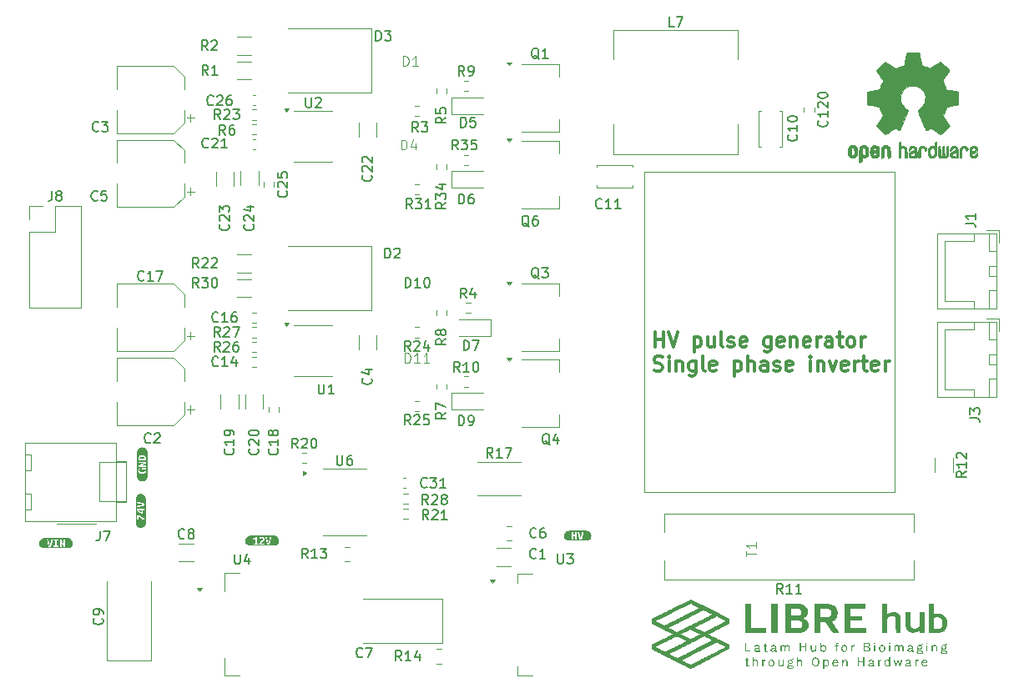
<source format=gbr>
%TF.GenerationSoftware,KiCad,Pcbnew,8.0.3-8.0.3-0~ubuntu20.04.1*%
%TF.CreationDate,2025-01-28T06:06:15-03:00*%
%TF.ProjectId,hv_pulse_generator,68765f70-756c-4736-955f-67656e657261,rev?*%
%TF.SameCoordinates,Original*%
%TF.FileFunction,Legend,Top*%
%TF.FilePolarity,Positive*%
%FSLAX46Y46*%
G04 Gerber Fmt 4.6, Leading zero omitted, Abs format (unit mm)*
G04 Created by KiCad (PCBNEW 8.0.3-8.0.3-0~ubuntu20.04.1) date 2025-01-28 06:06:15*
%MOMM*%
%LPD*%
G01*
G04 APERTURE LIST*
%ADD10C,0.300000*%
%ADD11C,0.150000*%
%ADD12C,0.100000*%
%ADD13C,0.200000*%
%ADD14C,0.120000*%
%ADD15C,0.000000*%
%ADD16C,0.010000*%
G04 APERTURE END LIST*
D10*
X114329510Y-97335912D02*
X114329510Y-95835912D01*
X114329510Y-96550198D02*
X115186653Y-96550198D01*
X115186653Y-97335912D02*
X115186653Y-95835912D01*
X115686654Y-95835912D02*
X116186654Y-97335912D01*
X116186654Y-97335912D02*
X116686654Y-95835912D01*
X118329510Y-96335912D02*
X118329510Y-97835912D01*
X118329510Y-96407341D02*
X118472368Y-96335912D01*
X118472368Y-96335912D02*
X118758082Y-96335912D01*
X118758082Y-96335912D02*
X118900939Y-96407341D01*
X118900939Y-96407341D02*
X118972368Y-96478769D01*
X118972368Y-96478769D02*
X119043796Y-96621626D01*
X119043796Y-96621626D02*
X119043796Y-97050198D01*
X119043796Y-97050198D02*
X118972368Y-97193055D01*
X118972368Y-97193055D02*
X118900939Y-97264484D01*
X118900939Y-97264484D02*
X118758082Y-97335912D01*
X118758082Y-97335912D02*
X118472368Y-97335912D01*
X118472368Y-97335912D02*
X118329510Y-97264484D01*
X120329511Y-96335912D02*
X120329511Y-97335912D01*
X119686653Y-96335912D02*
X119686653Y-97121626D01*
X119686653Y-97121626D02*
X119758082Y-97264484D01*
X119758082Y-97264484D02*
X119900939Y-97335912D01*
X119900939Y-97335912D02*
X120115225Y-97335912D01*
X120115225Y-97335912D02*
X120258082Y-97264484D01*
X120258082Y-97264484D02*
X120329511Y-97193055D01*
X121258082Y-97335912D02*
X121115225Y-97264484D01*
X121115225Y-97264484D02*
X121043796Y-97121626D01*
X121043796Y-97121626D02*
X121043796Y-95835912D01*
X121758082Y-97264484D02*
X121900939Y-97335912D01*
X121900939Y-97335912D02*
X122186653Y-97335912D01*
X122186653Y-97335912D02*
X122329510Y-97264484D01*
X122329510Y-97264484D02*
X122400939Y-97121626D01*
X122400939Y-97121626D02*
X122400939Y-97050198D01*
X122400939Y-97050198D02*
X122329510Y-96907341D01*
X122329510Y-96907341D02*
X122186653Y-96835912D01*
X122186653Y-96835912D02*
X121972368Y-96835912D01*
X121972368Y-96835912D02*
X121829510Y-96764484D01*
X121829510Y-96764484D02*
X121758082Y-96621626D01*
X121758082Y-96621626D02*
X121758082Y-96550198D01*
X121758082Y-96550198D02*
X121829510Y-96407341D01*
X121829510Y-96407341D02*
X121972368Y-96335912D01*
X121972368Y-96335912D02*
X122186653Y-96335912D01*
X122186653Y-96335912D02*
X122329510Y-96407341D01*
X123615225Y-97264484D02*
X123472368Y-97335912D01*
X123472368Y-97335912D02*
X123186654Y-97335912D01*
X123186654Y-97335912D02*
X123043796Y-97264484D01*
X123043796Y-97264484D02*
X122972368Y-97121626D01*
X122972368Y-97121626D02*
X122972368Y-96550198D01*
X122972368Y-96550198D02*
X123043796Y-96407341D01*
X123043796Y-96407341D02*
X123186654Y-96335912D01*
X123186654Y-96335912D02*
X123472368Y-96335912D01*
X123472368Y-96335912D02*
X123615225Y-96407341D01*
X123615225Y-96407341D02*
X123686654Y-96550198D01*
X123686654Y-96550198D02*
X123686654Y-96693055D01*
X123686654Y-96693055D02*
X122972368Y-96835912D01*
X126115225Y-96335912D02*
X126115225Y-97550198D01*
X126115225Y-97550198D02*
X126043796Y-97693055D01*
X126043796Y-97693055D02*
X125972367Y-97764484D01*
X125972367Y-97764484D02*
X125829510Y-97835912D01*
X125829510Y-97835912D02*
X125615225Y-97835912D01*
X125615225Y-97835912D02*
X125472367Y-97764484D01*
X126115225Y-97264484D02*
X125972367Y-97335912D01*
X125972367Y-97335912D02*
X125686653Y-97335912D01*
X125686653Y-97335912D02*
X125543796Y-97264484D01*
X125543796Y-97264484D02*
X125472367Y-97193055D01*
X125472367Y-97193055D02*
X125400939Y-97050198D01*
X125400939Y-97050198D02*
X125400939Y-96621626D01*
X125400939Y-96621626D02*
X125472367Y-96478769D01*
X125472367Y-96478769D02*
X125543796Y-96407341D01*
X125543796Y-96407341D02*
X125686653Y-96335912D01*
X125686653Y-96335912D02*
X125972367Y-96335912D01*
X125972367Y-96335912D02*
X126115225Y-96407341D01*
X127400939Y-97264484D02*
X127258082Y-97335912D01*
X127258082Y-97335912D02*
X126972368Y-97335912D01*
X126972368Y-97335912D02*
X126829510Y-97264484D01*
X126829510Y-97264484D02*
X126758082Y-97121626D01*
X126758082Y-97121626D02*
X126758082Y-96550198D01*
X126758082Y-96550198D02*
X126829510Y-96407341D01*
X126829510Y-96407341D02*
X126972368Y-96335912D01*
X126972368Y-96335912D02*
X127258082Y-96335912D01*
X127258082Y-96335912D02*
X127400939Y-96407341D01*
X127400939Y-96407341D02*
X127472368Y-96550198D01*
X127472368Y-96550198D02*
X127472368Y-96693055D01*
X127472368Y-96693055D02*
X126758082Y-96835912D01*
X128115224Y-96335912D02*
X128115224Y-97335912D01*
X128115224Y-96478769D02*
X128186653Y-96407341D01*
X128186653Y-96407341D02*
X128329510Y-96335912D01*
X128329510Y-96335912D02*
X128543796Y-96335912D01*
X128543796Y-96335912D02*
X128686653Y-96407341D01*
X128686653Y-96407341D02*
X128758082Y-96550198D01*
X128758082Y-96550198D02*
X128758082Y-97335912D01*
X130043796Y-97264484D02*
X129900939Y-97335912D01*
X129900939Y-97335912D02*
X129615225Y-97335912D01*
X129615225Y-97335912D02*
X129472367Y-97264484D01*
X129472367Y-97264484D02*
X129400939Y-97121626D01*
X129400939Y-97121626D02*
X129400939Y-96550198D01*
X129400939Y-96550198D02*
X129472367Y-96407341D01*
X129472367Y-96407341D02*
X129615225Y-96335912D01*
X129615225Y-96335912D02*
X129900939Y-96335912D01*
X129900939Y-96335912D02*
X130043796Y-96407341D01*
X130043796Y-96407341D02*
X130115225Y-96550198D01*
X130115225Y-96550198D02*
X130115225Y-96693055D01*
X130115225Y-96693055D02*
X129400939Y-96835912D01*
X130758081Y-97335912D02*
X130758081Y-96335912D01*
X130758081Y-96621626D02*
X130829510Y-96478769D01*
X130829510Y-96478769D02*
X130900939Y-96407341D01*
X130900939Y-96407341D02*
X131043796Y-96335912D01*
X131043796Y-96335912D02*
X131186653Y-96335912D01*
X132329510Y-97335912D02*
X132329510Y-96550198D01*
X132329510Y-96550198D02*
X132258081Y-96407341D01*
X132258081Y-96407341D02*
X132115224Y-96335912D01*
X132115224Y-96335912D02*
X131829510Y-96335912D01*
X131829510Y-96335912D02*
X131686652Y-96407341D01*
X132329510Y-97264484D02*
X132186652Y-97335912D01*
X132186652Y-97335912D02*
X131829510Y-97335912D01*
X131829510Y-97335912D02*
X131686652Y-97264484D01*
X131686652Y-97264484D02*
X131615224Y-97121626D01*
X131615224Y-97121626D02*
X131615224Y-96978769D01*
X131615224Y-96978769D02*
X131686652Y-96835912D01*
X131686652Y-96835912D02*
X131829510Y-96764484D01*
X131829510Y-96764484D02*
X132186652Y-96764484D01*
X132186652Y-96764484D02*
X132329510Y-96693055D01*
X132829510Y-96335912D02*
X133400938Y-96335912D01*
X133043795Y-95835912D02*
X133043795Y-97121626D01*
X133043795Y-97121626D02*
X133115224Y-97264484D01*
X133115224Y-97264484D02*
X133258081Y-97335912D01*
X133258081Y-97335912D02*
X133400938Y-97335912D01*
X134115224Y-97335912D02*
X133972367Y-97264484D01*
X133972367Y-97264484D02*
X133900938Y-97193055D01*
X133900938Y-97193055D02*
X133829510Y-97050198D01*
X133829510Y-97050198D02*
X133829510Y-96621626D01*
X133829510Y-96621626D02*
X133900938Y-96478769D01*
X133900938Y-96478769D02*
X133972367Y-96407341D01*
X133972367Y-96407341D02*
X134115224Y-96335912D01*
X134115224Y-96335912D02*
X134329510Y-96335912D01*
X134329510Y-96335912D02*
X134472367Y-96407341D01*
X134472367Y-96407341D02*
X134543796Y-96478769D01*
X134543796Y-96478769D02*
X134615224Y-96621626D01*
X134615224Y-96621626D02*
X134615224Y-97050198D01*
X134615224Y-97050198D02*
X134543796Y-97193055D01*
X134543796Y-97193055D02*
X134472367Y-97264484D01*
X134472367Y-97264484D02*
X134329510Y-97335912D01*
X134329510Y-97335912D02*
X134115224Y-97335912D01*
X135258081Y-97335912D02*
X135258081Y-96335912D01*
X135258081Y-96621626D02*
X135329510Y-96478769D01*
X135329510Y-96478769D02*
X135400939Y-96407341D01*
X135400939Y-96407341D02*
X135543796Y-96335912D01*
X135543796Y-96335912D02*
X135686653Y-96335912D01*
X114258082Y-99679400D02*
X114472368Y-99750828D01*
X114472368Y-99750828D02*
X114829510Y-99750828D01*
X114829510Y-99750828D02*
X114972368Y-99679400D01*
X114972368Y-99679400D02*
X115043796Y-99607971D01*
X115043796Y-99607971D02*
X115115225Y-99465114D01*
X115115225Y-99465114D02*
X115115225Y-99322257D01*
X115115225Y-99322257D02*
X115043796Y-99179400D01*
X115043796Y-99179400D02*
X114972368Y-99107971D01*
X114972368Y-99107971D02*
X114829510Y-99036542D01*
X114829510Y-99036542D02*
X114543796Y-98965114D01*
X114543796Y-98965114D02*
X114400939Y-98893685D01*
X114400939Y-98893685D02*
X114329510Y-98822257D01*
X114329510Y-98822257D02*
X114258082Y-98679400D01*
X114258082Y-98679400D02*
X114258082Y-98536542D01*
X114258082Y-98536542D02*
X114329510Y-98393685D01*
X114329510Y-98393685D02*
X114400939Y-98322257D01*
X114400939Y-98322257D02*
X114543796Y-98250828D01*
X114543796Y-98250828D02*
X114900939Y-98250828D01*
X114900939Y-98250828D02*
X115115225Y-98322257D01*
X115758081Y-99750828D02*
X115758081Y-98750828D01*
X115758081Y-98250828D02*
X115686653Y-98322257D01*
X115686653Y-98322257D02*
X115758081Y-98393685D01*
X115758081Y-98393685D02*
X115829510Y-98322257D01*
X115829510Y-98322257D02*
X115758081Y-98250828D01*
X115758081Y-98250828D02*
X115758081Y-98393685D01*
X116472367Y-98750828D02*
X116472367Y-99750828D01*
X116472367Y-98893685D02*
X116543796Y-98822257D01*
X116543796Y-98822257D02*
X116686653Y-98750828D01*
X116686653Y-98750828D02*
X116900939Y-98750828D01*
X116900939Y-98750828D02*
X117043796Y-98822257D01*
X117043796Y-98822257D02*
X117115225Y-98965114D01*
X117115225Y-98965114D02*
X117115225Y-99750828D01*
X118472368Y-98750828D02*
X118472368Y-99965114D01*
X118472368Y-99965114D02*
X118400939Y-100107971D01*
X118400939Y-100107971D02*
X118329510Y-100179400D01*
X118329510Y-100179400D02*
X118186653Y-100250828D01*
X118186653Y-100250828D02*
X117972368Y-100250828D01*
X117972368Y-100250828D02*
X117829510Y-100179400D01*
X118472368Y-99679400D02*
X118329510Y-99750828D01*
X118329510Y-99750828D02*
X118043796Y-99750828D01*
X118043796Y-99750828D02*
X117900939Y-99679400D01*
X117900939Y-99679400D02*
X117829510Y-99607971D01*
X117829510Y-99607971D02*
X117758082Y-99465114D01*
X117758082Y-99465114D02*
X117758082Y-99036542D01*
X117758082Y-99036542D02*
X117829510Y-98893685D01*
X117829510Y-98893685D02*
X117900939Y-98822257D01*
X117900939Y-98822257D02*
X118043796Y-98750828D01*
X118043796Y-98750828D02*
X118329510Y-98750828D01*
X118329510Y-98750828D02*
X118472368Y-98822257D01*
X119400939Y-99750828D02*
X119258082Y-99679400D01*
X119258082Y-99679400D02*
X119186653Y-99536542D01*
X119186653Y-99536542D02*
X119186653Y-98250828D01*
X120543796Y-99679400D02*
X120400939Y-99750828D01*
X120400939Y-99750828D02*
X120115225Y-99750828D01*
X120115225Y-99750828D02*
X119972367Y-99679400D01*
X119972367Y-99679400D02*
X119900939Y-99536542D01*
X119900939Y-99536542D02*
X119900939Y-98965114D01*
X119900939Y-98965114D02*
X119972367Y-98822257D01*
X119972367Y-98822257D02*
X120115225Y-98750828D01*
X120115225Y-98750828D02*
X120400939Y-98750828D01*
X120400939Y-98750828D02*
X120543796Y-98822257D01*
X120543796Y-98822257D02*
X120615225Y-98965114D01*
X120615225Y-98965114D02*
X120615225Y-99107971D01*
X120615225Y-99107971D02*
X119900939Y-99250828D01*
X122400938Y-98750828D02*
X122400938Y-100250828D01*
X122400938Y-98822257D02*
X122543796Y-98750828D01*
X122543796Y-98750828D02*
X122829510Y-98750828D01*
X122829510Y-98750828D02*
X122972367Y-98822257D01*
X122972367Y-98822257D02*
X123043796Y-98893685D01*
X123043796Y-98893685D02*
X123115224Y-99036542D01*
X123115224Y-99036542D02*
X123115224Y-99465114D01*
X123115224Y-99465114D02*
X123043796Y-99607971D01*
X123043796Y-99607971D02*
X122972367Y-99679400D01*
X122972367Y-99679400D02*
X122829510Y-99750828D01*
X122829510Y-99750828D02*
X122543796Y-99750828D01*
X122543796Y-99750828D02*
X122400938Y-99679400D01*
X123758081Y-99750828D02*
X123758081Y-98250828D01*
X124400939Y-99750828D02*
X124400939Y-98965114D01*
X124400939Y-98965114D02*
X124329510Y-98822257D01*
X124329510Y-98822257D02*
X124186653Y-98750828D01*
X124186653Y-98750828D02*
X123972367Y-98750828D01*
X123972367Y-98750828D02*
X123829510Y-98822257D01*
X123829510Y-98822257D02*
X123758081Y-98893685D01*
X125758082Y-99750828D02*
X125758082Y-98965114D01*
X125758082Y-98965114D02*
X125686653Y-98822257D01*
X125686653Y-98822257D02*
X125543796Y-98750828D01*
X125543796Y-98750828D02*
X125258082Y-98750828D01*
X125258082Y-98750828D02*
X125115224Y-98822257D01*
X125758082Y-99679400D02*
X125615224Y-99750828D01*
X125615224Y-99750828D02*
X125258082Y-99750828D01*
X125258082Y-99750828D02*
X125115224Y-99679400D01*
X125115224Y-99679400D02*
X125043796Y-99536542D01*
X125043796Y-99536542D02*
X125043796Y-99393685D01*
X125043796Y-99393685D02*
X125115224Y-99250828D01*
X125115224Y-99250828D02*
X125258082Y-99179400D01*
X125258082Y-99179400D02*
X125615224Y-99179400D01*
X125615224Y-99179400D02*
X125758082Y-99107971D01*
X126400939Y-99679400D02*
X126543796Y-99750828D01*
X126543796Y-99750828D02*
X126829510Y-99750828D01*
X126829510Y-99750828D02*
X126972367Y-99679400D01*
X126972367Y-99679400D02*
X127043796Y-99536542D01*
X127043796Y-99536542D02*
X127043796Y-99465114D01*
X127043796Y-99465114D02*
X126972367Y-99322257D01*
X126972367Y-99322257D02*
X126829510Y-99250828D01*
X126829510Y-99250828D02*
X126615225Y-99250828D01*
X126615225Y-99250828D02*
X126472367Y-99179400D01*
X126472367Y-99179400D02*
X126400939Y-99036542D01*
X126400939Y-99036542D02*
X126400939Y-98965114D01*
X126400939Y-98965114D02*
X126472367Y-98822257D01*
X126472367Y-98822257D02*
X126615225Y-98750828D01*
X126615225Y-98750828D02*
X126829510Y-98750828D01*
X126829510Y-98750828D02*
X126972367Y-98822257D01*
X128258082Y-99679400D02*
X128115225Y-99750828D01*
X128115225Y-99750828D02*
X127829511Y-99750828D01*
X127829511Y-99750828D02*
X127686653Y-99679400D01*
X127686653Y-99679400D02*
X127615225Y-99536542D01*
X127615225Y-99536542D02*
X127615225Y-98965114D01*
X127615225Y-98965114D02*
X127686653Y-98822257D01*
X127686653Y-98822257D02*
X127829511Y-98750828D01*
X127829511Y-98750828D02*
X128115225Y-98750828D01*
X128115225Y-98750828D02*
X128258082Y-98822257D01*
X128258082Y-98822257D02*
X128329511Y-98965114D01*
X128329511Y-98965114D02*
X128329511Y-99107971D01*
X128329511Y-99107971D02*
X127615225Y-99250828D01*
X130115224Y-99750828D02*
X130115224Y-98750828D01*
X130115224Y-98250828D02*
X130043796Y-98322257D01*
X130043796Y-98322257D02*
X130115224Y-98393685D01*
X130115224Y-98393685D02*
X130186653Y-98322257D01*
X130186653Y-98322257D02*
X130115224Y-98250828D01*
X130115224Y-98250828D02*
X130115224Y-98393685D01*
X130829510Y-98750828D02*
X130829510Y-99750828D01*
X130829510Y-98893685D02*
X130900939Y-98822257D01*
X130900939Y-98822257D02*
X131043796Y-98750828D01*
X131043796Y-98750828D02*
X131258082Y-98750828D01*
X131258082Y-98750828D02*
X131400939Y-98822257D01*
X131400939Y-98822257D02*
X131472368Y-98965114D01*
X131472368Y-98965114D02*
X131472368Y-99750828D01*
X132043796Y-98750828D02*
X132400939Y-99750828D01*
X132400939Y-99750828D02*
X132758082Y-98750828D01*
X133900939Y-99679400D02*
X133758082Y-99750828D01*
X133758082Y-99750828D02*
X133472368Y-99750828D01*
X133472368Y-99750828D02*
X133329510Y-99679400D01*
X133329510Y-99679400D02*
X133258082Y-99536542D01*
X133258082Y-99536542D02*
X133258082Y-98965114D01*
X133258082Y-98965114D02*
X133329510Y-98822257D01*
X133329510Y-98822257D02*
X133472368Y-98750828D01*
X133472368Y-98750828D02*
X133758082Y-98750828D01*
X133758082Y-98750828D02*
X133900939Y-98822257D01*
X133900939Y-98822257D02*
X133972368Y-98965114D01*
X133972368Y-98965114D02*
X133972368Y-99107971D01*
X133972368Y-99107971D02*
X133258082Y-99250828D01*
X134615224Y-99750828D02*
X134615224Y-98750828D01*
X134615224Y-99036542D02*
X134686653Y-98893685D01*
X134686653Y-98893685D02*
X134758082Y-98822257D01*
X134758082Y-98822257D02*
X134900939Y-98750828D01*
X134900939Y-98750828D02*
X135043796Y-98750828D01*
X135329510Y-98750828D02*
X135900938Y-98750828D01*
X135543795Y-98250828D02*
X135543795Y-99536542D01*
X135543795Y-99536542D02*
X135615224Y-99679400D01*
X135615224Y-99679400D02*
X135758081Y-99750828D01*
X135758081Y-99750828D02*
X135900938Y-99750828D01*
X136972367Y-99679400D02*
X136829510Y-99750828D01*
X136829510Y-99750828D02*
X136543796Y-99750828D01*
X136543796Y-99750828D02*
X136400938Y-99679400D01*
X136400938Y-99679400D02*
X136329510Y-99536542D01*
X136329510Y-99536542D02*
X136329510Y-98965114D01*
X136329510Y-98965114D02*
X136400938Y-98822257D01*
X136400938Y-98822257D02*
X136543796Y-98750828D01*
X136543796Y-98750828D02*
X136829510Y-98750828D01*
X136829510Y-98750828D02*
X136972367Y-98822257D01*
X136972367Y-98822257D02*
X137043796Y-98965114D01*
X137043796Y-98965114D02*
X137043796Y-99107971D01*
X137043796Y-99107971D02*
X136329510Y-99250828D01*
X137686652Y-99750828D02*
X137686652Y-98750828D01*
X137686652Y-99036542D02*
X137758081Y-98893685D01*
X137758081Y-98893685D02*
X137829510Y-98822257D01*
X137829510Y-98822257D02*
X137972367Y-98750828D01*
X137972367Y-98750828D02*
X138115224Y-98750828D01*
D11*
X91207142Y-111509580D02*
X91159523Y-111557200D01*
X91159523Y-111557200D02*
X91016666Y-111604819D01*
X91016666Y-111604819D02*
X90921428Y-111604819D01*
X90921428Y-111604819D02*
X90778571Y-111557200D01*
X90778571Y-111557200D02*
X90683333Y-111461961D01*
X90683333Y-111461961D02*
X90635714Y-111366723D01*
X90635714Y-111366723D02*
X90588095Y-111176247D01*
X90588095Y-111176247D02*
X90588095Y-111033390D01*
X90588095Y-111033390D02*
X90635714Y-110842914D01*
X90635714Y-110842914D02*
X90683333Y-110747676D01*
X90683333Y-110747676D02*
X90778571Y-110652438D01*
X90778571Y-110652438D02*
X90921428Y-110604819D01*
X90921428Y-110604819D02*
X91016666Y-110604819D01*
X91016666Y-110604819D02*
X91159523Y-110652438D01*
X91159523Y-110652438D02*
X91207142Y-110700057D01*
X91540476Y-110604819D02*
X92159523Y-110604819D01*
X92159523Y-110604819D02*
X91826190Y-110985771D01*
X91826190Y-110985771D02*
X91969047Y-110985771D01*
X91969047Y-110985771D02*
X92064285Y-111033390D01*
X92064285Y-111033390D02*
X92111904Y-111081009D01*
X92111904Y-111081009D02*
X92159523Y-111176247D01*
X92159523Y-111176247D02*
X92159523Y-111414342D01*
X92159523Y-111414342D02*
X92111904Y-111509580D01*
X92111904Y-111509580D02*
X92064285Y-111557200D01*
X92064285Y-111557200D02*
X91969047Y-111604819D01*
X91969047Y-111604819D02*
X91683333Y-111604819D01*
X91683333Y-111604819D02*
X91588095Y-111557200D01*
X91588095Y-111557200D02*
X91540476Y-111509580D01*
X93111904Y-111604819D02*
X92540476Y-111604819D01*
X92826190Y-111604819D02*
X92826190Y-110604819D01*
X92826190Y-110604819D02*
X92730952Y-110747676D01*
X92730952Y-110747676D02*
X92635714Y-110842914D01*
X92635714Y-110842914D02*
X92540476Y-110890533D01*
X71534580Y-107667857D02*
X71582200Y-107715476D01*
X71582200Y-107715476D02*
X71629819Y-107858333D01*
X71629819Y-107858333D02*
X71629819Y-107953571D01*
X71629819Y-107953571D02*
X71582200Y-108096428D01*
X71582200Y-108096428D02*
X71486961Y-108191666D01*
X71486961Y-108191666D02*
X71391723Y-108239285D01*
X71391723Y-108239285D02*
X71201247Y-108286904D01*
X71201247Y-108286904D02*
X71058390Y-108286904D01*
X71058390Y-108286904D02*
X70867914Y-108239285D01*
X70867914Y-108239285D02*
X70772676Y-108191666D01*
X70772676Y-108191666D02*
X70677438Y-108096428D01*
X70677438Y-108096428D02*
X70629819Y-107953571D01*
X70629819Y-107953571D02*
X70629819Y-107858333D01*
X70629819Y-107858333D02*
X70677438Y-107715476D01*
X70677438Y-107715476D02*
X70725057Y-107667857D01*
X71629819Y-106715476D02*
X71629819Y-107286904D01*
X71629819Y-107001190D02*
X70629819Y-107001190D01*
X70629819Y-107001190D02*
X70772676Y-107096428D01*
X70772676Y-107096428D02*
X70867914Y-107191666D01*
X70867914Y-107191666D02*
X70915533Y-107286904D01*
X71629819Y-106239285D02*
X71629819Y-106048809D01*
X71629819Y-106048809D02*
X71582200Y-105953571D01*
X71582200Y-105953571D02*
X71534580Y-105905952D01*
X71534580Y-105905952D02*
X71391723Y-105810714D01*
X71391723Y-105810714D02*
X71201247Y-105763095D01*
X71201247Y-105763095D02*
X70820295Y-105763095D01*
X70820295Y-105763095D02*
X70725057Y-105810714D01*
X70725057Y-105810714D02*
X70677438Y-105858333D01*
X70677438Y-105858333D02*
X70629819Y-105953571D01*
X70629819Y-105953571D02*
X70629819Y-106144047D01*
X70629819Y-106144047D02*
X70677438Y-106239285D01*
X70677438Y-106239285D02*
X70725057Y-106286904D01*
X70725057Y-106286904D02*
X70820295Y-106334523D01*
X70820295Y-106334523D02*
X71058390Y-106334523D01*
X71058390Y-106334523D02*
X71153628Y-106286904D01*
X71153628Y-106286904D02*
X71201247Y-106239285D01*
X71201247Y-106239285D02*
X71248866Y-106144047D01*
X71248866Y-106144047D02*
X71248866Y-105953571D01*
X71248866Y-105953571D02*
X71201247Y-105858333D01*
X71201247Y-105858333D02*
X71153628Y-105810714D01*
X71153628Y-105810714D02*
X71058390Y-105763095D01*
X68032142Y-91294819D02*
X67698809Y-90818628D01*
X67460714Y-91294819D02*
X67460714Y-90294819D01*
X67460714Y-90294819D02*
X67841666Y-90294819D01*
X67841666Y-90294819D02*
X67936904Y-90342438D01*
X67936904Y-90342438D02*
X67984523Y-90390057D01*
X67984523Y-90390057D02*
X68032142Y-90485295D01*
X68032142Y-90485295D02*
X68032142Y-90628152D01*
X68032142Y-90628152D02*
X67984523Y-90723390D01*
X67984523Y-90723390D02*
X67936904Y-90771009D01*
X67936904Y-90771009D02*
X67841666Y-90818628D01*
X67841666Y-90818628D02*
X67460714Y-90818628D01*
X68365476Y-90294819D02*
X68984523Y-90294819D01*
X68984523Y-90294819D02*
X68651190Y-90675771D01*
X68651190Y-90675771D02*
X68794047Y-90675771D01*
X68794047Y-90675771D02*
X68889285Y-90723390D01*
X68889285Y-90723390D02*
X68936904Y-90771009D01*
X68936904Y-90771009D02*
X68984523Y-90866247D01*
X68984523Y-90866247D02*
X68984523Y-91104342D01*
X68984523Y-91104342D02*
X68936904Y-91199580D01*
X68936904Y-91199580D02*
X68889285Y-91247200D01*
X68889285Y-91247200D02*
X68794047Y-91294819D01*
X68794047Y-91294819D02*
X68508333Y-91294819D01*
X68508333Y-91294819D02*
X68413095Y-91247200D01*
X68413095Y-91247200D02*
X68365476Y-91199580D01*
X69603571Y-90294819D02*
X69698809Y-90294819D01*
X69698809Y-90294819D02*
X69794047Y-90342438D01*
X69794047Y-90342438D02*
X69841666Y-90390057D01*
X69841666Y-90390057D02*
X69889285Y-90485295D01*
X69889285Y-90485295D02*
X69936904Y-90675771D01*
X69936904Y-90675771D02*
X69936904Y-90913866D01*
X69936904Y-90913866D02*
X69889285Y-91104342D01*
X69889285Y-91104342D02*
X69841666Y-91199580D01*
X69841666Y-91199580D02*
X69794047Y-91247200D01*
X69794047Y-91247200D02*
X69698809Y-91294819D01*
X69698809Y-91294819D02*
X69603571Y-91294819D01*
X69603571Y-91294819D02*
X69508333Y-91247200D01*
X69508333Y-91247200D02*
X69460714Y-91199580D01*
X69460714Y-91199580D02*
X69413095Y-91104342D01*
X69413095Y-91104342D02*
X69365476Y-90913866D01*
X69365476Y-90913866D02*
X69365476Y-90675771D01*
X69365476Y-90675771D02*
X69413095Y-90485295D01*
X69413095Y-90485295D02*
X69460714Y-90390057D01*
X69460714Y-90390057D02*
X69508333Y-90342438D01*
X69508333Y-90342438D02*
X69603571Y-90294819D01*
X85534580Y-100506666D02*
X85582200Y-100554285D01*
X85582200Y-100554285D02*
X85629819Y-100697142D01*
X85629819Y-100697142D02*
X85629819Y-100792380D01*
X85629819Y-100792380D02*
X85582200Y-100935237D01*
X85582200Y-100935237D02*
X85486961Y-101030475D01*
X85486961Y-101030475D02*
X85391723Y-101078094D01*
X85391723Y-101078094D02*
X85201247Y-101125713D01*
X85201247Y-101125713D02*
X85058390Y-101125713D01*
X85058390Y-101125713D02*
X84867914Y-101078094D01*
X84867914Y-101078094D02*
X84772676Y-101030475D01*
X84772676Y-101030475D02*
X84677438Y-100935237D01*
X84677438Y-100935237D02*
X84629819Y-100792380D01*
X84629819Y-100792380D02*
X84629819Y-100697142D01*
X84629819Y-100697142D02*
X84677438Y-100554285D01*
X84677438Y-100554285D02*
X84725057Y-100506666D01*
X84963152Y-99649523D02*
X85629819Y-99649523D01*
X84582200Y-99887618D02*
X85296485Y-100125713D01*
X85296485Y-100125713D02*
X85296485Y-99506666D01*
X93129819Y-104006666D02*
X92653628Y-104339999D01*
X93129819Y-104578094D02*
X92129819Y-104578094D01*
X92129819Y-104578094D02*
X92129819Y-104197142D01*
X92129819Y-104197142D02*
X92177438Y-104101904D01*
X92177438Y-104101904D02*
X92225057Y-104054285D01*
X92225057Y-104054285D02*
X92320295Y-104006666D01*
X92320295Y-104006666D02*
X92463152Y-104006666D01*
X92463152Y-104006666D02*
X92558390Y-104054285D01*
X92558390Y-104054285D02*
X92606009Y-104101904D01*
X92606009Y-104101904D02*
X92653628Y-104197142D01*
X92653628Y-104197142D02*
X92653628Y-104578094D01*
X92129819Y-103673332D02*
X92129819Y-103006666D01*
X92129819Y-103006666D02*
X93129819Y-103435237D01*
X89532142Y-105224819D02*
X89198809Y-104748628D01*
X88960714Y-105224819D02*
X88960714Y-104224819D01*
X88960714Y-104224819D02*
X89341666Y-104224819D01*
X89341666Y-104224819D02*
X89436904Y-104272438D01*
X89436904Y-104272438D02*
X89484523Y-104320057D01*
X89484523Y-104320057D02*
X89532142Y-104415295D01*
X89532142Y-104415295D02*
X89532142Y-104558152D01*
X89532142Y-104558152D02*
X89484523Y-104653390D01*
X89484523Y-104653390D02*
X89436904Y-104701009D01*
X89436904Y-104701009D02*
X89341666Y-104748628D01*
X89341666Y-104748628D02*
X88960714Y-104748628D01*
X89913095Y-104320057D02*
X89960714Y-104272438D01*
X89960714Y-104272438D02*
X90055952Y-104224819D01*
X90055952Y-104224819D02*
X90294047Y-104224819D01*
X90294047Y-104224819D02*
X90389285Y-104272438D01*
X90389285Y-104272438D02*
X90436904Y-104320057D01*
X90436904Y-104320057D02*
X90484523Y-104415295D01*
X90484523Y-104415295D02*
X90484523Y-104510533D01*
X90484523Y-104510533D02*
X90436904Y-104653390D01*
X90436904Y-104653390D02*
X89865476Y-105224819D01*
X89865476Y-105224819D02*
X90484523Y-105224819D01*
X91389285Y-104224819D02*
X90913095Y-104224819D01*
X90913095Y-104224819D02*
X90865476Y-104701009D01*
X90865476Y-104701009D02*
X90913095Y-104653390D01*
X90913095Y-104653390D02*
X91008333Y-104605771D01*
X91008333Y-104605771D02*
X91246428Y-104605771D01*
X91246428Y-104605771D02*
X91341666Y-104653390D01*
X91341666Y-104653390D02*
X91389285Y-104701009D01*
X91389285Y-104701009D02*
X91436904Y-104796247D01*
X91436904Y-104796247D02*
X91436904Y-105034342D01*
X91436904Y-105034342D02*
X91389285Y-105129580D01*
X91389285Y-105129580D02*
X91341666Y-105177200D01*
X91341666Y-105177200D02*
X91246428Y-105224819D01*
X91246428Y-105224819D02*
X91008333Y-105224819D01*
X91008333Y-105224819D02*
X90913095Y-105177200D01*
X90913095Y-105177200D02*
X90865476Y-105129580D01*
X58016666Y-116004819D02*
X58016666Y-116719104D01*
X58016666Y-116719104D02*
X57969047Y-116861961D01*
X57969047Y-116861961D02*
X57873809Y-116957200D01*
X57873809Y-116957200D02*
X57730952Y-117004819D01*
X57730952Y-117004819D02*
X57635714Y-117004819D01*
X58397619Y-116004819D02*
X59064285Y-116004819D01*
X59064285Y-116004819D02*
X58635714Y-117004819D01*
X70758333Y-75779819D02*
X70425000Y-75303628D01*
X70186905Y-75779819D02*
X70186905Y-74779819D01*
X70186905Y-74779819D02*
X70567857Y-74779819D01*
X70567857Y-74779819D02*
X70663095Y-74827438D01*
X70663095Y-74827438D02*
X70710714Y-74875057D01*
X70710714Y-74875057D02*
X70758333Y-74970295D01*
X70758333Y-74970295D02*
X70758333Y-75113152D01*
X70758333Y-75113152D02*
X70710714Y-75208390D01*
X70710714Y-75208390D02*
X70663095Y-75256009D01*
X70663095Y-75256009D02*
X70567857Y-75303628D01*
X70567857Y-75303628D02*
X70186905Y-75303628D01*
X71615476Y-74779819D02*
X71425000Y-74779819D01*
X71425000Y-74779819D02*
X71329762Y-74827438D01*
X71329762Y-74827438D02*
X71282143Y-74875057D01*
X71282143Y-74875057D02*
X71186905Y-75017914D01*
X71186905Y-75017914D02*
X71139286Y-75208390D01*
X71139286Y-75208390D02*
X71139286Y-75589342D01*
X71139286Y-75589342D02*
X71186905Y-75684580D01*
X71186905Y-75684580D02*
X71234524Y-75732200D01*
X71234524Y-75732200D02*
X71329762Y-75779819D01*
X71329762Y-75779819D02*
X71520238Y-75779819D01*
X71520238Y-75779819D02*
X71615476Y-75732200D01*
X71615476Y-75732200D02*
X71663095Y-75684580D01*
X71663095Y-75684580D02*
X71710714Y-75589342D01*
X71710714Y-75589342D02*
X71710714Y-75351247D01*
X71710714Y-75351247D02*
X71663095Y-75256009D01*
X71663095Y-75256009D02*
X71615476Y-75208390D01*
X71615476Y-75208390D02*
X71520238Y-75160771D01*
X71520238Y-75160771D02*
X71329762Y-75160771D01*
X71329762Y-75160771D02*
X71234524Y-75208390D01*
X71234524Y-75208390D02*
X71186905Y-75256009D01*
X71186905Y-75256009D02*
X71139286Y-75351247D01*
X86936905Y-88294819D02*
X86936905Y-87294819D01*
X86936905Y-87294819D02*
X87175000Y-87294819D01*
X87175000Y-87294819D02*
X87317857Y-87342438D01*
X87317857Y-87342438D02*
X87413095Y-87437676D01*
X87413095Y-87437676D02*
X87460714Y-87532914D01*
X87460714Y-87532914D02*
X87508333Y-87723390D01*
X87508333Y-87723390D02*
X87508333Y-87866247D01*
X87508333Y-87866247D02*
X87460714Y-88056723D01*
X87460714Y-88056723D02*
X87413095Y-88151961D01*
X87413095Y-88151961D02*
X87317857Y-88247200D01*
X87317857Y-88247200D02*
X87175000Y-88294819D01*
X87175000Y-88294819D02*
X86936905Y-88294819D01*
X87889286Y-87390057D02*
X87936905Y-87342438D01*
X87936905Y-87342438D02*
X88032143Y-87294819D01*
X88032143Y-87294819D02*
X88270238Y-87294819D01*
X88270238Y-87294819D02*
X88365476Y-87342438D01*
X88365476Y-87342438D02*
X88413095Y-87390057D01*
X88413095Y-87390057D02*
X88460714Y-87485295D01*
X88460714Y-87485295D02*
X88460714Y-87580533D01*
X88460714Y-87580533D02*
X88413095Y-87723390D01*
X88413095Y-87723390D02*
X87841667Y-88294819D01*
X87841667Y-88294819D02*
X88460714Y-88294819D01*
X102579761Y-68102557D02*
X102484523Y-68054938D01*
X102484523Y-68054938D02*
X102389285Y-67959700D01*
X102389285Y-67959700D02*
X102246428Y-67816842D01*
X102246428Y-67816842D02*
X102151190Y-67769223D01*
X102151190Y-67769223D02*
X102055952Y-67769223D01*
X102103571Y-68007319D02*
X102008333Y-67959700D01*
X102008333Y-67959700D02*
X101913095Y-67864461D01*
X101913095Y-67864461D02*
X101865476Y-67673985D01*
X101865476Y-67673985D02*
X101865476Y-67340652D01*
X101865476Y-67340652D02*
X101913095Y-67150176D01*
X101913095Y-67150176D02*
X102008333Y-67054938D01*
X102008333Y-67054938D02*
X102103571Y-67007319D01*
X102103571Y-67007319D02*
X102294047Y-67007319D01*
X102294047Y-67007319D02*
X102389285Y-67054938D01*
X102389285Y-67054938D02*
X102484523Y-67150176D01*
X102484523Y-67150176D02*
X102532142Y-67340652D01*
X102532142Y-67340652D02*
X102532142Y-67673985D01*
X102532142Y-67673985D02*
X102484523Y-67864461D01*
X102484523Y-67864461D02*
X102389285Y-67959700D01*
X102389285Y-67959700D02*
X102294047Y-68007319D01*
X102294047Y-68007319D02*
X102103571Y-68007319D01*
X103484523Y-68007319D02*
X102913095Y-68007319D01*
X103198809Y-68007319D02*
X103198809Y-67007319D01*
X103198809Y-67007319D02*
X103103571Y-67150176D01*
X103103571Y-67150176D02*
X103008333Y-67245414D01*
X103008333Y-67245414D02*
X102913095Y-67293033D01*
X70207142Y-96294819D02*
X69873809Y-95818628D01*
X69635714Y-96294819D02*
X69635714Y-95294819D01*
X69635714Y-95294819D02*
X70016666Y-95294819D01*
X70016666Y-95294819D02*
X70111904Y-95342438D01*
X70111904Y-95342438D02*
X70159523Y-95390057D01*
X70159523Y-95390057D02*
X70207142Y-95485295D01*
X70207142Y-95485295D02*
X70207142Y-95628152D01*
X70207142Y-95628152D02*
X70159523Y-95723390D01*
X70159523Y-95723390D02*
X70111904Y-95771009D01*
X70111904Y-95771009D02*
X70016666Y-95818628D01*
X70016666Y-95818628D02*
X69635714Y-95818628D01*
X70588095Y-95390057D02*
X70635714Y-95342438D01*
X70635714Y-95342438D02*
X70730952Y-95294819D01*
X70730952Y-95294819D02*
X70969047Y-95294819D01*
X70969047Y-95294819D02*
X71064285Y-95342438D01*
X71064285Y-95342438D02*
X71111904Y-95390057D01*
X71111904Y-95390057D02*
X71159523Y-95485295D01*
X71159523Y-95485295D02*
X71159523Y-95580533D01*
X71159523Y-95580533D02*
X71111904Y-95723390D01*
X71111904Y-95723390D02*
X70540476Y-96294819D01*
X70540476Y-96294819D02*
X71159523Y-96294819D01*
X71492857Y-95294819D02*
X72159523Y-95294819D01*
X72159523Y-95294819D02*
X71730952Y-96294819D01*
X88632142Y-129179819D02*
X88298809Y-128703628D01*
X88060714Y-129179819D02*
X88060714Y-128179819D01*
X88060714Y-128179819D02*
X88441666Y-128179819D01*
X88441666Y-128179819D02*
X88536904Y-128227438D01*
X88536904Y-128227438D02*
X88584523Y-128275057D01*
X88584523Y-128275057D02*
X88632142Y-128370295D01*
X88632142Y-128370295D02*
X88632142Y-128513152D01*
X88632142Y-128513152D02*
X88584523Y-128608390D01*
X88584523Y-128608390D02*
X88536904Y-128656009D01*
X88536904Y-128656009D02*
X88441666Y-128703628D01*
X88441666Y-128703628D02*
X88060714Y-128703628D01*
X89584523Y-129179819D02*
X89013095Y-129179819D01*
X89298809Y-129179819D02*
X89298809Y-128179819D01*
X89298809Y-128179819D02*
X89203571Y-128322676D01*
X89203571Y-128322676D02*
X89108333Y-128417914D01*
X89108333Y-128417914D02*
X89013095Y-128465533D01*
X90441666Y-128513152D02*
X90441666Y-129179819D01*
X90203571Y-128132200D02*
X89965476Y-128846485D01*
X89965476Y-128846485D02*
X90584523Y-128846485D01*
X93129819Y-96506666D02*
X92653628Y-96839999D01*
X93129819Y-97078094D02*
X92129819Y-97078094D01*
X92129819Y-97078094D02*
X92129819Y-96697142D01*
X92129819Y-96697142D02*
X92177438Y-96601904D01*
X92177438Y-96601904D02*
X92225057Y-96554285D01*
X92225057Y-96554285D02*
X92320295Y-96506666D01*
X92320295Y-96506666D02*
X92463152Y-96506666D01*
X92463152Y-96506666D02*
X92558390Y-96554285D01*
X92558390Y-96554285D02*
X92606009Y-96601904D01*
X92606009Y-96601904D02*
X92653628Y-96697142D01*
X92653628Y-96697142D02*
X92653628Y-97078094D01*
X92558390Y-95935237D02*
X92510771Y-96030475D01*
X92510771Y-96030475D02*
X92463152Y-96078094D01*
X92463152Y-96078094D02*
X92367914Y-96125713D01*
X92367914Y-96125713D02*
X92320295Y-96125713D01*
X92320295Y-96125713D02*
X92225057Y-96078094D01*
X92225057Y-96078094D02*
X92177438Y-96030475D01*
X92177438Y-96030475D02*
X92129819Y-95935237D01*
X92129819Y-95935237D02*
X92129819Y-95744761D01*
X92129819Y-95744761D02*
X92177438Y-95649523D01*
X92177438Y-95649523D02*
X92225057Y-95601904D01*
X92225057Y-95601904D02*
X92320295Y-95554285D01*
X92320295Y-95554285D02*
X92367914Y-95554285D01*
X92367914Y-95554285D02*
X92463152Y-95601904D01*
X92463152Y-95601904D02*
X92510771Y-95649523D01*
X92510771Y-95649523D02*
X92558390Y-95744761D01*
X92558390Y-95744761D02*
X92558390Y-95935237D01*
X92558390Y-95935237D02*
X92606009Y-96030475D01*
X92606009Y-96030475D02*
X92653628Y-96078094D01*
X92653628Y-96078094D02*
X92748866Y-96125713D01*
X92748866Y-96125713D02*
X92939342Y-96125713D01*
X92939342Y-96125713D02*
X93034580Y-96078094D01*
X93034580Y-96078094D02*
X93082200Y-96030475D01*
X93082200Y-96030475D02*
X93129819Y-95935237D01*
X93129819Y-95935237D02*
X93129819Y-95744761D01*
X93129819Y-95744761D02*
X93082200Y-95649523D01*
X93082200Y-95649523D02*
X93034580Y-95601904D01*
X93034580Y-95601904D02*
X92939342Y-95554285D01*
X92939342Y-95554285D02*
X92748866Y-95554285D01*
X92748866Y-95554285D02*
X92653628Y-95601904D01*
X92653628Y-95601904D02*
X92606009Y-95649523D01*
X92606009Y-95649523D02*
X92558390Y-95744761D01*
X53161666Y-81499819D02*
X53161666Y-82214104D01*
X53161666Y-82214104D02*
X53114047Y-82356961D01*
X53114047Y-82356961D02*
X53018809Y-82452200D01*
X53018809Y-82452200D02*
X52875952Y-82499819D01*
X52875952Y-82499819D02*
X52780714Y-82499819D01*
X53780714Y-81928390D02*
X53685476Y-81880771D01*
X53685476Y-81880771D02*
X53637857Y-81833152D01*
X53637857Y-81833152D02*
X53590238Y-81737914D01*
X53590238Y-81737914D02*
X53590238Y-81690295D01*
X53590238Y-81690295D02*
X53637857Y-81595057D01*
X53637857Y-81595057D02*
X53685476Y-81547438D01*
X53685476Y-81547438D02*
X53780714Y-81499819D01*
X53780714Y-81499819D02*
X53971190Y-81499819D01*
X53971190Y-81499819D02*
X54066428Y-81547438D01*
X54066428Y-81547438D02*
X54114047Y-81595057D01*
X54114047Y-81595057D02*
X54161666Y-81690295D01*
X54161666Y-81690295D02*
X54161666Y-81737914D01*
X54161666Y-81737914D02*
X54114047Y-81833152D01*
X54114047Y-81833152D02*
X54066428Y-81880771D01*
X54066428Y-81880771D02*
X53971190Y-81928390D01*
X53971190Y-81928390D02*
X53780714Y-81928390D01*
X53780714Y-81928390D02*
X53685476Y-81976009D01*
X53685476Y-81976009D02*
X53637857Y-82023628D01*
X53637857Y-82023628D02*
X53590238Y-82118866D01*
X53590238Y-82118866D02*
X53590238Y-82309342D01*
X53590238Y-82309342D02*
X53637857Y-82404580D01*
X53637857Y-82404580D02*
X53685476Y-82452200D01*
X53685476Y-82452200D02*
X53780714Y-82499819D01*
X53780714Y-82499819D02*
X53971190Y-82499819D01*
X53971190Y-82499819D02*
X54066428Y-82452200D01*
X54066428Y-82452200D02*
X54114047Y-82404580D01*
X54114047Y-82404580D02*
X54161666Y-82309342D01*
X54161666Y-82309342D02*
X54161666Y-82118866D01*
X54161666Y-82118866D02*
X54114047Y-82023628D01*
X54114047Y-82023628D02*
X54066428Y-81976009D01*
X54066428Y-81976009D02*
X53971190Y-81928390D01*
X95208333Y-92364819D02*
X94875000Y-91888628D01*
X94636905Y-92364819D02*
X94636905Y-91364819D01*
X94636905Y-91364819D02*
X95017857Y-91364819D01*
X95017857Y-91364819D02*
X95113095Y-91412438D01*
X95113095Y-91412438D02*
X95160714Y-91460057D01*
X95160714Y-91460057D02*
X95208333Y-91555295D01*
X95208333Y-91555295D02*
X95208333Y-91698152D01*
X95208333Y-91698152D02*
X95160714Y-91793390D01*
X95160714Y-91793390D02*
X95113095Y-91841009D01*
X95113095Y-91841009D02*
X95017857Y-91888628D01*
X95017857Y-91888628D02*
X94636905Y-91888628D01*
X96065476Y-91698152D02*
X96065476Y-92364819D01*
X95827381Y-91317200D02*
X95589286Y-92031485D01*
X95589286Y-92031485D02*
X96208333Y-92031485D01*
X146279819Y-104533333D02*
X146994104Y-104533333D01*
X146994104Y-104533333D02*
X147136961Y-104580952D01*
X147136961Y-104580952D02*
X147232200Y-104676190D01*
X147232200Y-104676190D02*
X147279819Y-104819047D01*
X147279819Y-104819047D02*
X147279819Y-104914285D01*
X146279819Y-104152380D02*
X146279819Y-103533333D01*
X146279819Y-103533333D02*
X146660771Y-103866666D01*
X146660771Y-103866666D02*
X146660771Y-103723809D01*
X146660771Y-103723809D02*
X146708390Y-103628571D01*
X146708390Y-103628571D02*
X146756009Y-103580952D01*
X146756009Y-103580952D02*
X146851247Y-103533333D01*
X146851247Y-103533333D02*
X147089342Y-103533333D01*
X147089342Y-103533333D02*
X147184580Y-103580952D01*
X147184580Y-103580952D02*
X147232200Y-103628571D01*
X147232200Y-103628571D02*
X147279819Y-103723809D01*
X147279819Y-103723809D02*
X147279819Y-104009523D01*
X147279819Y-104009523D02*
X147232200Y-104104761D01*
X147232200Y-104104761D02*
X147184580Y-104152380D01*
D12*
X123627419Y-118606904D02*
X123627419Y-118035476D01*
X124627419Y-118321190D02*
X123627419Y-118321190D01*
X124627419Y-117178333D02*
X124627419Y-117749761D01*
X124627419Y-117464047D02*
X123627419Y-117464047D01*
X123627419Y-117464047D02*
X123770276Y-117559285D01*
X123770276Y-117559285D02*
X123865514Y-117654523D01*
X123865514Y-117654523D02*
X123913133Y-117749761D01*
D11*
X127302142Y-122374819D02*
X126968809Y-121898628D01*
X126730714Y-122374819D02*
X126730714Y-121374819D01*
X126730714Y-121374819D02*
X127111666Y-121374819D01*
X127111666Y-121374819D02*
X127206904Y-121422438D01*
X127206904Y-121422438D02*
X127254523Y-121470057D01*
X127254523Y-121470057D02*
X127302142Y-121565295D01*
X127302142Y-121565295D02*
X127302142Y-121708152D01*
X127302142Y-121708152D02*
X127254523Y-121803390D01*
X127254523Y-121803390D02*
X127206904Y-121851009D01*
X127206904Y-121851009D02*
X127111666Y-121898628D01*
X127111666Y-121898628D02*
X126730714Y-121898628D01*
X128254523Y-122374819D02*
X127683095Y-122374819D01*
X127968809Y-122374819D02*
X127968809Y-121374819D01*
X127968809Y-121374819D02*
X127873571Y-121517676D01*
X127873571Y-121517676D02*
X127778333Y-121612914D01*
X127778333Y-121612914D02*
X127683095Y-121660533D01*
X129206904Y-122374819D02*
X128635476Y-122374819D01*
X128921190Y-122374819D02*
X128921190Y-121374819D01*
X128921190Y-121374819D02*
X128825952Y-121517676D01*
X128825952Y-121517676D02*
X128730714Y-121612914D01*
X128730714Y-121612914D02*
X128635476Y-121660533D01*
X71059580Y-84892857D02*
X71107200Y-84940476D01*
X71107200Y-84940476D02*
X71154819Y-85083333D01*
X71154819Y-85083333D02*
X71154819Y-85178571D01*
X71154819Y-85178571D02*
X71107200Y-85321428D01*
X71107200Y-85321428D02*
X71011961Y-85416666D01*
X71011961Y-85416666D02*
X70916723Y-85464285D01*
X70916723Y-85464285D02*
X70726247Y-85511904D01*
X70726247Y-85511904D02*
X70583390Y-85511904D01*
X70583390Y-85511904D02*
X70392914Y-85464285D01*
X70392914Y-85464285D02*
X70297676Y-85416666D01*
X70297676Y-85416666D02*
X70202438Y-85321428D01*
X70202438Y-85321428D02*
X70154819Y-85178571D01*
X70154819Y-85178571D02*
X70154819Y-85083333D01*
X70154819Y-85083333D02*
X70202438Y-84940476D01*
X70202438Y-84940476D02*
X70250057Y-84892857D01*
X70250057Y-84511904D02*
X70202438Y-84464285D01*
X70202438Y-84464285D02*
X70154819Y-84369047D01*
X70154819Y-84369047D02*
X70154819Y-84130952D01*
X70154819Y-84130952D02*
X70202438Y-84035714D01*
X70202438Y-84035714D02*
X70250057Y-83988095D01*
X70250057Y-83988095D02*
X70345295Y-83940476D01*
X70345295Y-83940476D02*
X70440533Y-83940476D01*
X70440533Y-83940476D02*
X70583390Y-83988095D01*
X70583390Y-83988095D02*
X71154819Y-84559523D01*
X71154819Y-84559523D02*
X71154819Y-83940476D01*
X70154819Y-83607142D02*
X70154819Y-82988095D01*
X70154819Y-82988095D02*
X70535771Y-83321428D01*
X70535771Y-83321428D02*
X70535771Y-83178571D01*
X70535771Y-83178571D02*
X70583390Y-83083333D01*
X70583390Y-83083333D02*
X70631009Y-83035714D01*
X70631009Y-83035714D02*
X70726247Y-82988095D01*
X70726247Y-82988095D02*
X70964342Y-82988095D01*
X70964342Y-82988095D02*
X71059580Y-83035714D01*
X71059580Y-83035714D02*
X71107200Y-83083333D01*
X71107200Y-83083333D02*
X71154819Y-83178571D01*
X71154819Y-83178571D02*
X71154819Y-83464285D01*
X71154819Y-83464285D02*
X71107200Y-83559523D01*
X71107200Y-83559523D02*
X71059580Y-83607142D01*
X78107142Y-107599819D02*
X77773809Y-107123628D01*
X77535714Y-107599819D02*
X77535714Y-106599819D01*
X77535714Y-106599819D02*
X77916666Y-106599819D01*
X77916666Y-106599819D02*
X78011904Y-106647438D01*
X78011904Y-106647438D02*
X78059523Y-106695057D01*
X78059523Y-106695057D02*
X78107142Y-106790295D01*
X78107142Y-106790295D02*
X78107142Y-106933152D01*
X78107142Y-106933152D02*
X78059523Y-107028390D01*
X78059523Y-107028390D02*
X78011904Y-107076009D01*
X78011904Y-107076009D02*
X77916666Y-107123628D01*
X77916666Y-107123628D02*
X77535714Y-107123628D01*
X78488095Y-106695057D02*
X78535714Y-106647438D01*
X78535714Y-106647438D02*
X78630952Y-106599819D01*
X78630952Y-106599819D02*
X78869047Y-106599819D01*
X78869047Y-106599819D02*
X78964285Y-106647438D01*
X78964285Y-106647438D02*
X79011904Y-106695057D01*
X79011904Y-106695057D02*
X79059523Y-106790295D01*
X79059523Y-106790295D02*
X79059523Y-106885533D01*
X79059523Y-106885533D02*
X79011904Y-107028390D01*
X79011904Y-107028390D02*
X78440476Y-107599819D01*
X78440476Y-107599819D02*
X79059523Y-107599819D01*
X79678571Y-106599819D02*
X79773809Y-106599819D01*
X79773809Y-106599819D02*
X79869047Y-106647438D01*
X79869047Y-106647438D02*
X79916666Y-106695057D01*
X79916666Y-106695057D02*
X79964285Y-106790295D01*
X79964285Y-106790295D02*
X80011904Y-106980771D01*
X80011904Y-106980771D02*
X80011904Y-107218866D01*
X80011904Y-107218866D02*
X79964285Y-107409342D01*
X79964285Y-107409342D02*
X79916666Y-107504580D01*
X79916666Y-107504580D02*
X79869047Y-107552200D01*
X79869047Y-107552200D02*
X79773809Y-107599819D01*
X79773809Y-107599819D02*
X79678571Y-107599819D01*
X79678571Y-107599819D02*
X79583333Y-107552200D01*
X79583333Y-107552200D02*
X79535714Y-107504580D01*
X79535714Y-107504580D02*
X79488095Y-107409342D01*
X79488095Y-107409342D02*
X79440476Y-107218866D01*
X79440476Y-107218866D02*
X79440476Y-106980771D01*
X79440476Y-106980771D02*
X79488095Y-106790295D01*
X79488095Y-106790295D02*
X79535714Y-106695057D01*
X79535714Y-106695057D02*
X79583333Y-106647438D01*
X79583333Y-106647438D02*
X79678571Y-106599819D01*
X73559580Y-84892857D02*
X73607200Y-84940476D01*
X73607200Y-84940476D02*
X73654819Y-85083333D01*
X73654819Y-85083333D02*
X73654819Y-85178571D01*
X73654819Y-85178571D02*
X73607200Y-85321428D01*
X73607200Y-85321428D02*
X73511961Y-85416666D01*
X73511961Y-85416666D02*
X73416723Y-85464285D01*
X73416723Y-85464285D02*
X73226247Y-85511904D01*
X73226247Y-85511904D02*
X73083390Y-85511904D01*
X73083390Y-85511904D02*
X72892914Y-85464285D01*
X72892914Y-85464285D02*
X72797676Y-85416666D01*
X72797676Y-85416666D02*
X72702438Y-85321428D01*
X72702438Y-85321428D02*
X72654819Y-85178571D01*
X72654819Y-85178571D02*
X72654819Y-85083333D01*
X72654819Y-85083333D02*
X72702438Y-84940476D01*
X72702438Y-84940476D02*
X72750057Y-84892857D01*
X72750057Y-84511904D02*
X72702438Y-84464285D01*
X72702438Y-84464285D02*
X72654819Y-84369047D01*
X72654819Y-84369047D02*
X72654819Y-84130952D01*
X72654819Y-84130952D02*
X72702438Y-84035714D01*
X72702438Y-84035714D02*
X72750057Y-83988095D01*
X72750057Y-83988095D02*
X72845295Y-83940476D01*
X72845295Y-83940476D02*
X72940533Y-83940476D01*
X72940533Y-83940476D02*
X73083390Y-83988095D01*
X73083390Y-83988095D02*
X73654819Y-84559523D01*
X73654819Y-84559523D02*
X73654819Y-83940476D01*
X72988152Y-83083333D02*
X73654819Y-83083333D01*
X72607200Y-83321428D02*
X73321485Y-83559523D01*
X73321485Y-83559523D02*
X73321485Y-82940476D01*
X70032142Y-94699580D02*
X69984523Y-94747200D01*
X69984523Y-94747200D02*
X69841666Y-94794819D01*
X69841666Y-94794819D02*
X69746428Y-94794819D01*
X69746428Y-94794819D02*
X69603571Y-94747200D01*
X69603571Y-94747200D02*
X69508333Y-94651961D01*
X69508333Y-94651961D02*
X69460714Y-94556723D01*
X69460714Y-94556723D02*
X69413095Y-94366247D01*
X69413095Y-94366247D02*
X69413095Y-94223390D01*
X69413095Y-94223390D02*
X69460714Y-94032914D01*
X69460714Y-94032914D02*
X69508333Y-93937676D01*
X69508333Y-93937676D02*
X69603571Y-93842438D01*
X69603571Y-93842438D02*
X69746428Y-93794819D01*
X69746428Y-93794819D02*
X69841666Y-93794819D01*
X69841666Y-93794819D02*
X69984523Y-93842438D01*
X69984523Y-93842438D02*
X70032142Y-93890057D01*
X70984523Y-94794819D02*
X70413095Y-94794819D01*
X70698809Y-94794819D02*
X70698809Y-93794819D01*
X70698809Y-93794819D02*
X70603571Y-93937676D01*
X70603571Y-93937676D02*
X70508333Y-94032914D01*
X70508333Y-94032914D02*
X70413095Y-94080533D01*
X71841666Y-93794819D02*
X71651190Y-93794819D01*
X71651190Y-93794819D02*
X71555952Y-93842438D01*
X71555952Y-93842438D02*
X71508333Y-93890057D01*
X71508333Y-93890057D02*
X71413095Y-94032914D01*
X71413095Y-94032914D02*
X71365476Y-94223390D01*
X71365476Y-94223390D02*
X71365476Y-94604342D01*
X71365476Y-94604342D02*
X71413095Y-94699580D01*
X71413095Y-94699580D02*
X71460714Y-94747200D01*
X71460714Y-94747200D02*
X71555952Y-94794819D01*
X71555952Y-94794819D02*
X71746428Y-94794819D01*
X71746428Y-94794819D02*
X71841666Y-94747200D01*
X71841666Y-94747200D02*
X71889285Y-94699580D01*
X71889285Y-94699580D02*
X71936904Y-94604342D01*
X71936904Y-94604342D02*
X71936904Y-94366247D01*
X71936904Y-94366247D02*
X71889285Y-94271009D01*
X71889285Y-94271009D02*
X71841666Y-94223390D01*
X71841666Y-94223390D02*
X71746428Y-94175771D01*
X71746428Y-94175771D02*
X71555952Y-94175771D01*
X71555952Y-94175771D02*
X71460714Y-94223390D01*
X71460714Y-94223390D02*
X71413095Y-94271009D01*
X71413095Y-94271009D02*
X71365476Y-94366247D01*
X94936905Y-97644819D02*
X94936905Y-96644819D01*
X94936905Y-96644819D02*
X95175000Y-96644819D01*
X95175000Y-96644819D02*
X95317857Y-96692438D01*
X95317857Y-96692438D02*
X95413095Y-96787676D01*
X95413095Y-96787676D02*
X95460714Y-96882914D01*
X95460714Y-96882914D02*
X95508333Y-97073390D01*
X95508333Y-97073390D02*
X95508333Y-97216247D01*
X95508333Y-97216247D02*
X95460714Y-97406723D01*
X95460714Y-97406723D02*
X95413095Y-97501961D01*
X95413095Y-97501961D02*
X95317857Y-97597200D01*
X95317857Y-97597200D02*
X95175000Y-97644819D01*
X95175000Y-97644819D02*
X94936905Y-97644819D01*
X95841667Y-96644819D02*
X96508333Y-96644819D01*
X96508333Y-96644819D02*
X96079762Y-97644819D01*
X94436905Y-82794819D02*
X94436905Y-81794819D01*
X94436905Y-81794819D02*
X94675000Y-81794819D01*
X94675000Y-81794819D02*
X94817857Y-81842438D01*
X94817857Y-81842438D02*
X94913095Y-81937676D01*
X94913095Y-81937676D02*
X94960714Y-82032914D01*
X94960714Y-82032914D02*
X95008333Y-82223390D01*
X95008333Y-82223390D02*
X95008333Y-82366247D01*
X95008333Y-82366247D02*
X94960714Y-82556723D01*
X94960714Y-82556723D02*
X94913095Y-82651961D01*
X94913095Y-82651961D02*
X94817857Y-82747200D01*
X94817857Y-82747200D02*
X94675000Y-82794819D01*
X94675000Y-82794819D02*
X94436905Y-82794819D01*
X95865476Y-81794819D02*
X95675000Y-81794819D01*
X95675000Y-81794819D02*
X95579762Y-81842438D01*
X95579762Y-81842438D02*
X95532143Y-81890057D01*
X95532143Y-81890057D02*
X95436905Y-82032914D01*
X95436905Y-82032914D02*
X95389286Y-82223390D01*
X95389286Y-82223390D02*
X95389286Y-82604342D01*
X95389286Y-82604342D02*
X95436905Y-82699580D01*
X95436905Y-82699580D02*
X95484524Y-82747200D01*
X95484524Y-82747200D02*
X95579762Y-82794819D01*
X95579762Y-82794819D02*
X95770238Y-82794819D01*
X95770238Y-82794819D02*
X95865476Y-82747200D01*
X95865476Y-82747200D02*
X95913095Y-82699580D01*
X95913095Y-82699580D02*
X95960714Y-82604342D01*
X95960714Y-82604342D02*
X95960714Y-82366247D01*
X95960714Y-82366247D02*
X95913095Y-82271009D01*
X95913095Y-82271009D02*
X95865476Y-82223390D01*
X95865476Y-82223390D02*
X95770238Y-82175771D01*
X95770238Y-82175771D02*
X95579762Y-82175771D01*
X95579762Y-82175771D02*
X95484524Y-82223390D01*
X95484524Y-82223390D02*
X95436905Y-82271009D01*
X95436905Y-82271009D02*
X95389286Y-82366247D01*
X68032142Y-89294819D02*
X67698809Y-88818628D01*
X67460714Y-89294819D02*
X67460714Y-88294819D01*
X67460714Y-88294819D02*
X67841666Y-88294819D01*
X67841666Y-88294819D02*
X67936904Y-88342438D01*
X67936904Y-88342438D02*
X67984523Y-88390057D01*
X67984523Y-88390057D02*
X68032142Y-88485295D01*
X68032142Y-88485295D02*
X68032142Y-88628152D01*
X68032142Y-88628152D02*
X67984523Y-88723390D01*
X67984523Y-88723390D02*
X67936904Y-88771009D01*
X67936904Y-88771009D02*
X67841666Y-88818628D01*
X67841666Y-88818628D02*
X67460714Y-88818628D01*
X68413095Y-88390057D02*
X68460714Y-88342438D01*
X68460714Y-88342438D02*
X68555952Y-88294819D01*
X68555952Y-88294819D02*
X68794047Y-88294819D01*
X68794047Y-88294819D02*
X68889285Y-88342438D01*
X68889285Y-88342438D02*
X68936904Y-88390057D01*
X68936904Y-88390057D02*
X68984523Y-88485295D01*
X68984523Y-88485295D02*
X68984523Y-88580533D01*
X68984523Y-88580533D02*
X68936904Y-88723390D01*
X68936904Y-88723390D02*
X68365476Y-89294819D01*
X68365476Y-89294819D02*
X68984523Y-89294819D01*
X69365476Y-88390057D02*
X69413095Y-88342438D01*
X69413095Y-88342438D02*
X69508333Y-88294819D01*
X69508333Y-88294819D02*
X69746428Y-88294819D01*
X69746428Y-88294819D02*
X69841666Y-88342438D01*
X69841666Y-88342438D02*
X69889285Y-88390057D01*
X69889285Y-88390057D02*
X69936904Y-88485295D01*
X69936904Y-88485295D02*
X69936904Y-88580533D01*
X69936904Y-88580533D02*
X69889285Y-88723390D01*
X69889285Y-88723390D02*
X69317857Y-89294819D01*
X69317857Y-89294819D02*
X69936904Y-89294819D01*
X131764580Y-74344047D02*
X131812200Y-74391666D01*
X131812200Y-74391666D02*
X131859819Y-74534523D01*
X131859819Y-74534523D02*
X131859819Y-74629761D01*
X131859819Y-74629761D02*
X131812200Y-74772618D01*
X131812200Y-74772618D02*
X131716961Y-74867856D01*
X131716961Y-74867856D02*
X131621723Y-74915475D01*
X131621723Y-74915475D02*
X131431247Y-74963094D01*
X131431247Y-74963094D02*
X131288390Y-74963094D01*
X131288390Y-74963094D02*
X131097914Y-74915475D01*
X131097914Y-74915475D02*
X131002676Y-74867856D01*
X131002676Y-74867856D02*
X130907438Y-74772618D01*
X130907438Y-74772618D02*
X130859819Y-74629761D01*
X130859819Y-74629761D02*
X130859819Y-74534523D01*
X130859819Y-74534523D02*
X130907438Y-74391666D01*
X130907438Y-74391666D02*
X130955057Y-74344047D01*
X131859819Y-73391666D02*
X131859819Y-73963094D01*
X131859819Y-73677380D02*
X130859819Y-73677380D01*
X130859819Y-73677380D02*
X131002676Y-73772618D01*
X131002676Y-73772618D02*
X131097914Y-73867856D01*
X131097914Y-73867856D02*
X131145533Y-73963094D01*
X130955057Y-73010713D02*
X130907438Y-72963094D01*
X130907438Y-72963094D02*
X130859819Y-72867856D01*
X130859819Y-72867856D02*
X130859819Y-72629761D01*
X130859819Y-72629761D02*
X130907438Y-72534523D01*
X130907438Y-72534523D02*
X130955057Y-72486904D01*
X130955057Y-72486904D02*
X131050295Y-72439285D01*
X131050295Y-72439285D02*
X131145533Y-72439285D01*
X131145533Y-72439285D02*
X131288390Y-72486904D01*
X131288390Y-72486904D02*
X131859819Y-73058332D01*
X131859819Y-73058332D02*
X131859819Y-72439285D01*
X130859819Y-71820237D02*
X130859819Y-71724999D01*
X130859819Y-71724999D02*
X130907438Y-71629761D01*
X130907438Y-71629761D02*
X130955057Y-71582142D01*
X130955057Y-71582142D02*
X131050295Y-71534523D01*
X131050295Y-71534523D02*
X131240771Y-71486904D01*
X131240771Y-71486904D02*
X131478866Y-71486904D01*
X131478866Y-71486904D02*
X131669342Y-71534523D01*
X131669342Y-71534523D02*
X131764580Y-71582142D01*
X131764580Y-71582142D02*
X131812200Y-71629761D01*
X131812200Y-71629761D02*
X131859819Y-71724999D01*
X131859819Y-71724999D02*
X131859819Y-71820237D01*
X131859819Y-71820237D02*
X131812200Y-71915475D01*
X131812200Y-71915475D02*
X131764580Y-71963094D01*
X131764580Y-71963094D02*
X131669342Y-72010713D01*
X131669342Y-72010713D02*
X131478866Y-72058332D01*
X131478866Y-72058332D02*
X131240771Y-72058332D01*
X131240771Y-72058332D02*
X131050295Y-72010713D01*
X131050295Y-72010713D02*
X130955057Y-71963094D01*
X130955057Y-71963094D02*
X130907438Y-71915475D01*
X130907438Y-71915475D02*
X130859819Y-71820237D01*
X78913095Y-71994819D02*
X78913095Y-72804342D01*
X78913095Y-72804342D02*
X78960714Y-72899580D01*
X78960714Y-72899580D02*
X79008333Y-72947200D01*
X79008333Y-72947200D02*
X79103571Y-72994819D01*
X79103571Y-72994819D02*
X79294047Y-72994819D01*
X79294047Y-72994819D02*
X79389285Y-72947200D01*
X79389285Y-72947200D02*
X79436904Y-72899580D01*
X79436904Y-72899580D02*
X79484523Y-72804342D01*
X79484523Y-72804342D02*
X79484523Y-71994819D01*
X79913095Y-72090057D02*
X79960714Y-72042438D01*
X79960714Y-72042438D02*
X80055952Y-71994819D01*
X80055952Y-71994819D02*
X80294047Y-71994819D01*
X80294047Y-71994819D02*
X80389285Y-72042438D01*
X80389285Y-72042438D02*
X80436904Y-72090057D01*
X80436904Y-72090057D02*
X80484523Y-72185295D01*
X80484523Y-72185295D02*
X80484523Y-72280533D01*
X80484523Y-72280533D02*
X80436904Y-72423390D01*
X80436904Y-72423390D02*
X79865476Y-72994819D01*
X79865476Y-72994819D02*
X80484523Y-72994819D01*
X79119642Y-118779819D02*
X78786309Y-118303628D01*
X78548214Y-118779819D02*
X78548214Y-117779819D01*
X78548214Y-117779819D02*
X78929166Y-117779819D01*
X78929166Y-117779819D02*
X79024404Y-117827438D01*
X79024404Y-117827438D02*
X79072023Y-117875057D01*
X79072023Y-117875057D02*
X79119642Y-117970295D01*
X79119642Y-117970295D02*
X79119642Y-118113152D01*
X79119642Y-118113152D02*
X79072023Y-118208390D01*
X79072023Y-118208390D02*
X79024404Y-118256009D01*
X79024404Y-118256009D02*
X78929166Y-118303628D01*
X78929166Y-118303628D02*
X78548214Y-118303628D01*
X80072023Y-118779819D02*
X79500595Y-118779819D01*
X79786309Y-118779819D02*
X79786309Y-117779819D01*
X79786309Y-117779819D02*
X79691071Y-117922676D01*
X79691071Y-117922676D02*
X79595833Y-118017914D01*
X79595833Y-118017914D02*
X79500595Y-118065533D01*
X80405357Y-117779819D02*
X81024404Y-117779819D01*
X81024404Y-117779819D02*
X80691071Y-118160771D01*
X80691071Y-118160771D02*
X80833928Y-118160771D01*
X80833928Y-118160771D02*
X80929166Y-118208390D01*
X80929166Y-118208390D02*
X80976785Y-118256009D01*
X80976785Y-118256009D02*
X81024404Y-118351247D01*
X81024404Y-118351247D02*
X81024404Y-118589342D01*
X81024404Y-118589342D02*
X80976785Y-118684580D01*
X80976785Y-118684580D02*
X80929166Y-118732200D01*
X80929166Y-118732200D02*
X80833928Y-118779819D01*
X80833928Y-118779819D02*
X80548214Y-118779819D01*
X80548214Y-118779819D02*
X80452976Y-118732200D01*
X80452976Y-118732200D02*
X80405357Y-118684580D01*
X82075595Y-108329819D02*
X82075595Y-109139342D01*
X82075595Y-109139342D02*
X82123214Y-109234580D01*
X82123214Y-109234580D02*
X82170833Y-109282200D01*
X82170833Y-109282200D02*
X82266071Y-109329819D01*
X82266071Y-109329819D02*
X82456547Y-109329819D01*
X82456547Y-109329819D02*
X82551785Y-109282200D01*
X82551785Y-109282200D02*
X82599404Y-109234580D01*
X82599404Y-109234580D02*
X82647023Y-109139342D01*
X82647023Y-109139342D02*
X82647023Y-108329819D01*
X83551785Y-108329819D02*
X83361309Y-108329819D01*
X83361309Y-108329819D02*
X83266071Y-108377438D01*
X83266071Y-108377438D02*
X83218452Y-108425057D01*
X83218452Y-108425057D02*
X83123214Y-108567914D01*
X83123214Y-108567914D02*
X83075595Y-108758390D01*
X83075595Y-108758390D02*
X83075595Y-109139342D01*
X83075595Y-109139342D02*
X83123214Y-109234580D01*
X83123214Y-109234580D02*
X83170833Y-109282200D01*
X83170833Y-109282200D02*
X83266071Y-109329819D01*
X83266071Y-109329819D02*
X83456547Y-109329819D01*
X83456547Y-109329819D02*
X83551785Y-109282200D01*
X83551785Y-109282200D02*
X83599404Y-109234580D01*
X83599404Y-109234580D02*
X83647023Y-109139342D01*
X83647023Y-109139342D02*
X83647023Y-108901247D01*
X83647023Y-108901247D02*
X83599404Y-108806009D01*
X83599404Y-108806009D02*
X83551785Y-108758390D01*
X83551785Y-108758390D02*
X83456547Y-108710771D01*
X83456547Y-108710771D02*
X83266071Y-108710771D01*
X83266071Y-108710771D02*
X83170833Y-108758390D01*
X83170833Y-108758390D02*
X83123214Y-108806009D01*
X83123214Y-108806009D02*
X83075595Y-108901247D01*
X86036905Y-66229819D02*
X86036905Y-65229819D01*
X86036905Y-65229819D02*
X86275000Y-65229819D01*
X86275000Y-65229819D02*
X86417857Y-65277438D01*
X86417857Y-65277438D02*
X86513095Y-65372676D01*
X86513095Y-65372676D02*
X86560714Y-65467914D01*
X86560714Y-65467914D02*
X86608333Y-65658390D01*
X86608333Y-65658390D02*
X86608333Y-65801247D01*
X86608333Y-65801247D02*
X86560714Y-65991723D01*
X86560714Y-65991723D02*
X86513095Y-66086961D01*
X86513095Y-66086961D02*
X86417857Y-66182200D01*
X86417857Y-66182200D02*
X86275000Y-66229819D01*
X86275000Y-66229819D02*
X86036905Y-66229819D01*
X86941667Y-65229819D02*
X87560714Y-65229819D01*
X87560714Y-65229819D02*
X87227381Y-65610771D01*
X87227381Y-65610771D02*
X87370238Y-65610771D01*
X87370238Y-65610771D02*
X87465476Y-65658390D01*
X87465476Y-65658390D02*
X87513095Y-65706009D01*
X87513095Y-65706009D02*
X87560714Y-65801247D01*
X87560714Y-65801247D02*
X87560714Y-66039342D01*
X87560714Y-66039342D02*
X87513095Y-66134580D01*
X87513095Y-66134580D02*
X87465476Y-66182200D01*
X87465476Y-66182200D02*
X87370238Y-66229819D01*
X87370238Y-66229819D02*
X87084524Y-66229819D01*
X87084524Y-66229819D02*
X86989286Y-66182200D01*
X86989286Y-66182200D02*
X86941667Y-66134580D01*
X93129819Y-82657857D02*
X92653628Y-82991190D01*
X93129819Y-83229285D02*
X92129819Y-83229285D01*
X92129819Y-83229285D02*
X92129819Y-82848333D01*
X92129819Y-82848333D02*
X92177438Y-82753095D01*
X92177438Y-82753095D02*
X92225057Y-82705476D01*
X92225057Y-82705476D02*
X92320295Y-82657857D01*
X92320295Y-82657857D02*
X92463152Y-82657857D01*
X92463152Y-82657857D02*
X92558390Y-82705476D01*
X92558390Y-82705476D02*
X92606009Y-82753095D01*
X92606009Y-82753095D02*
X92653628Y-82848333D01*
X92653628Y-82848333D02*
X92653628Y-83229285D01*
X92129819Y-82324523D02*
X92129819Y-81705476D01*
X92129819Y-81705476D02*
X92510771Y-82038809D01*
X92510771Y-82038809D02*
X92510771Y-81895952D01*
X92510771Y-81895952D02*
X92558390Y-81800714D01*
X92558390Y-81800714D02*
X92606009Y-81753095D01*
X92606009Y-81753095D02*
X92701247Y-81705476D01*
X92701247Y-81705476D02*
X92939342Y-81705476D01*
X92939342Y-81705476D02*
X93034580Y-81753095D01*
X93034580Y-81753095D02*
X93082200Y-81800714D01*
X93082200Y-81800714D02*
X93129819Y-81895952D01*
X93129819Y-81895952D02*
X93129819Y-82181666D01*
X93129819Y-82181666D02*
X93082200Y-82276904D01*
X93082200Y-82276904D02*
X93034580Y-82324523D01*
X92463152Y-80848333D02*
X93129819Y-80848333D01*
X92082200Y-81086428D02*
X92796485Y-81324523D01*
X92796485Y-81324523D02*
X92796485Y-80705476D01*
X68970833Y-67204819D02*
X68637500Y-66728628D01*
X68399405Y-67204819D02*
X68399405Y-66204819D01*
X68399405Y-66204819D02*
X68780357Y-66204819D01*
X68780357Y-66204819D02*
X68875595Y-66252438D01*
X68875595Y-66252438D02*
X68923214Y-66300057D01*
X68923214Y-66300057D02*
X68970833Y-66395295D01*
X68970833Y-66395295D02*
X68970833Y-66538152D01*
X68970833Y-66538152D02*
X68923214Y-66633390D01*
X68923214Y-66633390D02*
X68875595Y-66681009D01*
X68875595Y-66681009D02*
X68780357Y-66728628D01*
X68780357Y-66728628D02*
X68399405Y-66728628D01*
X69351786Y-66300057D02*
X69399405Y-66252438D01*
X69399405Y-66252438D02*
X69494643Y-66204819D01*
X69494643Y-66204819D02*
X69732738Y-66204819D01*
X69732738Y-66204819D02*
X69827976Y-66252438D01*
X69827976Y-66252438D02*
X69875595Y-66300057D01*
X69875595Y-66300057D02*
X69923214Y-66395295D01*
X69923214Y-66395295D02*
X69923214Y-66490533D01*
X69923214Y-66490533D02*
X69875595Y-66633390D01*
X69875595Y-66633390D02*
X69304167Y-67204819D01*
X69304167Y-67204819D02*
X69923214Y-67204819D01*
X63183333Y-106984580D02*
X63135714Y-107032200D01*
X63135714Y-107032200D02*
X62992857Y-107079819D01*
X62992857Y-107079819D02*
X62897619Y-107079819D01*
X62897619Y-107079819D02*
X62754762Y-107032200D01*
X62754762Y-107032200D02*
X62659524Y-106936961D01*
X62659524Y-106936961D02*
X62611905Y-106841723D01*
X62611905Y-106841723D02*
X62564286Y-106651247D01*
X62564286Y-106651247D02*
X62564286Y-106508390D01*
X62564286Y-106508390D02*
X62611905Y-106317914D01*
X62611905Y-106317914D02*
X62659524Y-106222676D01*
X62659524Y-106222676D02*
X62754762Y-106127438D01*
X62754762Y-106127438D02*
X62897619Y-106079819D01*
X62897619Y-106079819D02*
X62992857Y-106079819D01*
X62992857Y-106079819D02*
X63135714Y-106127438D01*
X63135714Y-106127438D02*
X63183333Y-106175057D01*
X63564286Y-106175057D02*
X63611905Y-106127438D01*
X63611905Y-106127438D02*
X63707143Y-106079819D01*
X63707143Y-106079819D02*
X63945238Y-106079819D01*
X63945238Y-106079819D02*
X64040476Y-106127438D01*
X64040476Y-106127438D02*
X64088095Y-106175057D01*
X64088095Y-106175057D02*
X64135714Y-106270295D01*
X64135714Y-106270295D02*
X64135714Y-106365533D01*
X64135714Y-106365533D02*
X64088095Y-106508390D01*
X64088095Y-106508390D02*
X63516667Y-107079819D01*
X63516667Y-107079819D02*
X64135714Y-107079819D01*
D12*
X88591905Y-77297419D02*
X88591905Y-76297419D01*
X88591905Y-76297419D02*
X88830000Y-76297419D01*
X88830000Y-76297419D02*
X88972857Y-76345038D01*
X88972857Y-76345038D02*
X89068095Y-76440276D01*
X89068095Y-76440276D02*
X89115714Y-76535514D01*
X89115714Y-76535514D02*
X89163333Y-76725990D01*
X89163333Y-76725990D02*
X89163333Y-76868847D01*
X89163333Y-76868847D02*
X89115714Y-77059323D01*
X89115714Y-77059323D02*
X89068095Y-77154561D01*
X89068095Y-77154561D02*
X88972857Y-77249800D01*
X88972857Y-77249800D02*
X88830000Y-77297419D01*
X88830000Y-77297419D02*
X88591905Y-77297419D01*
X90020476Y-76630752D02*
X90020476Y-77297419D01*
X89782381Y-76249800D02*
X89544286Y-76964085D01*
X89544286Y-76964085D02*
X90163333Y-76964085D01*
D11*
X85534580Y-79892857D02*
X85582200Y-79940476D01*
X85582200Y-79940476D02*
X85629819Y-80083333D01*
X85629819Y-80083333D02*
X85629819Y-80178571D01*
X85629819Y-80178571D02*
X85582200Y-80321428D01*
X85582200Y-80321428D02*
X85486961Y-80416666D01*
X85486961Y-80416666D02*
X85391723Y-80464285D01*
X85391723Y-80464285D02*
X85201247Y-80511904D01*
X85201247Y-80511904D02*
X85058390Y-80511904D01*
X85058390Y-80511904D02*
X84867914Y-80464285D01*
X84867914Y-80464285D02*
X84772676Y-80416666D01*
X84772676Y-80416666D02*
X84677438Y-80321428D01*
X84677438Y-80321428D02*
X84629819Y-80178571D01*
X84629819Y-80178571D02*
X84629819Y-80083333D01*
X84629819Y-80083333D02*
X84677438Y-79940476D01*
X84677438Y-79940476D02*
X84725057Y-79892857D01*
X84725057Y-79511904D02*
X84677438Y-79464285D01*
X84677438Y-79464285D02*
X84629819Y-79369047D01*
X84629819Y-79369047D02*
X84629819Y-79130952D01*
X84629819Y-79130952D02*
X84677438Y-79035714D01*
X84677438Y-79035714D02*
X84725057Y-78988095D01*
X84725057Y-78988095D02*
X84820295Y-78940476D01*
X84820295Y-78940476D02*
X84915533Y-78940476D01*
X84915533Y-78940476D02*
X85058390Y-78988095D01*
X85058390Y-78988095D02*
X85629819Y-79559523D01*
X85629819Y-79559523D02*
X85629819Y-78940476D01*
X84725057Y-78559523D02*
X84677438Y-78511904D01*
X84677438Y-78511904D02*
X84629819Y-78416666D01*
X84629819Y-78416666D02*
X84629819Y-78178571D01*
X84629819Y-78178571D02*
X84677438Y-78083333D01*
X84677438Y-78083333D02*
X84725057Y-78035714D01*
X84725057Y-78035714D02*
X84820295Y-77988095D01*
X84820295Y-77988095D02*
X84915533Y-77988095D01*
X84915533Y-77988095D02*
X85058390Y-78035714D01*
X85058390Y-78035714D02*
X85629819Y-78607142D01*
X85629819Y-78607142D02*
X85629819Y-77988095D01*
X69032142Y-77034580D02*
X68984523Y-77082200D01*
X68984523Y-77082200D02*
X68841666Y-77129819D01*
X68841666Y-77129819D02*
X68746428Y-77129819D01*
X68746428Y-77129819D02*
X68603571Y-77082200D01*
X68603571Y-77082200D02*
X68508333Y-76986961D01*
X68508333Y-76986961D02*
X68460714Y-76891723D01*
X68460714Y-76891723D02*
X68413095Y-76701247D01*
X68413095Y-76701247D02*
X68413095Y-76558390D01*
X68413095Y-76558390D02*
X68460714Y-76367914D01*
X68460714Y-76367914D02*
X68508333Y-76272676D01*
X68508333Y-76272676D02*
X68603571Y-76177438D01*
X68603571Y-76177438D02*
X68746428Y-76129819D01*
X68746428Y-76129819D02*
X68841666Y-76129819D01*
X68841666Y-76129819D02*
X68984523Y-76177438D01*
X68984523Y-76177438D02*
X69032142Y-76225057D01*
X69413095Y-76225057D02*
X69460714Y-76177438D01*
X69460714Y-76177438D02*
X69555952Y-76129819D01*
X69555952Y-76129819D02*
X69794047Y-76129819D01*
X69794047Y-76129819D02*
X69889285Y-76177438D01*
X69889285Y-76177438D02*
X69936904Y-76225057D01*
X69936904Y-76225057D02*
X69984523Y-76320295D01*
X69984523Y-76320295D02*
X69984523Y-76415533D01*
X69984523Y-76415533D02*
X69936904Y-76558390D01*
X69936904Y-76558390D02*
X69365476Y-77129819D01*
X69365476Y-77129819D02*
X69984523Y-77129819D01*
X70936904Y-77129819D02*
X70365476Y-77129819D01*
X70651190Y-77129819D02*
X70651190Y-76129819D01*
X70651190Y-76129819D02*
X70555952Y-76272676D01*
X70555952Y-76272676D02*
X70460714Y-76367914D01*
X70460714Y-76367914D02*
X70365476Y-76415533D01*
X89707142Y-83294819D02*
X89373809Y-82818628D01*
X89135714Y-83294819D02*
X89135714Y-82294819D01*
X89135714Y-82294819D02*
X89516666Y-82294819D01*
X89516666Y-82294819D02*
X89611904Y-82342438D01*
X89611904Y-82342438D02*
X89659523Y-82390057D01*
X89659523Y-82390057D02*
X89707142Y-82485295D01*
X89707142Y-82485295D02*
X89707142Y-82628152D01*
X89707142Y-82628152D02*
X89659523Y-82723390D01*
X89659523Y-82723390D02*
X89611904Y-82771009D01*
X89611904Y-82771009D02*
X89516666Y-82818628D01*
X89516666Y-82818628D02*
X89135714Y-82818628D01*
X90040476Y-82294819D02*
X90659523Y-82294819D01*
X90659523Y-82294819D02*
X90326190Y-82675771D01*
X90326190Y-82675771D02*
X90469047Y-82675771D01*
X90469047Y-82675771D02*
X90564285Y-82723390D01*
X90564285Y-82723390D02*
X90611904Y-82771009D01*
X90611904Y-82771009D02*
X90659523Y-82866247D01*
X90659523Y-82866247D02*
X90659523Y-83104342D01*
X90659523Y-83104342D02*
X90611904Y-83199580D01*
X90611904Y-83199580D02*
X90564285Y-83247200D01*
X90564285Y-83247200D02*
X90469047Y-83294819D01*
X90469047Y-83294819D02*
X90183333Y-83294819D01*
X90183333Y-83294819D02*
X90088095Y-83247200D01*
X90088095Y-83247200D02*
X90040476Y-83199580D01*
X91611904Y-83294819D02*
X91040476Y-83294819D01*
X91326190Y-83294819D02*
X91326190Y-82294819D01*
X91326190Y-82294819D02*
X91230952Y-82437676D01*
X91230952Y-82437676D02*
X91135714Y-82532914D01*
X91135714Y-82532914D02*
X91040476Y-82580533D01*
X69532142Y-72699580D02*
X69484523Y-72747200D01*
X69484523Y-72747200D02*
X69341666Y-72794819D01*
X69341666Y-72794819D02*
X69246428Y-72794819D01*
X69246428Y-72794819D02*
X69103571Y-72747200D01*
X69103571Y-72747200D02*
X69008333Y-72651961D01*
X69008333Y-72651961D02*
X68960714Y-72556723D01*
X68960714Y-72556723D02*
X68913095Y-72366247D01*
X68913095Y-72366247D02*
X68913095Y-72223390D01*
X68913095Y-72223390D02*
X68960714Y-72032914D01*
X68960714Y-72032914D02*
X69008333Y-71937676D01*
X69008333Y-71937676D02*
X69103571Y-71842438D01*
X69103571Y-71842438D02*
X69246428Y-71794819D01*
X69246428Y-71794819D02*
X69341666Y-71794819D01*
X69341666Y-71794819D02*
X69484523Y-71842438D01*
X69484523Y-71842438D02*
X69532142Y-71890057D01*
X69913095Y-71890057D02*
X69960714Y-71842438D01*
X69960714Y-71842438D02*
X70055952Y-71794819D01*
X70055952Y-71794819D02*
X70294047Y-71794819D01*
X70294047Y-71794819D02*
X70389285Y-71842438D01*
X70389285Y-71842438D02*
X70436904Y-71890057D01*
X70436904Y-71890057D02*
X70484523Y-71985295D01*
X70484523Y-71985295D02*
X70484523Y-72080533D01*
X70484523Y-72080533D02*
X70436904Y-72223390D01*
X70436904Y-72223390D02*
X69865476Y-72794819D01*
X69865476Y-72794819D02*
X70484523Y-72794819D01*
X71341666Y-71794819D02*
X71151190Y-71794819D01*
X71151190Y-71794819D02*
X71055952Y-71842438D01*
X71055952Y-71842438D02*
X71008333Y-71890057D01*
X71008333Y-71890057D02*
X70913095Y-72032914D01*
X70913095Y-72032914D02*
X70865476Y-72223390D01*
X70865476Y-72223390D02*
X70865476Y-72604342D01*
X70865476Y-72604342D02*
X70913095Y-72699580D01*
X70913095Y-72699580D02*
X70960714Y-72747200D01*
X70960714Y-72747200D02*
X71055952Y-72794819D01*
X71055952Y-72794819D02*
X71246428Y-72794819D01*
X71246428Y-72794819D02*
X71341666Y-72747200D01*
X71341666Y-72747200D02*
X71389285Y-72699580D01*
X71389285Y-72699580D02*
X71436904Y-72604342D01*
X71436904Y-72604342D02*
X71436904Y-72366247D01*
X71436904Y-72366247D02*
X71389285Y-72271009D01*
X71389285Y-72271009D02*
X71341666Y-72223390D01*
X71341666Y-72223390D02*
X71246428Y-72175771D01*
X71246428Y-72175771D02*
X71055952Y-72175771D01*
X71055952Y-72175771D02*
X70960714Y-72223390D01*
X70960714Y-72223390D02*
X70913095Y-72271009D01*
X70913095Y-72271009D02*
X70865476Y-72366247D01*
X145829819Y-84783333D02*
X146544104Y-84783333D01*
X146544104Y-84783333D02*
X146686961Y-84830952D01*
X146686961Y-84830952D02*
X146782200Y-84926190D01*
X146782200Y-84926190D02*
X146829819Y-85069047D01*
X146829819Y-85069047D02*
X146829819Y-85164285D01*
X146829819Y-83783333D02*
X146829819Y-84354761D01*
X146829819Y-84069047D02*
X145829819Y-84069047D01*
X145829819Y-84069047D02*
X145972676Y-84164285D01*
X145972676Y-84164285D02*
X146067914Y-84259523D01*
X146067914Y-84259523D02*
X146115533Y-84354761D01*
X76034580Y-107667857D02*
X76082200Y-107715476D01*
X76082200Y-107715476D02*
X76129819Y-107858333D01*
X76129819Y-107858333D02*
X76129819Y-107953571D01*
X76129819Y-107953571D02*
X76082200Y-108096428D01*
X76082200Y-108096428D02*
X75986961Y-108191666D01*
X75986961Y-108191666D02*
X75891723Y-108239285D01*
X75891723Y-108239285D02*
X75701247Y-108286904D01*
X75701247Y-108286904D02*
X75558390Y-108286904D01*
X75558390Y-108286904D02*
X75367914Y-108239285D01*
X75367914Y-108239285D02*
X75272676Y-108191666D01*
X75272676Y-108191666D02*
X75177438Y-108096428D01*
X75177438Y-108096428D02*
X75129819Y-107953571D01*
X75129819Y-107953571D02*
X75129819Y-107858333D01*
X75129819Y-107858333D02*
X75177438Y-107715476D01*
X75177438Y-107715476D02*
X75225057Y-107667857D01*
X76129819Y-106715476D02*
X76129819Y-107286904D01*
X76129819Y-107001190D02*
X75129819Y-107001190D01*
X75129819Y-107001190D02*
X75272676Y-107096428D01*
X75272676Y-107096428D02*
X75367914Y-107191666D01*
X75367914Y-107191666D02*
X75415533Y-107286904D01*
X75558390Y-106144047D02*
X75510771Y-106239285D01*
X75510771Y-106239285D02*
X75463152Y-106286904D01*
X75463152Y-106286904D02*
X75367914Y-106334523D01*
X75367914Y-106334523D02*
X75320295Y-106334523D01*
X75320295Y-106334523D02*
X75225057Y-106286904D01*
X75225057Y-106286904D02*
X75177438Y-106239285D01*
X75177438Y-106239285D02*
X75129819Y-106144047D01*
X75129819Y-106144047D02*
X75129819Y-105953571D01*
X75129819Y-105953571D02*
X75177438Y-105858333D01*
X75177438Y-105858333D02*
X75225057Y-105810714D01*
X75225057Y-105810714D02*
X75320295Y-105763095D01*
X75320295Y-105763095D02*
X75367914Y-105763095D01*
X75367914Y-105763095D02*
X75463152Y-105810714D01*
X75463152Y-105810714D02*
X75510771Y-105858333D01*
X75510771Y-105858333D02*
X75558390Y-105953571D01*
X75558390Y-105953571D02*
X75558390Y-106144047D01*
X75558390Y-106144047D02*
X75606009Y-106239285D01*
X75606009Y-106239285D02*
X75653628Y-106286904D01*
X75653628Y-106286904D02*
X75748866Y-106334523D01*
X75748866Y-106334523D02*
X75939342Y-106334523D01*
X75939342Y-106334523D02*
X76034580Y-106286904D01*
X76034580Y-106286904D02*
X76082200Y-106239285D01*
X76082200Y-106239285D02*
X76129819Y-106144047D01*
X76129819Y-106144047D02*
X76129819Y-105953571D01*
X76129819Y-105953571D02*
X76082200Y-105858333D01*
X76082200Y-105858333D02*
X76034580Y-105810714D01*
X76034580Y-105810714D02*
X75939342Y-105763095D01*
X75939342Y-105763095D02*
X75748866Y-105763095D01*
X75748866Y-105763095D02*
X75653628Y-105810714D01*
X75653628Y-105810714D02*
X75606009Y-105858333D01*
X75606009Y-105858333D02*
X75558390Y-105953571D01*
X57783333Y-82384580D02*
X57735714Y-82432200D01*
X57735714Y-82432200D02*
X57592857Y-82479819D01*
X57592857Y-82479819D02*
X57497619Y-82479819D01*
X57497619Y-82479819D02*
X57354762Y-82432200D01*
X57354762Y-82432200D02*
X57259524Y-82336961D01*
X57259524Y-82336961D02*
X57211905Y-82241723D01*
X57211905Y-82241723D02*
X57164286Y-82051247D01*
X57164286Y-82051247D02*
X57164286Y-81908390D01*
X57164286Y-81908390D02*
X57211905Y-81717914D01*
X57211905Y-81717914D02*
X57259524Y-81622676D01*
X57259524Y-81622676D02*
X57354762Y-81527438D01*
X57354762Y-81527438D02*
X57497619Y-81479819D01*
X57497619Y-81479819D02*
X57592857Y-81479819D01*
X57592857Y-81479819D02*
X57735714Y-81527438D01*
X57735714Y-81527438D02*
X57783333Y-81575057D01*
X58688095Y-81479819D02*
X58211905Y-81479819D01*
X58211905Y-81479819D02*
X58164286Y-81956009D01*
X58164286Y-81956009D02*
X58211905Y-81908390D01*
X58211905Y-81908390D02*
X58307143Y-81860771D01*
X58307143Y-81860771D02*
X58545238Y-81860771D01*
X58545238Y-81860771D02*
X58640476Y-81908390D01*
X58640476Y-81908390D02*
X58688095Y-81956009D01*
X58688095Y-81956009D02*
X58735714Y-82051247D01*
X58735714Y-82051247D02*
X58735714Y-82289342D01*
X58735714Y-82289342D02*
X58688095Y-82384580D01*
X58688095Y-82384580D02*
X58640476Y-82432200D01*
X58640476Y-82432200D02*
X58545238Y-82479819D01*
X58545238Y-82479819D02*
X58307143Y-82479819D01*
X58307143Y-82479819D02*
X58211905Y-82432200D01*
X58211905Y-82432200D02*
X58164286Y-82384580D01*
X102283333Y-116609580D02*
X102235714Y-116657200D01*
X102235714Y-116657200D02*
X102092857Y-116704819D01*
X102092857Y-116704819D02*
X101997619Y-116704819D01*
X101997619Y-116704819D02*
X101854762Y-116657200D01*
X101854762Y-116657200D02*
X101759524Y-116561961D01*
X101759524Y-116561961D02*
X101711905Y-116466723D01*
X101711905Y-116466723D02*
X101664286Y-116276247D01*
X101664286Y-116276247D02*
X101664286Y-116133390D01*
X101664286Y-116133390D02*
X101711905Y-115942914D01*
X101711905Y-115942914D02*
X101759524Y-115847676D01*
X101759524Y-115847676D02*
X101854762Y-115752438D01*
X101854762Y-115752438D02*
X101997619Y-115704819D01*
X101997619Y-115704819D02*
X102092857Y-115704819D01*
X102092857Y-115704819D02*
X102235714Y-115752438D01*
X102235714Y-115752438D02*
X102283333Y-115800057D01*
X103140476Y-115704819D02*
X102950000Y-115704819D01*
X102950000Y-115704819D02*
X102854762Y-115752438D01*
X102854762Y-115752438D02*
X102807143Y-115800057D01*
X102807143Y-115800057D02*
X102711905Y-115942914D01*
X102711905Y-115942914D02*
X102664286Y-116133390D01*
X102664286Y-116133390D02*
X102664286Y-116514342D01*
X102664286Y-116514342D02*
X102711905Y-116609580D01*
X102711905Y-116609580D02*
X102759524Y-116657200D01*
X102759524Y-116657200D02*
X102854762Y-116704819D01*
X102854762Y-116704819D02*
X103045238Y-116704819D01*
X103045238Y-116704819D02*
X103140476Y-116657200D01*
X103140476Y-116657200D02*
X103188095Y-116609580D01*
X103188095Y-116609580D02*
X103235714Y-116514342D01*
X103235714Y-116514342D02*
X103235714Y-116276247D01*
X103235714Y-116276247D02*
X103188095Y-116181009D01*
X103188095Y-116181009D02*
X103140476Y-116133390D01*
X103140476Y-116133390D02*
X103045238Y-116085771D01*
X103045238Y-116085771D02*
X102854762Y-116085771D01*
X102854762Y-116085771D02*
X102759524Y-116133390D01*
X102759524Y-116133390D02*
X102711905Y-116181009D01*
X102711905Y-116181009D02*
X102664286Y-116276247D01*
X69008333Y-69704819D02*
X68675000Y-69228628D01*
X68436905Y-69704819D02*
X68436905Y-68704819D01*
X68436905Y-68704819D02*
X68817857Y-68704819D01*
X68817857Y-68704819D02*
X68913095Y-68752438D01*
X68913095Y-68752438D02*
X68960714Y-68800057D01*
X68960714Y-68800057D02*
X69008333Y-68895295D01*
X69008333Y-68895295D02*
X69008333Y-69038152D01*
X69008333Y-69038152D02*
X68960714Y-69133390D01*
X68960714Y-69133390D02*
X68913095Y-69181009D01*
X68913095Y-69181009D02*
X68817857Y-69228628D01*
X68817857Y-69228628D02*
X68436905Y-69228628D01*
X69960714Y-69704819D02*
X69389286Y-69704819D01*
X69675000Y-69704819D02*
X69675000Y-68704819D01*
X69675000Y-68704819D02*
X69579762Y-68847676D01*
X69579762Y-68847676D02*
X69484524Y-68942914D01*
X69484524Y-68942914D02*
X69389286Y-68990533D01*
X104463095Y-118329819D02*
X104463095Y-119139342D01*
X104463095Y-119139342D02*
X104510714Y-119234580D01*
X104510714Y-119234580D02*
X104558333Y-119282200D01*
X104558333Y-119282200D02*
X104653571Y-119329819D01*
X104653571Y-119329819D02*
X104844047Y-119329819D01*
X104844047Y-119329819D02*
X104939285Y-119282200D01*
X104939285Y-119282200D02*
X104986904Y-119234580D01*
X104986904Y-119234580D02*
X105034523Y-119139342D01*
X105034523Y-119139342D02*
X105034523Y-118329819D01*
X105415476Y-118329819D02*
X106034523Y-118329819D01*
X106034523Y-118329819D02*
X105701190Y-118710771D01*
X105701190Y-118710771D02*
X105844047Y-118710771D01*
X105844047Y-118710771D02*
X105939285Y-118758390D01*
X105939285Y-118758390D02*
X105986904Y-118806009D01*
X105986904Y-118806009D02*
X106034523Y-118901247D01*
X106034523Y-118901247D02*
X106034523Y-119139342D01*
X106034523Y-119139342D02*
X105986904Y-119234580D01*
X105986904Y-119234580D02*
X105939285Y-119282200D01*
X105939285Y-119282200D02*
X105844047Y-119329819D01*
X105844047Y-119329819D02*
X105558333Y-119329819D01*
X105558333Y-119329819D02*
X105463095Y-119282200D01*
X105463095Y-119282200D02*
X105415476Y-119234580D01*
X94636905Y-75019819D02*
X94636905Y-74019819D01*
X94636905Y-74019819D02*
X94875000Y-74019819D01*
X94875000Y-74019819D02*
X95017857Y-74067438D01*
X95017857Y-74067438D02*
X95113095Y-74162676D01*
X95113095Y-74162676D02*
X95160714Y-74257914D01*
X95160714Y-74257914D02*
X95208333Y-74448390D01*
X95208333Y-74448390D02*
X95208333Y-74591247D01*
X95208333Y-74591247D02*
X95160714Y-74781723D01*
X95160714Y-74781723D02*
X95113095Y-74876961D01*
X95113095Y-74876961D02*
X95017857Y-74972200D01*
X95017857Y-74972200D02*
X94875000Y-75019819D01*
X94875000Y-75019819D02*
X94636905Y-75019819D01*
X96113095Y-74019819D02*
X95636905Y-74019819D01*
X95636905Y-74019819D02*
X95589286Y-74496009D01*
X95589286Y-74496009D02*
X95636905Y-74448390D01*
X95636905Y-74448390D02*
X95732143Y-74400771D01*
X95732143Y-74400771D02*
X95970238Y-74400771D01*
X95970238Y-74400771D02*
X96065476Y-74448390D01*
X96065476Y-74448390D02*
X96113095Y-74496009D01*
X96113095Y-74496009D02*
X96160714Y-74591247D01*
X96160714Y-74591247D02*
X96160714Y-74829342D01*
X96160714Y-74829342D02*
X96113095Y-74924580D01*
X96113095Y-74924580D02*
X96065476Y-74972200D01*
X96065476Y-74972200D02*
X95970238Y-75019819D01*
X95970238Y-75019819D02*
X95732143Y-75019819D01*
X95732143Y-75019819D02*
X95636905Y-74972200D01*
X95636905Y-74972200D02*
X95589286Y-74924580D01*
X116283333Y-64804819D02*
X115807143Y-64804819D01*
X115807143Y-64804819D02*
X115807143Y-63804819D01*
X116521429Y-63804819D02*
X117188095Y-63804819D01*
X117188095Y-63804819D02*
X116759524Y-64804819D01*
X58259580Y-124891666D02*
X58307200Y-124939285D01*
X58307200Y-124939285D02*
X58354819Y-125082142D01*
X58354819Y-125082142D02*
X58354819Y-125177380D01*
X58354819Y-125177380D02*
X58307200Y-125320237D01*
X58307200Y-125320237D02*
X58211961Y-125415475D01*
X58211961Y-125415475D02*
X58116723Y-125463094D01*
X58116723Y-125463094D02*
X57926247Y-125510713D01*
X57926247Y-125510713D02*
X57783390Y-125510713D01*
X57783390Y-125510713D02*
X57592914Y-125463094D01*
X57592914Y-125463094D02*
X57497676Y-125415475D01*
X57497676Y-125415475D02*
X57402438Y-125320237D01*
X57402438Y-125320237D02*
X57354819Y-125177380D01*
X57354819Y-125177380D02*
X57354819Y-125082142D01*
X57354819Y-125082142D02*
X57402438Y-124939285D01*
X57402438Y-124939285D02*
X57450057Y-124891666D01*
X58354819Y-124415475D02*
X58354819Y-124224999D01*
X58354819Y-124224999D02*
X58307200Y-124129761D01*
X58307200Y-124129761D02*
X58259580Y-124082142D01*
X58259580Y-124082142D02*
X58116723Y-123986904D01*
X58116723Y-123986904D02*
X57926247Y-123939285D01*
X57926247Y-123939285D02*
X57545295Y-123939285D01*
X57545295Y-123939285D02*
X57450057Y-123986904D01*
X57450057Y-123986904D02*
X57402438Y-124034523D01*
X57402438Y-124034523D02*
X57354819Y-124129761D01*
X57354819Y-124129761D02*
X57354819Y-124320237D01*
X57354819Y-124320237D02*
X57402438Y-124415475D01*
X57402438Y-124415475D02*
X57450057Y-124463094D01*
X57450057Y-124463094D02*
X57545295Y-124510713D01*
X57545295Y-124510713D02*
X57783390Y-124510713D01*
X57783390Y-124510713D02*
X57878628Y-124463094D01*
X57878628Y-124463094D02*
X57926247Y-124415475D01*
X57926247Y-124415475D02*
X57973866Y-124320237D01*
X57973866Y-124320237D02*
X57973866Y-124129761D01*
X57973866Y-124129761D02*
X57926247Y-124034523D01*
X57926247Y-124034523D02*
X57878628Y-123986904D01*
X57878628Y-123986904D02*
X57783390Y-123939285D01*
D12*
X88960714Y-98947419D02*
X88960714Y-97947419D01*
X88960714Y-97947419D02*
X89198809Y-97947419D01*
X89198809Y-97947419D02*
X89341666Y-97995038D01*
X89341666Y-97995038D02*
X89436904Y-98090276D01*
X89436904Y-98090276D02*
X89484523Y-98185514D01*
X89484523Y-98185514D02*
X89532142Y-98375990D01*
X89532142Y-98375990D02*
X89532142Y-98518847D01*
X89532142Y-98518847D02*
X89484523Y-98709323D01*
X89484523Y-98709323D02*
X89436904Y-98804561D01*
X89436904Y-98804561D02*
X89341666Y-98899800D01*
X89341666Y-98899800D02*
X89198809Y-98947419D01*
X89198809Y-98947419D02*
X88960714Y-98947419D01*
X90484523Y-98947419D02*
X89913095Y-98947419D01*
X90198809Y-98947419D02*
X90198809Y-97947419D01*
X90198809Y-97947419D02*
X90103571Y-98090276D01*
X90103571Y-98090276D02*
X90008333Y-98185514D01*
X90008333Y-98185514D02*
X89913095Y-98233133D01*
X91436904Y-98947419D02*
X90865476Y-98947419D01*
X91151190Y-98947419D02*
X91151190Y-97947419D01*
X91151190Y-97947419D02*
X91055952Y-98090276D01*
X91055952Y-98090276D02*
X90960714Y-98185514D01*
X90960714Y-98185514D02*
X90865476Y-98233133D01*
D13*
X89005714Y-91292219D02*
X89005714Y-90292219D01*
X89005714Y-90292219D02*
X89243809Y-90292219D01*
X89243809Y-90292219D02*
X89386666Y-90339838D01*
X89386666Y-90339838D02*
X89481904Y-90435076D01*
X89481904Y-90435076D02*
X89529523Y-90530314D01*
X89529523Y-90530314D02*
X89577142Y-90720790D01*
X89577142Y-90720790D02*
X89577142Y-90863647D01*
X89577142Y-90863647D02*
X89529523Y-91054123D01*
X89529523Y-91054123D02*
X89481904Y-91149361D01*
X89481904Y-91149361D02*
X89386666Y-91244600D01*
X89386666Y-91244600D02*
X89243809Y-91292219D01*
X89243809Y-91292219D02*
X89005714Y-91292219D01*
X90529523Y-91292219D02*
X89958095Y-91292219D01*
X90243809Y-91292219D02*
X90243809Y-90292219D01*
X90243809Y-90292219D02*
X90148571Y-90435076D01*
X90148571Y-90435076D02*
X90053333Y-90530314D01*
X90053333Y-90530314D02*
X89958095Y-90577933D01*
X91148571Y-90292219D02*
X91243809Y-90292219D01*
X91243809Y-90292219D02*
X91339047Y-90339838D01*
X91339047Y-90339838D02*
X91386666Y-90387457D01*
X91386666Y-90387457D02*
X91434285Y-90482695D01*
X91434285Y-90482695D02*
X91481904Y-90673171D01*
X91481904Y-90673171D02*
X91481904Y-90911266D01*
X91481904Y-90911266D02*
X91434285Y-91101742D01*
X91434285Y-91101742D02*
X91386666Y-91196980D01*
X91386666Y-91196980D02*
X91339047Y-91244600D01*
X91339047Y-91244600D02*
X91243809Y-91292219D01*
X91243809Y-91292219D02*
X91148571Y-91292219D01*
X91148571Y-91292219D02*
X91053333Y-91244600D01*
X91053333Y-91244600D02*
X91005714Y-91196980D01*
X91005714Y-91196980D02*
X90958095Y-91101742D01*
X90958095Y-91101742D02*
X90910476Y-90911266D01*
X90910476Y-90911266D02*
X90910476Y-90673171D01*
X90910476Y-90673171D02*
X90958095Y-90482695D01*
X90958095Y-90482695D02*
X91005714Y-90387457D01*
X91005714Y-90387457D02*
X91053333Y-90339838D01*
X91053333Y-90339838D02*
X91148571Y-90292219D01*
D11*
X102258333Y-118709580D02*
X102210714Y-118757200D01*
X102210714Y-118757200D02*
X102067857Y-118804819D01*
X102067857Y-118804819D02*
X101972619Y-118804819D01*
X101972619Y-118804819D02*
X101829762Y-118757200D01*
X101829762Y-118757200D02*
X101734524Y-118661961D01*
X101734524Y-118661961D02*
X101686905Y-118566723D01*
X101686905Y-118566723D02*
X101639286Y-118376247D01*
X101639286Y-118376247D02*
X101639286Y-118233390D01*
X101639286Y-118233390D02*
X101686905Y-118042914D01*
X101686905Y-118042914D02*
X101734524Y-117947676D01*
X101734524Y-117947676D02*
X101829762Y-117852438D01*
X101829762Y-117852438D02*
X101972619Y-117804819D01*
X101972619Y-117804819D02*
X102067857Y-117804819D01*
X102067857Y-117804819D02*
X102210714Y-117852438D01*
X102210714Y-117852438D02*
X102258333Y-117900057D01*
X103210714Y-118804819D02*
X102639286Y-118804819D01*
X102925000Y-118804819D02*
X102925000Y-117804819D01*
X102925000Y-117804819D02*
X102829762Y-117947676D01*
X102829762Y-117947676D02*
X102734524Y-118042914D01*
X102734524Y-118042914D02*
X102639286Y-118090533D01*
X70257142Y-74204819D02*
X69923809Y-73728628D01*
X69685714Y-74204819D02*
X69685714Y-73204819D01*
X69685714Y-73204819D02*
X70066666Y-73204819D01*
X70066666Y-73204819D02*
X70161904Y-73252438D01*
X70161904Y-73252438D02*
X70209523Y-73300057D01*
X70209523Y-73300057D02*
X70257142Y-73395295D01*
X70257142Y-73395295D02*
X70257142Y-73538152D01*
X70257142Y-73538152D02*
X70209523Y-73633390D01*
X70209523Y-73633390D02*
X70161904Y-73681009D01*
X70161904Y-73681009D02*
X70066666Y-73728628D01*
X70066666Y-73728628D02*
X69685714Y-73728628D01*
X70638095Y-73300057D02*
X70685714Y-73252438D01*
X70685714Y-73252438D02*
X70780952Y-73204819D01*
X70780952Y-73204819D02*
X71019047Y-73204819D01*
X71019047Y-73204819D02*
X71114285Y-73252438D01*
X71114285Y-73252438D02*
X71161904Y-73300057D01*
X71161904Y-73300057D02*
X71209523Y-73395295D01*
X71209523Y-73395295D02*
X71209523Y-73490533D01*
X71209523Y-73490533D02*
X71161904Y-73633390D01*
X71161904Y-73633390D02*
X70590476Y-74204819D01*
X70590476Y-74204819D02*
X71209523Y-74204819D01*
X71542857Y-73204819D02*
X72161904Y-73204819D01*
X72161904Y-73204819D02*
X71828571Y-73585771D01*
X71828571Y-73585771D02*
X71971428Y-73585771D01*
X71971428Y-73585771D02*
X72066666Y-73633390D01*
X72066666Y-73633390D02*
X72114285Y-73681009D01*
X72114285Y-73681009D02*
X72161904Y-73776247D01*
X72161904Y-73776247D02*
X72161904Y-74014342D01*
X72161904Y-74014342D02*
X72114285Y-74109580D01*
X72114285Y-74109580D02*
X72066666Y-74157200D01*
X72066666Y-74157200D02*
X71971428Y-74204819D01*
X71971428Y-74204819D02*
X71685714Y-74204819D01*
X71685714Y-74204819D02*
X71590476Y-74157200D01*
X71590476Y-74157200D02*
X71542857Y-74109580D01*
X94532142Y-99864819D02*
X94198809Y-99388628D01*
X93960714Y-99864819D02*
X93960714Y-98864819D01*
X93960714Y-98864819D02*
X94341666Y-98864819D01*
X94341666Y-98864819D02*
X94436904Y-98912438D01*
X94436904Y-98912438D02*
X94484523Y-98960057D01*
X94484523Y-98960057D02*
X94532142Y-99055295D01*
X94532142Y-99055295D02*
X94532142Y-99198152D01*
X94532142Y-99198152D02*
X94484523Y-99293390D01*
X94484523Y-99293390D02*
X94436904Y-99341009D01*
X94436904Y-99341009D02*
X94341666Y-99388628D01*
X94341666Y-99388628D02*
X93960714Y-99388628D01*
X95484523Y-99864819D02*
X94913095Y-99864819D01*
X95198809Y-99864819D02*
X95198809Y-98864819D01*
X95198809Y-98864819D02*
X95103571Y-99007676D01*
X95103571Y-99007676D02*
X95008333Y-99102914D01*
X95008333Y-99102914D02*
X94913095Y-99150533D01*
X96103571Y-98864819D02*
X96198809Y-98864819D01*
X96198809Y-98864819D02*
X96294047Y-98912438D01*
X96294047Y-98912438D02*
X96341666Y-98960057D01*
X96341666Y-98960057D02*
X96389285Y-99055295D01*
X96389285Y-99055295D02*
X96436904Y-99245771D01*
X96436904Y-99245771D02*
X96436904Y-99483866D01*
X96436904Y-99483866D02*
X96389285Y-99674342D01*
X96389285Y-99674342D02*
X96341666Y-99769580D01*
X96341666Y-99769580D02*
X96294047Y-99817200D01*
X96294047Y-99817200D02*
X96198809Y-99864819D01*
X96198809Y-99864819D02*
X96103571Y-99864819D01*
X96103571Y-99864819D02*
X96008333Y-99817200D01*
X96008333Y-99817200D02*
X95960714Y-99769580D01*
X95960714Y-99769580D02*
X95913095Y-99674342D01*
X95913095Y-99674342D02*
X95865476Y-99483866D01*
X95865476Y-99483866D02*
X95865476Y-99245771D01*
X95865476Y-99245771D02*
X95913095Y-99055295D01*
X95913095Y-99055295D02*
X95960714Y-98960057D01*
X95960714Y-98960057D02*
X96008333Y-98912438D01*
X96008333Y-98912438D02*
X96103571Y-98864819D01*
X101579761Y-85102557D02*
X101484523Y-85054938D01*
X101484523Y-85054938D02*
X101389285Y-84959700D01*
X101389285Y-84959700D02*
X101246428Y-84816842D01*
X101246428Y-84816842D02*
X101151190Y-84769223D01*
X101151190Y-84769223D02*
X101055952Y-84769223D01*
X101103571Y-85007319D02*
X101008333Y-84959700D01*
X101008333Y-84959700D02*
X100913095Y-84864461D01*
X100913095Y-84864461D02*
X100865476Y-84673985D01*
X100865476Y-84673985D02*
X100865476Y-84340652D01*
X100865476Y-84340652D02*
X100913095Y-84150176D01*
X100913095Y-84150176D02*
X101008333Y-84054938D01*
X101008333Y-84054938D02*
X101103571Y-84007319D01*
X101103571Y-84007319D02*
X101294047Y-84007319D01*
X101294047Y-84007319D02*
X101389285Y-84054938D01*
X101389285Y-84054938D02*
X101484523Y-84150176D01*
X101484523Y-84150176D02*
X101532142Y-84340652D01*
X101532142Y-84340652D02*
X101532142Y-84673985D01*
X101532142Y-84673985D02*
X101484523Y-84864461D01*
X101484523Y-84864461D02*
X101389285Y-84959700D01*
X101389285Y-84959700D02*
X101294047Y-85007319D01*
X101294047Y-85007319D02*
X101103571Y-85007319D01*
X102389285Y-84007319D02*
X102198809Y-84007319D01*
X102198809Y-84007319D02*
X102103571Y-84054938D01*
X102103571Y-84054938D02*
X102055952Y-84102557D01*
X102055952Y-84102557D02*
X101960714Y-84245414D01*
X101960714Y-84245414D02*
X101913095Y-84435890D01*
X101913095Y-84435890D02*
X101913095Y-84816842D01*
X101913095Y-84816842D02*
X101960714Y-84912080D01*
X101960714Y-84912080D02*
X102008333Y-84959700D01*
X102008333Y-84959700D02*
X102103571Y-85007319D01*
X102103571Y-85007319D02*
X102294047Y-85007319D01*
X102294047Y-85007319D02*
X102389285Y-84959700D01*
X102389285Y-84959700D02*
X102436904Y-84912080D01*
X102436904Y-84912080D02*
X102484523Y-84816842D01*
X102484523Y-84816842D02*
X102484523Y-84578747D01*
X102484523Y-84578747D02*
X102436904Y-84483509D01*
X102436904Y-84483509D02*
X102389285Y-84435890D01*
X102389285Y-84435890D02*
X102294047Y-84388271D01*
X102294047Y-84388271D02*
X102103571Y-84388271D01*
X102103571Y-84388271D02*
X102008333Y-84435890D01*
X102008333Y-84435890D02*
X101960714Y-84483509D01*
X101960714Y-84483509D02*
X101913095Y-84578747D01*
X91332142Y-113329819D02*
X90998809Y-112853628D01*
X90760714Y-113329819D02*
X90760714Y-112329819D01*
X90760714Y-112329819D02*
X91141666Y-112329819D01*
X91141666Y-112329819D02*
X91236904Y-112377438D01*
X91236904Y-112377438D02*
X91284523Y-112425057D01*
X91284523Y-112425057D02*
X91332142Y-112520295D01*
X91332142Y-112520295D02*
X91332142Y-112663152D01*
X91332142Y-112663152D02*
X91284523Y-112758390D01*
X91284523Y-112758390D02*
X91236904Y-112806009D01*
X91236904Y-112806009D02*
X91141666Y-112853628D01*
X91141666Y-112853628D02*
X90760714Y-112853628D01*
X91713095Y-112425057D02*
X91760714Y-112377438D01*
X91760714Y-112377438D02*
X91855952Y-112329819D01*
X91855952Y-112329819D02*
X92094047Y-112329819D01*
X92094047Y-112329819D02*
X92189285Y-112377438D01*
X92189285Y-112377438D02*
X92236904Y-112425057D01*
X92236904Y-112425057D02*
X92284523Y-112520295D01*
X92284523Y-112520295D02*
X92284523Y-112615533D01*
X92284523Y-112615533D02*
X92236904Y-112758390D01*
X92236904Y-112758390D02*
X91665476Y-113329819D01*
X91665476Y-113329819D02*
X92284523Y-113329819D01*
X92855952Y-112758390D02*
X92760714Y-112710771D01*
X92760714Y-112710771D02*
X92713095Y-112663152D01*
X92713095Y-112663152D02*
X92665476Y-112567914D01*
X92665476Y-112567914D02*
X92665476Y-112520295D01*
X92665476Y-112520295D02*
X92713095Y-112425057D01*
X92713095Y-112425057D02*
X92760714Y-112377438D01*
X92760714Y-112377438D02*
X92855952Y-112329819D01*
X92855952Y-112329819D02*
X93046428Y-112329819D01*
X93046428Y-112329819D02*
X93141666Y-112377438D01*
X93141666Y-112377438D02*
X93189285Y-112425057D01*
X93189285Y-112425057D02*
X93236904Y-112520295D01*
X93236904Y-112520295D02*
X93236904Y-112567914D01*
X93236904Y-112567914D02*
X93189285Y-112663152D01*
X93189285Y-112663152D02*
X93141666Y-112710771D01*
X93141666Y-112710771D02*
X93046428Y-112758390D01*
X93046428Y-112758390D02*
X92855952Y-112758390D01*
X92855952Y-112758390D02*
X92760714Y-112806009D01*
X92760714Y-112806009D02*
X92713095Y-112853628D01*
X92713095Y-112853628D02*
X92665476Y-112948866D01*
X92665476Y-112948866D02*
X92665476Y-113139342D01*
X92665476Y-113139342D02*
X92713095Y-113234580D01*
X92713095Y-113234580D02*
X92760714Y-113282200D01*
X92760714Y-113282200D02*
X92855952Y-113329819D01*
X92855952Y-113329819D02*
X93046428Y-113329819D01*
X93046428Y-113329819D02*
X93141666Y-113282200D01*
X93141666Y-113282200D02*
X93189285Y-113234580D01*
X93189285Y-113234580D02*
X93236904Y-113139342D01*
X93236904Y-113139342D02*
X93236904Y-112948866D01*
X93236904Y-112948866D02*
X93189285Y-112853628D01*
X93189285Y-112853628D02*
X93141666Y-112806009D01*
X93141666Y-112806009D02*
X93046428Y-112758390D01*
X94357142Y-77294819D02*
X94023809Y-76818628D01*
X93785714Y-77294819D02*
X93785714Y-76294819D01*
X93785714Y-76294819D02*
X94166666Y-76294819D01*
X94166666Y-76294819D02*
X94261904Y-76342438D01*
X94261904Y-76342438D02*
X94309523Y-76390057D01*
X94309523Y-76390057D02*
X94357142Y-76485295D01*
X94357142Y-76485295D02*
X94357142Y-76628152D01*
X94357142Y-76628152D02*
X94309523Y-76723390D01*
X94309523Y-76723390D02*
X94261904Y-76771009D01*
X94261904Y-76771009D02*
X94166666Y-76818628D01*
X94166666Y-76818628D02*
X93785714Y-76818628D01*
X94690476Y-76294819D02*
X95309523Y-76294819D01*
X95309523Y-76294819D02*
X94976190Y-76675771D01*
X94976190Y-76675771D02*
X95119047Y-76675771D01*
X95119047Y-76675771D02*
X95214285Y-76723390D01*
X95214285Y-76723390D02*
X95261904Y-76771009D01*
X95261904Y-76771009D02*
X95309523Y-76866247D01*
X95309523Y-76866247D02*
X95309523Y-77104342D01*
X95309523Y-77104342D02*
X95261904Y-77199580D01*
X95261904Y-77199580D02*
X95214285Y-77247200D01*
X95214285Y-77247200D02*
X95119047Y-77294819D01*
X95119047Y-77294819D02*
X94833333Y-77294819D01*
X94833333Y-77294819D02*
X94738095Y-77247200D01*
X94738095Y-77247200D02*
X94690476Y-77199580D01*
X96214285Y-76294819D02*
X95738095Y-76294819D01*
X95738095Y-76294819D02*
X95690476Y-76771009D01*
X95690476Y-76771009D02*
X95738095Y-76723390D01*
X95738095Y-76723390D02*
X95833333Y-76675771D01*
X95833333Y-76675771D02*
X96071428Y-76675771D01*
X96071428Y-76675771D02*
X96166666Y-76723390D01*
X96166666Y-76723390D02*
X96214285Y-76771009D01*
X96214285Y-76771009D02*
X96261904Y-76866247D01*
X96261904Y-76866247D02*
X96261904Y-77104342D01*
X96261904Y-77104342D02*
X96214285Y-77199580D01*
X96214285Y-77199580D02*
X96166666Y-77247200D01*
X96166666Y-77247200D02*
X96071428Y-77294819D01*
X96071428Y-77294819D02*
X95833333Y-77294819D01*
X95833333Y-77294819D02*
X95738095Y-77247200D01*
X95738095Y-77247200D02*
X95690476Y-77199580D01*
X74034580Y-107667857D02*
X74082200Y-107715476D01*
X74082200Y-107715476D02*
X74129819Y-107858333D01*
X74129819Y-107858333D02*
X74129819Y-107953571D01*
X74129819Y-107953571D02*
X74082200Y-108096428D01*
X74082200Y-108096428D02*
X73986961Y-108191666D01*
X73986961Y-108191666D02*
X73891723Y-108239285D01*
X73891723Y-108239285D02*
X73701247Y-108286904D01*
X73701247Y-108286904D02*
X73558390Y-108286904D01*
X73558390Y-108286904D02*
X73367914Y-108239285D01*
X73367914Y-108239285D02*
X73272676Y-108191666D01*
X73272676Y-108191666D02*
X73177438Y-108096428D01*
X73177438Y-108096428D02*
X73129819Y-107953571D01*
X73129819Y-107953571D02*
X73129819Y-107858333D01*
X73129819Y-107858333D02*
X73177438Y-107715476D01*
X73177438Y-107715476D02*
X73225057Y-107667857D01*
X73225057Y-107286904D02*
X73177438Y-107239285D01*
X73177438Y-107239285D02*
X73129819Y-107144047D01*
X73129819Y-107144047D02*
X73129819Y-106905952D01*
X73129819Y-106905952D02*
X73177438Y-106810714D01*
X73177438Y-106810714D02*
X73225057Y-106763095D01*
X73225057Y-106763095D02*
X73320295Y-106715476D01*
X73320295Y-106715476D02*
X73415533Y-106715476D01*
X73415533Y-106715476D02*
X73558390Y-106763095D01*
X73558390Y-106763095D02*
X74129819Y-107334523D01*
X74129819Y-107334523D02*
X74129819Y-106715476D01*
X73129819Y-106096428D02*
X73129819Y-106001190D01*
X73129819Y-106001190D02*
X73177438Y-105905952D01*
X73177438Y-105905952D02*
X73225057Y-105858333D01*
X73225057Y-105858333D02*
X73320295Y-105810714D01*
X73320295Y-105810714D02*
X73510771Y-105763095D01*
X73510771Y-105763095D02*
X73748866Y-105763095D01*
X73748866Y-105763095D02*
X73939342Y-105810714D01*
X73939342Y-105810714D02*
X74034580Y-105858333D01*
X74034580Y-105858333D02*
X74082200Y-105905952D01*
X74082200Y-105905952D02*
X74129819Y-106001190D01*
X74129819Y-106001190D02*
X74129819Y-106096428D01*
X74129819Y-106096428D02*
X74082200Y-106191666D01*
X74082200Y-106191666D02*
X74034580Y-106239285D01*
X74034580Y-106239285D02*
X73939342Y-106286904D01*
X73939342Y-106286904D02*
X73748866Y-106334523D01*
X73748866Y-106334523D02*
X73510771Y-106334523D01*
X73510771Y-106334523D02*
X73320295Y-106286904D01*
X73320295Y-106286904D02*
X73225057Y-106239285D01*
X73225057Y-106239285D02*
X73177438Y-106191666D01*
X73177438Y-106191666D02*
X73129819Y-106096428D01*
D12*
X88781905Y-68797419D02*
X88781905Y-67797419D01*
X88781905Y-67797419D02*
X89020000Y-67797419D01*
X89020000Y-67797419D02*
X89162857Y-67845038D01*
X89162857Y-67845038D02*
X89258095Y-67940276D01*
X89258095Y-67940276D02*
X89305714Y-68035514D01*
X89305714Y-68035514D02*
X89353333Y-68225990D01*
X89353333Y-68225990D02*
X89353333Y-68368847D01*
X89353333Y-68368847D02*
X89305714Y-68559323D01*
X89305714Y-68559323D02*
X89258095Y-68654561D01*
X89258095Y-68654561D02*
X89162857Y-68749800D01*
X89162857Y-68749800D02*
X89020000Y-68797419D01*
X89020000Y-68797419D02*
X88781905Y-68797419D01*
X90305714Y-68797419D02*
X89734286Y-68797419D01*
X90020000Y-68797419D02*
X90020000Y-67797419D01*
X90020000Y-67797419D02*
X89924762Y-67940276D01*
X89924762Y-67940276D02*
X89829524Y-68035514D01*
X89829524Y-68035514D02*
X89734286Y-68083133D01*
D11*
X84683333Y-128759580D02*
X84635714Y-128807200D01*
X84635714Y-128807200D02*
X84492857Y-128854819D01*
X84492857Y-128854819D02*
X84397619Y-128854819D01*
X84397619Y-128854819D02*
X84254762Y-128807200D01*
X84254762Y-128807200D02*
X84159524Y-128711961D01*
X84159524Y-128711961D02*
X84111905Y-128616723D01*
X84111905Y-128616723D02*
X84064286Y-128426247D01*
X84064286Y-128426247D02*
X84064286Y-128283390D01*
X84064286Y-128283390D02*
X84111905Y-128092914D01*
X84111905Y-128092914D02*
X84159524Y-127997676D01*
X84159524Y-127997676D02*
X84254762Y-127902438D01*
X84254762Y-127902438D02*
X84397619Y-127854819D01*
X84397619Y-127854819D02*
X84492857Y-127854819D01*
X84492857Y-127854819D02*
X84635714Y-127902438D01*
X84635714Y-127902438D02*
X84683333Y-127950057D01*
X85016667Y-127854819D02*
X85683333Y-127854819D01*
X85683333Y-127854819D02*
X85254762Y-128854819D01*
X71688095Y-118379819D02*
X71688095Y-119189342D01*
X71688095Y-119189342D02*
X71735714Y-119284580D01*
X71735714Y-119284580D02*
X71783333Y-119332200D01*
X71783333Y-119332200D02*
X71878571Y-119379819D01*
X71878571Y-119379819D02*
X72069047Y-119379819D01*
X72069047Y-119379819D02*
X72164285Y-119332200D01*
X72164285Y-119332200D02*
X72211904Y-119284580D01*
X72211904Y-119284580D02*
X72259523Y-119189342D01*
X72259523Y-119189342D02*
X72259523Y-118379819D01*
X73164285Y-118713152D02*
X73164285Y-119379819D01*
X72926190Y-118332200D02*
X72688095Y-119046485D01*
X72688095Y-119046485D02*
X73307142Y-119046485D01*
X80213095Y-101104819D02*
X80213095Y-101914342D01*
X80213095Y-101914342D02*
X80260714Y-102009580D01*
X80260714Y-102009580D02*
X80308333Y-102057200D01*
X80308333Y-102057200D02*
X80403571Y-102104819D01*
X80403571Y-102104819D02*
X80594047Y-102104819D01*
X80594047Y-102104819D02*
X80689285Y-102057200D01*
X80689285Y-102057200D02*
X80736904Y-102009580D01*
X80736904Y-102009580D02*
X80784523Y-101914342D01*
X80784523Y-101914342D02*
X80784523Y-101104819D01*
X81784523Y-102104819D02*
X81213095Y-102104819D01*
X81498809Y-102104819D02*
X81498809Y-101104819D01*
X81498809Y-101104819D02*
X81403571Y-101247676D01*
X81403571Y-101247676D02*
X81308333Y-101342914D01*
X81308333Y-101342914D02*
X81213095Y-101390533D01*
X97882142Y-108559819D02*
X97548809Y-108083628D01*
X97310714Y-108559819D02*
X97310714Y-107559819D01*
X97310714Y-107559819D02*
X97691666Y-107559819D01*
X97691666Y-107559819D02*
X97786904Y-107607438D01*
X97786904Y-107607438D02*
X97834523Y-107655057D01*
X97834523Y-107655057D02*
X97882142Y-107750295D01*
X97882142Y-107750295D02*
X97882142Y-107893152D01*
X97882142Y-107893152D02*
X97834523Y-107988390D01*
X97834523Y-107988390D02*
X97786904Y-108036009D01*
X97786904Y-108036009D02*
X97691666Y-108083628D01*
X97691666Y-108083628D02*
X97310714Y-108083628D01*
X98834523Y-108559819D02*
X98263095Y-108559819D01*
X98548809Y-108559819D02*
X98548809Y-107559819D01*
X98548809Y-107559819D02*
X98453571Y-107702676D01*
X98453571Y-107702676D02*
X98358333Y-107797914D01*
X98358333Y-107797914D02*
X98263095Y-107845533D01*
X99167857Y-107559819D02*
X99834523Y-107559819D01*
X99834523Y-107559819D02*
X99405952Y-108559819D01*
X103679761Y-107265057D02*
X103584523Y-107217438D01*
X103584523Y-107217438D02*
X103489285Y-107122200D01*
X103489285Y-107122200D02*
X103346428Y-106979342D01*
X103346428Y-106979342D02*
X103251190Y-106931723D01*
X103251190Y-106931723D02*
X103155952Y-106931723D01*
X103203571Y-107169819D02*
X103108333Y-107122200D01*
X103108333Y-107122200D02*
X103013095Y-107026961D01*
X103013095Y-107026961D02*
X102965476Y-106836485D01*
X102965476Y-106836485D02*
X102965476Y-106503152D01*
X102965476Y-106503152D02*
X103013095Y-106312676D01*
X103013095Y-106312676D02*
X103108333Y-106217438D01*
X103108333Y-106217438D02*
X103203571Y-106169819D01*
X103203571Y-106169819D02*
X103394047Y-106169819D01*
X103394047Y-106169819D02*
X103489285Y-106217438D01*
X103489285Y-106217438D02*
X103584523Y-106312676D01*
X103584523Y-106312676D02*
X103632142Y-106503152D01*
X103632142Y-106503152D02*
X103632142Y-106836485D01*
X103632142Y-106836485D02*
X103584523Y-107026961D01*
X103584523Y-107026961D02*
X103489285Y-107122200D01*
X103489285Y-107122200D02*
X103394047Y-107169819D01*
X103394047Y-107169819D02*
X103203571Y-107169819D01*
X104489285Y-106503152D02*
X104489285Y-107169819D01*
X104251190Y-106122200D02*
X104013095Y-106836485D01*
X104013095Y-106836485D02*
X104632142Y-106836485D01*
X70207142Y-97794819D02*
X69873809Y-97318628D01*
X69635714Y-97794819D02*
X69635714Y-96794819D01*
X69635714Y-96794819D02*
X70016666Y-96794819D01*
X70016666Y-96794819D02*
X70111904Y-96842438D01*
X70111904Y-96842438D02*
X70159523Y-96890057D01*
X70159523Y-96890057D02*
X70207142Y-96985295D01*
X70207142Y-96985295D02*
X70207142Y-97128152D01*
X70207142Y-97128152D02*
X70159523Y-97223390D01*
X70159523Y-97223390D02*
X70111904Y-97271009D01*
X70111904Y-97271009D02*
X70016666Y-97318628D01*
X70016666Y-97318628D02*
X69635714Y-97318628D01*
X70588095Y-96890057D02*
X70635714Y-96842438D01*
X70635714Y-96842438D02*
X70730952Y-96794819D01*
X70730952Y-96794819D02*
X70969047Y-96794819D01*
X70969047Y-96794819D02*
X71064285Y-96842438D01*
X71064285Y-96842438D02*
X71111904Y-96890057D01*
X71111904Y-96890057D02*
X71159523Y-96985295D01*
X71159523Y-96985295D02*
X71159523Y-97080533D01*
X71159523Y-97080533D02*
X71111904Y-97223390D01*
X71111904Y-97223390D02*
X70540476Y-97794819D01*
X70540476Y-97794819D02*
X71159523Y-97794819D01*
X72016666Y-96794819D02*
X71826190Y-96794819D01*
X71826190Y-96794819D02*
X71730952Y-96842438D01*
X71730952Y-96842438D02*
X71683333Y-96890057D01*
X71683333Y-96890057D02*
X71588095Y-97032914D01*
X71588095Y-97032914D02*
X71540476Y-97223390D01*
X71540476Y-97223390D02*
X71540476Y-97604342D01*
X71540476Y-97604342D02*
X71588095Y-97699580D01*
X71588095Y-97699580D02*
X71635714Y-97747200D01*
X71635714Y-97747200D02*
X71730952Y-97794819D01*
X71730952Y-97794819D02*
X71921428Y-97794819D01*
X71921428Y-97794819D02*
X72016666Y-97747200D01*
X72016666Y-97747200D02*
X72064285Y-97699580D01*
X72064285Y-97699580D02*
X72111904Y-97604342D01*
X72111904Y-97604342D02*
X72111904Y-97366247D01*
X72111904Y-97366247D02*
X72064285Y-97271009D01*
X72064285Y-97271009D02*
X72016666Y-97223390D01*
X72016666Y-97223390D02*
X71921428Y-97175771D01*
X71921428Y-97175771D02*
X71730952Y-97175771D01*
X71730952Y-97175771D02*
X71635714Y-97223390D01*
X71635714Y-97223390D02*
X71588095Y-97271009D01*
X71588095Y-97271009D02*
X71540476Y-97366247D01*
X89532142Y-97724819D02*
X89198809Y-97248628D01*
X88960714Y-97724819D02*
X88960714Y-96724819D01*
X88960714Y-96724819D02*
X89341666Y-96724819D01*
X89341666Y-96724819D02*
X89436904Y-96772438D01*
X89436904Y-96772438D02*
X89484523Y-96820057D01*
X89484523Y-96820057D02*
X89532142Y-96915295D01*
X89532142Y-96915295D02*
X89532142Y-97058152D01*
X89532142Y-97058152D02*
X89484523Y-97153390D01*
X89484523Y-97153390D02*
X89436904Y-97201009D01*
X89436904Y-97201009D02*
X89341666Y-97248628D01*
X89341666Y-97248628D02*
X88960714Y-97248628D01*
X89913095Y-96820057D02*
X89960714Y-96772438D01*
X89960714Y-96772438D02*
X90055952Y-96724819D01*
X90055952Y-96724819D02*
X90294047Y-96724819D01*
X90294047Y-96724819D02*
X90389285Y-96772438D01*
X90389285Y-96772438D02*
X90436904Y-96820057D01*
X90436904Y-96820057D02*
X90484523Y-96915295D01*
X90484523Y-96915295D02*
X90484523Y-97010533D01*
X90484523Y-97010533D02*
X90436904Y-97153390D01*
X90436904Y-97153390D02*
X89865476Y-97724819D01*
X89865476Y-97724819D02*
X90484523Y-97724819D01*
X91341666Y-97058152D02*
X91341666Y-97724819D01*
X91103571Y-96677200D02*
X90865476Y-97391485D01*
X90865476Y-97391485D02*
X91484523Y-97391485D01*
X102579761Y-90390057D02*
X102484523Y-90342438D01*
X102484523Y-90342438D02*
X102389285Y-90247200D01*
X102389285Y-90247200D02*
X102246428Y-90104342D01*
X102246428Y-90104342D02*
X102151190Y-90056723D01*
X102151190Y-90056723D02*
X102055952Y-90056723D01*
X102103571Y-90294819D02*
X102008333Y-90247200D01*
X102008333Y-90247200D02*
X101913095Y-90151961D01*
X101913095Y-90151961D02*
X101865476Y-89961485D01*
X101865476Y-89961485D02*
X101865476Y-89628152D01*
X101865476Y-89628152D02*
X101913095Y-89437676D01*
X101913095Y-89437676D02*
X102008333Y-89342438D01*
X102008333Y-89342438D02*
X102103571Y-89294819D01*
X102103571Y-89294819D02*
X102294047Y-89294819D01*
X102294047Y-89294819D02*
X102389285Y-89342438D01*
X102389285Y-89342438D02*
X102484523Y-89437676D01*
X102484523Y-89437676D02*
X102532142Y-89628152D01*
X102532142Y-89628152D02*
X102532142Y-89961485D01*
X102532142Y-89961485D02*
X102484523Y-90151961D01*
X102484523Y-90151961D02*
X102389285Y-90247200D01*
X102389285Y-90247200D02*
X102294047Y-90294819D01*
X102294047Y-90294819D02*
X102103571Y-90294819D01*
X102865476Y-89294819D02*
X103484523Y-89294819D01*
X103484523Y-89294819D02*
X103151190Y-89675771D01*
X103151190Y-89675771D02*
X103294047Y-89675771D01*
X103294047Y-89675771D02*
X103389285Y-89723390D01*
X103389285Y-89723390D02*
X103436904Y-89771009D01*
X103436904Y-89771009D02*
X103484523Y-89866247D01*
X103484523Y-89866247D02*
X103484523Y-90104342D01*
X103484523Y-90104342D02*
X103436904Y-90199580D01*
X103436904Y-90199580D02*
X103389285Y-90247200D01*
X103389285Y-90247200D02*
X103294047Y-90294819D01*
X103294047Y-90294819D02*
X103008333Y-90294819D01*
X103008333Y-90294819D02*
X102913095Y-90247200D01*
X102913095Y-90247200D02*
X102865476Y-90199580D01*
X91357142Y-114854819D02*
X91023809Y-114378628D01*
X90785714Y-114854819D02*
X90785714Y-113854819D01*
X90785714Y-113854819D02*
X91166666Y-113854819D01*
X91166666Y-113854819D02*
X91261904Y-113902438D01*
X91261904Y-113902438D02*
X91309523Y-113950057D01*
X91309523Y-113950057D02*
X91357142Y-114045295D01*
X91357142Y-114045295D02*
X91357142Y-114188152D01*
X91357142Y-114188152D02*
X91309523Y-114283390D01*
X91309523Y-114283390D02*
X91261904Y-114331009D01*
X91261904Y-114331009D02*
X91166666Y-114378628D01*
X91166666Y-114378628D02*
X90785714Y-114378628D01*
X91738095Y-113950057D02*
X91785714Y-113902438D01*
X91785714Y-113902438D02*
X91880952Y-113854819D01*
X91880952Y-113854819D02*
X92119047Y-113854819D01*
X92119047Y-113854819D02*
X92214285Y-113902438D01*
X92214285Y-113902438D02*
X92261904Y-113950057D01*
X92261904Y-113950057D02*
X92309523Y-114045295D01*
X92309523Y-114045295D02*
X92309523Y-114140533D01*
X92309523Y-114140533D02*
X92261904Y-114283390D01*
X92261904Y-114283390D02*
X91690476Y-114854819D01*
X91690476Y-114854819D02*
X92309523Y-114854819D01*
X93261904Y-114854819D02*
X92690476Y-114854819D01*
X92976190Y-114854819D02*
X92976190Y-113854819D01*
X92976190Y-113854819D02*
X92880952Y-113997676D01*
X92880952Y-113997676D02*
X92785714Y-114092914D01*
X92785714Y-114092914D02*
X92690476Y-114140533D01*
X145924819Y-109955357D02*
X145448628Y-110288690D01*
X145924819Y-110526785D02*
X144924819Y-110526785D01*
X144924819Y-110526785D02*
X144924819Y-110145833D01*
X144924819Y-110145833D02*
X144972438Y-110050595D01*
X144972438Y-110050595D02*
X145020057Y-110002976D01*
X145020057Y-110002976D02*
X145115295Y-109955357D01*
X145115295Y-109955357D02*
X145258152Y-109955357D01*
X145258152Y-109955357D02*
X145353390Y-110002976D01*
X145353390Y-110002976D02*
X145401009Y-110050595D01*
X145401009Y-110050595D02*
X145448628Y-110145833D01*
X145448628Y-110145833D02*
X145448628Y-110526785D01*
X145924819Y-109002976D02*
X145924819Y-109574404D01*
X145924819Y-109288690D02*
X144924819Y-109288690D01*
X144924819Y-109288690D02*
X145067676Y-109383928D01*
X145067676Y-109383928D02*
X145162914Y-109479166D01*
X145162914Y-109479166D02*
X145210533Y-109574404D01*
X145020057Y-108622023D02*
X144972438Y-108574404D01*
X144972438Y-108574404D02*
X144924819Y-108479166D01*
X144924819Y-108479166D02*
X144924819Y-108241071D01*
X144924819Y-108241071D02*
X144972438Y-108145833D01*
X144972438Y-108145833D02*
X145020057Y-108098214D01*
X145020057Y-108098214D02*
X145115295Y-108050595D01*
X145115295Y-108050595D02*
X145210533Y-108050595D01*
X145210533Y-108050595D02*
X145353390Y-108098214D01*
X145353390Y-108098214D02*
X145924819Y-108669642D01*
X145924819Y-108669642D02*
X145924819Y-108050595D01*
X90333333Y-75494819D02*
X90000000Y-75018628D01*
X89761905Y-75494819D02*
X89761905Y-74494819D01*
X89761905Y-74494819D02*
X90142857Y-74494819D01*
X90142857Y-74494819D02*
X90238095Y-74542438D01*
X90238095Y-74542438D02*
X90285714Y-74590057D01*
X90285714Y-74590057D02*
X90333333Y-74685295D01*
X90333333Y-74685295D02*
X90333333Y-74828152D01*
X90333333Y-74828152D02*
X90285714Y-74923390D01*
X90285714Y-74923390D02*
X90238095Y-74971009D01*
X90238095Y-74971009D02*
X90142857Y-75018628D01*
X90142857Y-75018628D02*
X89761905Y-75018628D01*
X90666667Y-74494819D02*
X91285714Y-74494819D01*
X91285714Y-74494819D02*
X90952381Y-74875771D01*
X90952381Y-74875771D02*
X91095238Y-74875771D01*
X91095238Y-74875771D02*
X91190476Y-74923390D01*
X91190476Y-74923390D02*
X91238095Y-74971009D01*
X91238095Y-74971009D02*
X91285714Y-75066247D01*
X91285714Y-75066247D02*
X91285714Y-75304342D01*
X91285714Y-75304342D02*
X91238095Y-75399580D01*
X91238095Y-75399580D02*
X91190476Y-75447200D01*
X91190476Y-75447200D02*
X91095238Y-75494819D01*
X91095238Y-75494819D02*
X90809524Y-75494819D01*
X90809524Y-75494819D02*
X90714286Y-75447200D01*
X90714286Y-75447200D02*
X90666667Y-75399580D01*
X62482142Y-90509580D02*
X62434523Y-90557200D01*
X62434523Y-90557200D02*
X62291666Y-90604819D01*
X62291666Y-90604819D02*
X62196428Y-90604819D01*
X62196428Y-90604819D02*
X62053571Y-90557200D01*
X62053571Y-90557200D02*
X61958333Y-90461961D01*
X61958333Y-90461961D02*
X61910714Y-90366723D01*
X61910714Y-90366723D02*
X61863095Y-90176247D01*
X61863095Y-90176247D02*
X61863095Y-90033390D01*
X61863095Y-90033390D02*
X61910714Y-89842914D01*
X61910714Y-89842914D02*
X61958333Y-89747676D01*
X61958333Y-89747676D02*
X62053571Y-89652438D01*
X62053571Y-89652438D02*
X62196428Y-89604819D01*
X62196428Y-89604819D02*
X62291666Y-89604819D01*
X62291666Y-89604819D02*
X62434523Y-89652438D01*
X62434523Y-89652438D02*
X62482142Y-89700057D01*
X63434523Y-90604819D02*
X62863095Y-90604819D01*
X63148809Y-90604819D02*
X63148809Y-89604819D01*
X63148809Y-89604819D02*
X63053571Y-89747676D01*
X63053571Y-89747676D02*
X62958333Y-89842914D01*
X62958333Y-89842914D02*
X62863095Y-89890533D01*
X63767857Y-89604819D02*
X64434523Y-89604819D01*
X64434523Y-89604819D02*
X64005952Y-90604819D01*
X93129819Y-74006666D02*
X92653628Y-74339999D01*
X93129819Y-74578094D02*
X92129819Y-74578094D01*
X92129819Y-74578094D02*
X92129819Y-74197142D01*
X92129819Y-74197142D02*
X92177438Y-74101904D01*
X92177438Y-74101904D02*
X92225057Y-74054285D01*
X92225057Y-74054285D02*
X92320295Y-74006666D01*
X92320295Y-74006666D02*
X92463152Y-74006666D01*
X92463152Y-74006666D02*
X92558390Y-74054285D01*
X92558390Y-74054285D02*
X92606009Y-74101904D01*
X92606009Y-74101904D02*
X92653628Y-74197142D01*
X92653628Y-74197142D02*
X92653628Y-74578094D01*
X92129819Y-73101904D02*
X92129819Y-73578094D01*
X92129819Y-73578094D02*
X92606009Y-73625713D01*
X92606009Y-73625713D02*
X92558390Y-73578094D01*
X92558390Y-73578094D02*
X92510771Y-73482856D01*
X92510771Y-73482856D02*
X92510771Y-73244761D01*
X92510771Y-73244761D02*
X92558390Y-73149523D01*
X92558390Y-73149523D02*
X92606009Y-73101904D01*
X92606009Y-73101904D02*
X92701247Y-73054285D01*
X92701247Y-73054285D02*
X92939342Y-73054285D01*
X92939342Y-73054285D02*
X93034580Y-73101904D01*
X93034580Y-73101904D02*
X93082200Y-73149523D01*
X93082200Y-73149523D02*
X93129819Y-73244761D01*
X93129819Y-73244761D02*
X93129819Y-73482856D01*
X93129819Y-73482856D02*
X93082200Y-73578094D01*
X93082200Y-73578094D02*
X93034580Y-73625713D01*
X128684580Y-75792857D02*
X128732200Y-75840476D01*
X128732200Y-75840476D02*
X128779819Y-75983333D01*
X128779819Y-75983333D02*
X128779819Y-76078571D01*
X128779819Y-76078571D02*
X128732200Y-76221428D01*
X128732200Y-76221428D02*
X128636961Y-76316666D01*
X128636961Y-76316666D02*
X128541723Y-76364285D01*
X128541723Y-76364285D02*
X128351247Y-76411904D01*
X128351247Y-76411904D02*
X128208390Y-76411904D01*
X128208390Y-76411904D02*
X128017914Y-76364285D01*
X128017914Y-76364285D02*
X127922676Y-76316666D01*
X127922676Y-76316666D02*
X127827438Y-76221428D01*
X127827438Y-76221428D02*
X127779819Y-76078571D01*
X127779819Y-76078571D02*
X127779819Y-75983333D01*
X127779819Y-75983333D02*
X127827438Y-75840476D01*
X127827438Y-75840476D02*
X127875057Y-75792857D01*
X128779819Y-74840476D02*
X128779819Y-75411904D01*
X128779819Y-75126190D02*
X127779819Y-75126190D01*
X127779819Y-75126190D02*
X127922676Y-75221428D01*
X127922676Y-75221428D02*
X128017914Y-75316666D01*
X128017914Y-75316666D02*
X128065533Y-75411904D01*
X127779819Y-74221428D02*
X127779819Y-74126190D01*
X127779819Y-74126190D02*
X127827438Y-74030952D01*
X127827438Y-74030952D02*
X127875057Y-73983333D01*
X127875057Y-73983333D02*
X127970295Y-73935714D01*
X127970295Y-73935714D02*
X128160771Y-73888095D01*
X128160771Y-73888095D02*
X128398866Y-73888095D01*
X128398866Y-73888095D02*
X128589342Y-73935714D01*
X128589342Y-73935714D02*
X128684580Y-73983333D01*
X128684580Y-73983333D02*
X128732200Y-74030952D01*
X128732200Y-74030952D02*
X128779819Y-74126190D01*
X128779819Y-74126190D02*
X128779819Y-74221428D01*
X128779819Y-74221428D02*
X128732200Y-74316666D01*
X128732200Y-74316666D02*
X128684580Y-74364285D01*
X128684580Y-74364285D02*
X128589342Y-74411904D01*
X128589342Y-74411904D02*
X128398866Y-74459523D01*
X128398866Y-74459523D02*
X128160771Y-74459523D01*
X128160771Y-74459523D02*
X127970295Y-74411904D01*
X127970295Y-74411904D02*
X127875057Y-74364285D01*
X127875057Y-74364285D02*
X127827438Y-74316666D01*
X127827438Y-74316666D02*
X127779819Y-74221428D01*
X108957142Y-83184580D02*
X108909523Y-83232200D01*
X108909523Y-83232200D02*
X108766666Y-83279819D01*
X108766666Y-83279819D02*
X108671428Y-83279819D01*
X108671428Y-83279819D02*
X108528571Y-83232200D01*
X108528571Y-83232200D02*
X108433333Y-83136961D01*
X108433333Y-83136961D02*
X108385714Y-83041723D01*
X108385714Y-83041723D02*
X108338095Y-82851247D01*
X108338095Y-82851247D02*
X108338095Y-82708390D01*
X108338095Y-82708390D02*
X108385714Y-82517914D01*
X108385714Y-82517914D02*
X108433333Y-82422676D01*
X108433333Y-82422676D02*
X108528571Y-82327438D01*
X108528571Y-82327438D02*
X108671428Y-82279819D01*
X108671428Y-82279819D02*
X108766666Y-82279819D01*
X108766666Y-82279819D02*
X108909523Y-82327438D01*
X108909523Y-82327438D02*
X108957142Y-82375057D01*
X109909523Y-83279819D02*
X109338095Y-83279819D01*
X109623809Y-83279819D02*
X109623809Y-82279819D01*
X109623809Y-82279819D02*
X109528571Y-82422676D01*
X109528571Y-82422676D02*
X109433333Y-82517914D01*
X109433333Y-82517914D02*
X109338095Y-82565533D01*
X110861904Y-83279819D02*
X110290476Y-83279819D01*
X110576190Y-83279819D02*
X110576190Y-82279819D01*
X110576190Y-82279819D02*
X110480952Y-82422676D01*
X110480952Y-82422676D02*
X110385714Y-82517914D01*
X110385714Y-82517914D02*
X110290476Y-82565533D01*
X70032142Y-99199580D02*
X69984523Y-99247200D01*
X69984523Y-99247200D02*
X69841666Y-99294819D01*
X69841666Y-99294819D02*
X69746428Y-99294819D01*
X69746428Y-99294819D02*
X69603571Y-99247200D01*
X69603571Y-99247200D02*
X69508333Y-99151961D01*
X69508333Y-99151961D02*
X69460714Y-99056723D01*
X69460714Y-99056723D02*
X69413095Y-98866247D01*
X69413095Y-98866247D02*
X69413095Y-98723390D01*
X69413095Y-98723390D02*
X69460714Y-98532914D01*
X69460714Y-98532914D02*
X69508333Y-98437676D01*
X69508333Y-98437676D02*
X69603571Y-98342438D01*
X69603571Y-98342438D02*
X69746428Y-98294819D01*
X69746428Y-98294819D02*
X69841666Y-98294819D01*
X69841666Y-98294819D02*
X69984523Y-98342438D01*
X69984523Y-98342438D02*
X70032142Y-98390057D01*
X70984523Y-99294819D02*
X70413095Y-99294819D01*
X70698809Y-99294819D02*
X70698809Y-98294819D01*
X70698809Y-98294819D02*
X70603571Y-98437676D01*
X70603571Y-98437676D02*
X70508333Y-98532914D01*
X70508333Y-98532914D02*
X70413095Y-98580533D01*
X71841666Y-98628152D02*
X71841666Y-99294819D01*
X71603571Y-98247200D02*
X71365476Y-98961485D01*
X71365476Y-98961485D02*
X71984523Y-98961485D01*
X76964580Y-81482857D02*
X77012200Y-81530476D01*
X77012200Y-81530476D02*
X77059819Y-81673333D01*
X77059819Y-81673333D02*
X77059819Y-81768571D01*
X77059819Y-81768571D02*
X77012200Y-81911428D01*
X77012200Y-81911428D02*
X76916961Y-82006666D01*
X76916961Y-82006666D02*
X76821723Y-82054285D01*
X76821723Y-82054285D02*
X76631247Y-82101904D01*
X76631247Y-82101904D02*
X76488390Y-82101904D01*
X76488390Y-82101904D02*
X76297914Y-82054285D01*
X76297914Y-82054285D02*
X76202676Y-82006666D01*
X76202676Y-82006666D02*
X76107438Y-81911428D01*
X76107438Y-81911428D02*
X76059819Y-81768571D01*
X76059819Y-81768571D02*
X76059819Y-81673333D01*
X76059819Y-81673333D02*
X76107438Y-81530476D01*
X76107438Y-81530476D02*
X76155057Y-81482857D01*
X76155057Y-81101904D02*
X76107438Y-81054285D01*
X76107438Y-81054285D02*
X76059819Y-80959047D01*
X76059819Y-80959047D02*
X76059819Y-80720952D01*
X76059819Y-80720952D02*
X76107438Y-80625714D01*
X76107438Y-80625714D02*
X76155057Y-80578095D01*
X76155057Y-80578095D02*
X76250295Y-80530476D01*
X76250295Y-80530476D02*
X76345533Y-80530476D01*
X76345533Y-80530476D02*
X76488390Y-80578095D01*
X76488390Y-80578095D02*
X77059819Y-81149523D01*
X77059819Y-81149523D02*
X77059819Y-80530476D01*
X76059819Y-79625714D02*
X76059819Y-80101904D01*
X76059819Y-80101904D02*
X76536009Y-80149523D01*
X76536009Y-80149523D02*
X76488390Y-80101904D01*
X76488390Y-80101904D02*
X76440771Y-80006666D01*
X76440771Y-80006666D02*
X76440771Y-79768571D01*
X76440771Y-79768571D02*
X76488390Y-79673333D01*
X76488390Y-79673333D02*
X76536009Y-79625714D01*
X76536009Y-79625714D02*
X76631247Y-79578095D01*
X76631247Y-79578095D02*
X76869342Y-79578095D01*
X76869342Y-79578095D02*
X76964580Y-79625714D01*
X76964580Y-79625714D02*
X77012200Y-79673333D01*
X77012200Y-79673333D02*
X77059819Y-79768571D01*
X77059819Y-79768571D02*
X77059819Y-80006666D01*
X77059819Y-80006666D02*
X77012200Y-80101904D01*
X77012200Y-80101904D02*
X76964580Y-80149523D01*
X94436905Y-105294819D02*
X94436905Y-104294819D01*
X94436905Y-104294819D02*
X94675000Y-104294819D01*
X94675000Y-104294819D02*
X94817857Y-104342438D01*
X94817857Y-104342438D02*
X94913095Y-104437676D01*
X94913095Y-104437676D02*
X94960714Y-104532914D01*
X94960714Y-104532914D02*
X95008333Y-104723390D01*
X95008333Y-104723390D02*
X95008333Y-104866247D01*
X95008333Y-104866247D02*
X94960714Y-105056723D01*
X94960714Y-105056723D02*
X94913095Y-105151961D01*
X94913095Y-105151961D02*
X94817857Y-105247200D01*
X94817857Y-105247200D02*
X94675000Y-105294819D01*
X94675000Y-105294819D02*
X94436905Y-105294819D01*
X95484524Y-105294819D02*
X95675000Y-105294819D01*
X95675000Y-105294819D02*
X95770238Y-105247200D01*
X95770238Y-105247200D02*
X95817857Y-105199580D01*
X95817857Y-105199580D02*
X95913095Y-105056723D01*
X95913095Y-105056723D02*
X95960714Y-104866247D01*
X95960714Y-104866247D02*
X95960714Y-104485295D01*
X95960714Y-104485295D02*
X95913095Y-104390057D01*
X95913095Y-104390057D02*
X95865476Y-104342438D01*
X95865476Y-104342438D02*
X95770238Y-104294819D01*
X95770238Y-104294819D02*
X95579762Y-104294819D01*
X95579762Y-104294819D02*
X95484524Y-104342438D01*
X95484524Y-104342438D02*
X95436905Y-104390057D01*
X95436905Y-104390057D02*
X95389286Y-104485295D01*
X95389286Y-104485295D02*
X95389286Y-104723390D01*
X95389286Y-104723390D02*
X95436905Y-104818628D01*
X95436905Y-104818628D02*
X95484524Y-104866247D01*
X95484524Y-104866247D02*
X95579762Y-104913866D01*
X95579762Y-104913866D02*
X95770238Y-104913866D01*
X95770238Y-104913866D02*
X95865476Y-104866247D01*
X95865476Y-104866247D02*
X95913095Y-104818628D01*
X95913095Y-104818628D02*
X95960714Y-104723390D01*
X95008333Y-69794819D02*
X94675000Y-69318628D01*
X94436905Y-69794819D02*
X94436905Y-68794819D01*
X94436905Y-68794819D02*
X94817857Y-68794819D01*
X94817857Y-68794819D02*
X94913095Y-68842438D01*
X94913095Y-68842438D02*
X94960714Y-68890057D01*
X94960714Y-68890057D02*
X95008333Y-68985295D01*
X95008333Y-68985295D02*
X95008333Y-69128152D01*
X95008333Y-69128152D02*
X94960714Y-69223390D01*
X94960714Y-69223390D02*
X94913095Y-69271009D01*
X94913095Y-69271009D02*
X94817857Y-69318628D01*
X94817857Y-69318628D02*
X94436905Y-69318628D01*
X95484524Y-69794819D02*
X95675000Y-69794819D01*
X95675000Y-69794819D02*
X95770238Y-69747200D01*
X95770238Y-69747200D02*
X95817857Y-69699580D01*
X95817857Y-69699580D02*
X95913095Y-69556723D01*
X95913095Y-69556723D02*
X95960714Y-69366247D01*
X95960714Y-69366247D02*
X95960714Y-68985295D01*
X95960714Y-68985295D02*
X95913095Y-68890057D01*
X95913095Y-68890057D02*
X95865476Y-68842438D01*
X95865476Y-68842438D02*
X95770238Y-68794819D01*
X95770238Y-68794819D02*
X95579762Y-68794819D01*
X95579762Y-68794819D02*
X95484524Y-68842438D01*
X95484524Y-68842438D02*
X95436905Y-68890057D01*
X95436905Y-68890057D02*
X95389286Y-68985295D01*
X95389286Y-68985295D02*
X95389286Y-69223390D01*
X95389286Y-69223390D02*
X95436905Y-69318628D01*
X95436905Y-69318628D02*
X95484524Y-69366247D01*
X95484524Y-69366247D02*
X95579762Y-69413866D01*
X95579762Y-69413866D02*
X95770238Y-69413866D01*
X95770238Y-69413866D02*
X95865476Y-69366247D01*
X95865476Y-69366247D02*
X95913095Y-69318628D01*
X95913095Y-69318628D02*
X95960714Y-69223390D01*
X66608333Y-116714580D02*
X66560714Y-116762200D01*
X66560714Y-116762200D02*
X66417857Y-116809819D01*
X66417857Y-116809819D02*
X66322619Y-116809819D01*
X66322619Y-116809819D02*
X66179762Y-116762200D01*
X66179762Y-116762200D02*
X66084524Y-116666961D01*
X66084524Y-116666961D02*
X66036905Y-116571723D01*
X66036905Y-116571723D02*
X65989286Y-116381247D01*
X65989286Y-116381247D02*
X65989286Y-116238390D01*
X65989286Y-116238390D02*
X66036905Y-116047914D01*
X66036905Y-116047914D02*
X66084524Y-115952676D01*
X66084524Y-115952676D02*
X66179762Y-115857438D01*
X66179762Y-115857438D02*
X66322619Y-115809819D01*
X66322619Y-115809819D02*
X66417857Y-115809819D01*
X66417857Y-115809819D02*
X66560714Y-115857438D01*
X66560714Y-115857438D02*
X66608333Y-115905057D01*
X67179762Y-116238390D02*
X67084524Y-116190771D01*
X67084524Y-116190771D02*
X67036905Y-116143152D01*
X67036905Y-116143152D02*
X66989286Y-116047914D01*
X66989286Y-116047914D02*
X66989286Y-116000295D01*
X66989286Y-116000295D02*
X67036905Y-115905057D01*
X67036905Y-115905057D02*
X67084524Y-115857438D01*
X67084524Y-115857438D02*
X67179762Y-115809819D01*
X67179762Y-115809819D02*
X67370238Y-115809819D01*
X67370238Y-115809819D02*
X67465476Y-115857438D01*
X67465476Y-115857438D02*
X67513095Y-115905057D01*
X67513095Y-115905057D02*
X67560714Y-116000295D01*
X67560714Y-116000295D02*
X67560714Y-116047914D01*
X67560714Y-116047914D02*
X67513095Y-116143152D01*
X67513095Y-116143152D02*
X67465476Y-116190771D01*
X67465476Y-116190771D02*
X67370238Y-116238390D01*
X67370238Y-116238390D02*
X67179762Y-116238390D01*
X67179762Y-116238390D02*
X67084524Y-116286009D01*
X67084524Y-116286009D02*
X67036905Y-116333628D01*
X67036905Y-116333628D02*
X66989286Y-116428866D01*
X66989286Y-116428866D02*
X66989286Y-116619342D01*
X66989286Y-116619342D02*
X67036905Y-116714580D01*
X67036905Y-116714580D02*
X67084524Y-116762200D01*
X67084524Y-116762200D02*
X67179762Y-116809819D01*
X67179762Y-116809819D02*
X67370238Y-116809819D01*
X67370238Y-116809819D02*
X67465476Y-116762200D01*
X67465476Y-116762200D02*
X67513095Y-116714580D01*
X67513095Y-116714580D02*
X67560714Y-116619342D01*
X67560714Y-116619342D02*
X67560714Y-116428866D01*
X67560714Y-116428866D02*
X67513095Y-116333628D01*
X67513095Y-116333628D02*
X67465476Y-116286009D01*
X67465476Y-116286009D02*
X67370238Y-116238390D01*
X57883333Y-75359580D02*
X57835714Y-75407200D01*
X57835714Y-75407200D02*
X57692857Y-75454819D01*
X57692857Y-75454819D02*
X57597619Y-75454819D01*
X57597619Y-75454819D02*
X57454762Y-75407200D01*
X57454762Y-75407200D02*
X57359524Y-75311961D01*
X57359524Y-75311961D02*
X57311905Y-75216723D01*
X57311905Y-75216723D02*
X57264286Y-75026247D01*
X57264286Y-75026247D02*
X57264286Y-74883390D01*
X57264286Y-74883390D02*
X57311905Y-74692914D01*
X57311905Y-74692914D02*
X57359524Y-74597676D01*
X57359524Y-74597676D02*
X57454762Y-74502438D01*
X57454762Y-74502438D02*
X57597619Y-74454819D01*
X57597619Y-74454819D02*
X57692857Y-74454819D01*
X57692857Y-74454819D02*
X57835714Y-74502438D01*
X57835714Y-74502438D02*
X57883333Y-74550057D01*
X58216667Y-74454819D02*
X58835714Y-74454819D01*
X58835714Y-74454819D02*
X58502381Y-74835771D01*
X58502381Y-74835771D02*
X58645238Y-74835771D01*
X58645238Y-74835771D02*
X58740476Y-74883390D01*
X58740476Y-74883390D02*
X58788095Y-74931009D01*
X58788095Y-74931009D02*
X58835714Y-75026247D01*
X58835714Y-75026247D02*
X58835714Y-75264342D01*
X58835714Y-75264342D02*
X58788095Y-75359580D01*
X58788095Y-75359580D02*
X58740476Y-75407200D01*
X58740476Y-75407200D02*
X58645238Y-75454819D01*
X58645238Y-75454819D02*
X58359524Y-75454819D01*
X58359524Y-75454819D02*
X58264286Y-75407200D01*
X58264286Y-75407200D02*
X58216667Y-75359580D01*
D14*
%TO.C,C31*%
X88784420Y-110640000D02*
X89065580Y-110640000D01*
X88784420Y-111660000D02*
X89065580Y-111660000D01*
%TO.C,C19*%
X70265000Y-102112936D02*
X70265000Y-103567064D01*
X72085000Y-102112936D02*
X72085000Y-103567064D01*
%TO.C,R30*%
X71947936Y-90430000D02*
X73402064Y-90430000D01*
X71947936Y-92250000D02*
X73402064Y-92250000D01*
%TO.C,C4*%
X84265000Y-96112936D02*
X84265000Y-97567064D01*
X86085000Y-96112936D02*
X86085000Y-97567064D01*
%TO.C,R7*%
X92152500Y-101577258D02*
X92152500Y-101102742D01*
X93197500Y-101577258D02*
X93197500Y-101102742D01*
%TO.C,R25*%
X90412258Y-102817500D02*
X89937742Y-102817500D01*
X90412258Y-103862500D02*
X89937742Y-103862500D01*
%TO.C,J7*%
X50430000Y-107020000D02*
X59655000Y-107020000D01*
X50430000Y-109840000D02*
X51030000Y-109840000D01*
X50430000Y-113800000D02*
X51030000Y-113800000D01*
X50430000Y-115020000D02*
X50430000Y-107020000D01*
X51030000Y-108240000D02*
X50430000Y-108240000D01*
X51030000Y-109840000D02*
X51030000Y-108240000D01*
X51030000Y-112200000D02*
X50430000Y-112200000D01*
X51030000Y-113800000D02*
X51030000Y-112200000D01*
X53650000Y-115310000D02*
X57650000Y-115310000D01*
X57990000Y-109040000D02*
X59660000Y-109040000D01*
X57990000Y-113000000D02*
X57990000Y-109040000D01*
X59655000Y-107020000D02*
X59655000Y-108925000D01*
X59655000Y-108925000D02*
X60660000Y-108925000D01*
X59655000Y-113115000D02*
X59655000Y-115020000D01*
X59655000Y-115020000D02*
X50430000Y-115020000D01*
X59660000Y-109040000D02*
X60660000Y-109040000D01*
X59660000Y-113000000D02*
X57990000Y-113000000D01*
X59660000Y-113000000D02*
X59660000Y-109040000D01*
X60660000Y-108925000D02*
X60660000Y-113115000D01*
X60660000Y-113000000D02*
X59660000Y-113000000D01*
X60660000Y-113115000D02*
X59655000Y-113115000D01*
%TO.C,R6*%
X73437742Y-74727500D02*
X73912258Y-74727500D01*
X73437742Y-75772500D02*
X73912258Y-75772500D01*
%TO.C,D2*%
X85585000Y-87090000D02*
X77075000Y-87090000D01*
X85585000Y-87090000D02*
X85585000Y-93590000D01*
X85585000Y-93590000D02*
X77075000Y-93590000D01*
%TO.C,Q1*%
X100825000Y-68642500D02*
X104585000Y-68642500D01*
X100825000Y-75462500D02*
X104585000Y-75462500D01*
X104585000Y-68642500D02*
X104585000Y-69902500D01*
X104585000Y-75462500D02*
X104585000Y-74202500D01*
X99545000Y-68742500D02*
X99305000Y-68412500D01*
X99785000Y-68412500D01*
X99545000Y-68742500D01*
G36*
X99545000Y-68742500D02*
G01*
X99305000Y-68412500D01*
X99785000Y-68412500D01*
X99545000Y-68742500D01*
G37*
%TO.C,R27*%
X73912258Y-95317500D02*
X73437742Y-95317500D01*
X73912258Y-96362500D02*
X73437742Y-96362500D01*
%TO.C,R14*%
X92197936Y-128015000D02*
X92652064Y-128015000D01*
X92197936Y-129485000D02*
X92652064Y-129485000D01*
%TO.C,R8*%
X92152500Y-93602742D02*
X92152500Y-94077258D01*
X93197500Y-93602742D02*
X93197500Y-94077258D01*
%TO.C,J8*%
X50895000Y-83045000D02*
X52225000Y-83045000D01*
X50895000Y-84375000D02*
X50895000Y-83045000D01*
X50895000Y-85645000D02*
X50895000Y-93325000D01*
X50895000Y-85645000D02*
X53495000Y-85645000D01*
X50895000Y-93325000D02*
X56095000Y-93325000D01*
X53495000Y-83045000D02*
X56095000Y-83045000D01*
X53495000Y-85645000D02*
X53495000Y-83045000D01*
X56095000Y-83045000D02*
X56095000Y-93325000D01*
%TO.C,R4*%
X95137742Y-92817500D02*
X95612258Y-92817500D01*
X95137742Y-93862500D02*
X95612258Y-93862500D01*
%TO.C,J3*%
X142990000Y-94765000D02*
X142990000Y-102385000D01*
X142990000Y-102385000D02*
X148960000Y-102385000D01*
X143750000Y-95525000D02*
X143750000Y-98575000D01*
X143750000Y-101625000D02*
X143750000Y-98575000D01*
X146700000Y-94775000D02*
X146700000Y-95525000D01*
X146700000Y-95525000D02*
X143750000Y-95525000D01*
X146700000Y-101625000D02*
X143750000Y-101625000D01*
X146700000Y-102375000D02*
X146700000Y-101625000D01*
X148200000Y-94775000D02*
X148200000Y-96575000D01*
X148200000Y-96575000D02*
X148950000Y-96575000D01*
X148200000Y-98075000D02*
X148200000Y-99075000D01*
X148200000Y-99075000D02*
X148950000Y-99075000D01*
X148200000Y-100575000D02*
X148200000Y-102375000D01*
X148200000Y-102375000D02*
X148950000Y-102375000D01*
X148950000Y-94775000D02*
X148200000Y-94775000D01*
X148950000Y-96575000D02*
X148950000Y-94775000D01*
X148950000Y-98075000D02*
X148200000Y-98075000D01*
X148950000Y-99075000D02*
X148950000Y-98075000D01*
X148950000Y-100575000D02*
X148200000Y-100575000D01*
X148950000Y-102375000D02*
X148950000Y-100575000D01*
X148960000Y-94765000D02*
X142990000Y-94765000D01*
X148960000Y-102385000D02*
X148960000Y-94765000D01*
X149250000Y-94475000D02*
X148000000Y-94475000D01*
X149250000Y-95725000D02*
X149250000Y-94475000D01*
%TO.C,T1*%
D12*
X113300000Y-112045000D02*
X138700000Y-112045000D01*
X138700000Y-79505000D01*
X113300000Y-79505000D01*
X113300000Y-112045000D01*
D14*
%TO.C,R11*%
X115325000Y-114280000D02*
X115325000Y-116160000D01*
X115325000Y-120920000D02*
X115325000Y-119040000D01*
X140565000Y-114280000D02*
X115325000Y-114280000D01*
X140565000Y-116160000D02*
X140565000Y-114280000D01*
X140565000Y-119040000D02*
X140565000Y-120920000D01*
X140565000Y-120920000D02*
X115325000Y-120920000D01*
%TO.C,C23*%
X69790000Y-79522936D02*
X69790000Y-80977064D01*
X71610000Y-79522936D02*
X71610000Y-80977064D01*
%TO.C,R20*%
X78512742Y-108052500D02*
X78987258Y-108052500D01*
X78512742Y-109097500D02*
X78987258Y-109097500D01*
%TO.C,C24*%
X72290000Y-79485436D02*
X72290000Y-80939564D01*
X74110000Y-79485436D02*
X74110000Y-80939564D01*
%TO.C,C16*%
X73912258Y-93817500D02*
X73437742Y-93817500D01*
X73912258Y-94862500D02*
X73437742Y-94862500D01*
%TO.C,D7*%
X97685000Y-94490000D02*
X94425000Y-94490000D01*
X97685000Y-96190000D02*
X94425000Y-96190000D01*
X97685000Y-96190000D02*
X97685000Y-94490000D01*
D15*
%TO.C,kibuzzard-6790E42E*%
G36*
X62264822Y-114105735D02*
G01*
X62191155Y-114066963D01*
X62116842Y-114021082D01*
X62046405Y-113972617D01*
X61983078Y-113924798D01*
X62264822Y-113924798D01*
X62264822Y-114105735D01*
G37*
G36*
X62691747Y-113765832D02*
G01*
X62691747Y-114342246D01*
X62691747Y-114883764D01*
X62691747Y-115153016D01*
X62681818Y-115253828D01*
X62652412Y-115350766D01*
X62604660Y-115440105D01*
X62540396Y-115518411D01*
X62462089Y-115582675D01*
X62372751Y-115630428D01*
X62275812Y-115659834D01*
X62175000Y-115669763D01*
X62074188Y-115659834D01*
X61977249Y-115630428D01*
X61887911Y-115582675D01*
X61809604Y-115518411D01*
X61745340Y-115440105D01*
X61697588Y-115350766D01*
X61668182Y-115253828D01*
X61658253Y-115153016D01*
X61658253Y-114883764D01*
X61658253Y-114629160D01*
X61765953Y-114629160D01*
X61772415Y-114696527D01*
X61791801Y-114764216D01*
X61824758Y-114828029D01*
X61871931Y-114883764D01*
X61983078Y-114804927D01*
X61922334Y-114723506D01*
X61904241Y-114644669D01*
X61930735Y-114569709D01*
X62006341Y-114539984D01*
X62074838Y-114563893D01*
X62144628Y-114624637D01*
X62181624Y-114662763D01*
X62220234Y-114703473D01*
X62261268Y-114744184D01*
X62305533Y-114782310D01*
X62353514Y-114815913D01*
X62405695Y-114843053D01*
X62462561Y-114860985D01*
X62524596Y-114866963D01*
X62551737Y-114867609D01*
X62584047Y-114864378D01*
X62584047Y-114342246D01*
X62452221Y-114342246D01*
X62452221Y-114686026D01*
X62409572Y-114672456D01*
X62363691Y-114639499D01*
X62319750Y-114598142D01*
X62282916Y-114559370D01*
X62218296Y-114493457D01*
X62148506Y-114435299D01*
X62074192Y-114393942D01*
X61994709Y-114378433D01*
X61894548Y-114399111D01*
X61822819Y-114454685D01*
X61780170Y-114534814D01*
X61765953Y-114629160D01*
X61658253Y-114629160D01*
X61658253Y-113765832D01*
X61784047Y-113765832D01*
X61784047Y-113907997D01*
X61839136Y-113959693D01*
X61901010Y-114011389D01*
X61966761Y-114061793D01*
X62033481Y-114109612D01*
X62099879Y-114154200D01*
X62164661Y-114194911D01*
X62225242Y-114230129D01*
X62279039Y-114258239D01*
X62395355Y-114258239D01*
X62395355Y-113924798D01*
X62584047Y-113924798D01*
X62584047Y-113765832D01*
X62395355Y-113765832D01*
X62395355Y-113679241D01*
X62264822Y-113679241D01*
X62264822Y-113765832D01*
X61784047Y-113765832D01*
X61658253Y-113765832D01*
X61658253Y-113016236D01*
X61784047Y-113016236D01*
X61784047Y-113182956D01*
X61851252Y-113194588D01*
X61928796Y-113208805D01*
X62012641Y-113224960D01*
X62098748Y-113242407D01*
X62185339Y-113261147D01*
X62270638Y-113281179D01*
X62350606Y-113301858D01*
X62421204Y-113322536D01*
X62349637Y-113343376D01*
X62269346Y-113364540D01*
X62184047Y-113385218D01*
X62097456Y-113404604D01*
X62011511Y-113422536D01*
X61928150Y-113438853D01*
X61851090Y-113452423D01*
X61784047Y-113462116D01*
X61784047Y-113630129D01*
X61856422Y-113615267D01*
X61946890Y-113593942D01*
X62014598Y-113576853D01*
X62085034Y-113558329D01*
X62158199Y-113538368D01*
X62232799Y-113517259D01*
X62307544Y-113495288D01*
X62382431Y-113472456D01*
X62489055Y-113438530D01*
X62584047Y-113406543D01*
X62584047Y-113242407D01*
X62515190Y-113217708D01*
X62444754Y-113193583D01*
X62372738Y-113170032D01*
X62300363Y-113147415D01*
X62228850Y-113126090D01*
X62158199Y-113106058D01*
X62055291Y-113078595D01*
X61957229Y-113054362D01*
X61866115Y-113033522D01*
X61784047Y-113016236D01*
X61658253Y-113016236D01*
X61658253Y-112746984D01*
X61668182Y-112646172D01*
X61697588Y-112549234D01*
X61745340Y-112459895D01*
X61809604Y-112381589D01*
X61887911Y-112317325D01*
X61977249Y-112269572D01*
X62074188Y-112240166D01*
X62175000Y-112230237D01*
X62275812Y-112240166D01*
X62372751Y-112269572D01*
X62462089Y-112317325D01*
X62540396Y-112381589D01*
X62604660Y-112459895D01*
X62652412Y-112549234D01*
X62681818Y-112646172D01*
X62691747Y-112746984D01*
X62691747Y-113016236D01*
X62691747Y-113406543D01*
X62691747Y-113765832D01*
G37*
D14*
%TO.C,D6*%
X93665000Y-79490000D02*
X93665000Y-81190000D01*
X93665000Y-79490000D02*
X96925000Y-79490000D01*
X93665000Y-81190000D02*
X96925000Y-81190000D01*
%TO.C,R22*%
X71947936Y-87930000D02*
X73402064Y-87930000D01*
X71947936Y-89750000D02*
X73402064Y-89750000D01*
%TO.C,C120*%
X129452500Y-72987742D02*
X129452500Y-73462258D01*
X130497500Y-72987742D02*
X130497500Y-73462258D01*
%TO.C,U2*%
X79675000Y-73380000D02*
X77725000Y-73380000D01*
X79675000Y-73380000D02*
X81625000Y-73380000D01*
X79675000Y-78500000D02*
X77725000Y-78500000D01*
X79675000Y-78500000D02*
X81625000Y-78500000D01*
X76975000Y-73475000D02*
X76735000Y-73145000D01*
X77215000Y-73145000D01*
X76975000Y-73475000D01*
G36*
X76975000Y-73475000D02*
G01*
X76735000Y-73145000D01*
X77215000Y-73145000D01*
X76975000Y-73475000D01*
G37*
%TO.C,R13*%
X82897936Y-117615000D02*
X83352064Y-117615000D01*
X82897936Y-119085000D02*
X83352064Y-119085000D01*
%TO.C,U6*%
X82837500Y-109690000D02*
X80637500Y-109690000D01*
X82837500Y-109690000D02*
X85037500Y-109690000D01*
X82837500Y-116460000D02*
X80637500Y-116460000D01*
X82837500Y-116460000D02*
X85037500Y-116460000D01*
X78977500Y-110150000D02*
X78647500Y-110390000D01*
X78647500Y-109910000D01*
X78977500Y-110150000D01*
G36*
X78977500Y-110150000D02*
G01*
X78647500Y-110390000D01*
X78647500Y-109910000D01*
X78977500Y-110150000D01*
G37*
D16*
%TO.C,REF\u002A\u002A*%
X145835690Y-76940018D02*
X145870585Y-76955269D01*
X145953877Y-77021235D01*
X146025103Y-77116618D01*
X146069153Y-77218406D01*
X146076322Y-77268587D01*
X146052285Y-77338647D01*
X145999561Y-77375717D01*
X145943031Y-77398164D01*
X145917146Y-77402300D01*
X145904542Y-77372283D01*
X145879654Y-77306961D01*
X145868735Y-77277445D01*
X145807508Y-77175348D01*
X145718861Y-77124423D01*
X145605193Y-77125989D01*
X145596774Y-77127994D01*
X145536088Y-77156767D01*
X145491474Y-77212859D01*
X145461002Y-77303163D01*
X145442744Y-77434571D01*
X145434771Y-77613974D01*
X145434023Y-77709433D01*
X145433652Y-77859913D01*
X145431223Y-77962495D01*
X145424760Y-78027672D01*
X145412288Y-78065938D01*
X145391833Y-78087785D01*
X145361419Y-78103707D01*
X145359661Y-78104509D01*
X145301091Y-78129272D01*
X145272075Y-78138391D01*
X145267616Y-78110822D01*
X145263799Y-78034620D01*
X145260899Y-77919541D01*
X145259191Y-77775341D01*
X145258851Y-77669814D01*
X145260588Y-77465613D01*
X145267382Y-77310697D01*
X145281607Y-77196024D01*
X145305638Y-77112551D01*
X145341848Y-77051236D01*
X145392612Y-77003034D01*
X145442739Y-76969393D01*
X145563275Y-76924619D01*
X145703557Y-76914521D01*
X145835690Y-76940018D01*
G36*
X145835690Y-76940018D02*
G01*
X145870585Y-76955269D01*
X145953877Y-77021235D01*
X146025103Y-77116618D01*
X146069153Y-77218406D01*
X146076322Y-77268587D01*
X146052285Y-77338647D01*
X145999561Y-77375717D01*
X145943031Y-77398164D01*
X145917146Y-77402300D01*
X145904542Y-77372283D01*
X145879654Y-77306961D01*
X145868735Y-77277445D01*
X145807508Y-77175348D01*
X145718861Y-77124423D01*
X145605193Y-77125989D01*
X145596774Y-77127994D01*
X145536088Y-77156767D01*
X145491474Y-77212859D01*
X145461002Y-77303163D01*
X145442744Y-77434571D01*
X145434771Y-77613974D01*
X145434023Y-77709433D01*
X145433652Y-77859913D01*
X145431223Y-77962495D01*
X145424760Y-78027672D01*
X145412288Y-78065938D01*
X145391833Y-78087785D01*
X145361419Y-78103707D01*
X145359661Y-78104509D01*
X145301091Y-78129272D01*
X145272075Y-78138391D01*
X145267616Y-78110822D01*
X145263799Y-78034620D01*
X145260899Y-77919541D01*
X145259191Y-77775341D01*
X145258851Y-77669814D01*
X145260588Y-77465613D01*
X145267382Y-77310697D01*
X145281607Y-77196024D01*
X145305638Y-77112551D01*
X145341848Y-77051236D01*
X145392612Y-77003034D01*
X145442739Y-76969393D01*
X145563275Y-76924619D01*
X145703557Y-76914521D01*
X145835690Y-76940018D01*
G37*
X137917429Y-76877719D02*
X138011123Y-76931914D01*
X138076264Y-76985707D01*
X138123907Y-77042066D01*
X138156728Y-77110987D01*
X138177406Y-77202468D01*
X138188620Y-77326506D01*
X138193049Y-77493098D01*
X138193563Y-77612851D01*
X138193563Y-78053659D01*
X138069483Y-78109283D01*
X137945402Y-78164907D01*
X137930805Y-77682095D01*
X137924773Y-77501779D01*
X137918445Y-77370901D01*
X137910606Y-77280511D01*
X137900037Y-77221664D01*
X137885523Y-77185413D01*
X137865848Y-77162810D01*
X137859535Y-77157917D01*
X137763888Y-77119706D01*
X137667207Y-77134827D01*
X137609655Y-77174943D01*
X137586245Y-77203370D01*
X137570039Y-77240672D01*
X137559741Y-77297223D01*
X137554049Y-77383394D01*
X137551664Y-77509558D01*
X137551264Y-77641042D01*
X137551186Y-77805999D01*
X137548361Y-77922761D01*
X137538907Y-78001510D01*
X137518940Y-78052431D01*
X137484576Y-78085706D01*
X137431932Y-78111520D01*
X137361617Y-78138344D01*
X137284820Y-78167542D01*
X137293962Y-77649346D01*
X137297643Y-77462539D01*
X137301950Y-77324490D01*
X137308123Y-77225568D01*
X137317402Y-77156145D01*
X137331027Y-77106590D01*
X137350239Y-77067273D01*
X137373402Y-77032584D01*
X137485152Y-76921770D01*
X137621513Y-76857689D01*
X137769825Y-76842339D01*
X137917429Y-76877719D01*
G36*
X137917429Y-76877719D02*
G01*
X138011123Y-76931914D01*
X138076264Y-76985707D01*
X138123907Y-77042066D01*
X138156728Y-77110987D01*
X138177406Y-77202468D01*
X138188620Y-77326506D01*
X138193049Y-77493098D01*
X138193563Y-77612851D01*
X138193563Y-78053659D01*
X138069483Y-78109283D01*
X137945402Y-78164907D01*
X137930805Y-77682095D01*
X137924773Y-77501779D01*
X137918445Y-77370901D01*
X137910606Y-77280511D01*
X137900037Y-77221664D01*
X137885523Y-77185413D01*
X137865848Y-77162810D01*
X137859535Y-77157917D01*
X137763888Y-77119706D01*
X137667207Y-77134827D01*
X137609655Y-77174943D01*
X137586245Y-77203370D01*
X137570039Y-77240672D01*
X137559741Y-77297223D01*
X137554049Y-77383394D01*
X137551664Y-77509558D01*
X137551264Y-77641042D01*
X137551186Y-77805999D01*
X137548361Y-77922761D01*
X137538907Y-78001510D01*
X137518940Y-78052431D01*
X137484576Y-78085706D01*
X137431932Y-78111520D01*
X137361617Y-78138344D01*
X137284820Y-78167542D01*
X137293962Y-77649346D01*
X137297643Y-77462539D01*
X137301950Y-77324490D01*
X137308123Y-77225568D01*
X137317402Y-77156145D01*
X137331027Y-77106590D01*
X137350239Y-77067273D01*
X137373402Y-77032584D01*
X137485152Y-76921770D01*
X137621513Y-76857689D01*
X137769825Y-76842339D01*
X137917429Y-76877719D01*
G37*
X141565943Y-76921920D02*
X141698565Y-76970859D01*
X141806010Y-77057419D01*
X141848032Y-77118352D01*
X141893843Y-77230161D01*
X141892891Y-77311006D01*
X141844808Y-77365378D01*
X141827017Y-77374624D01*
X141750204Y-77403450D01*
X141710976Y-77396065D01*
X141697689Y-77347658D01*
X141697012Y-77320920D01*
X141672686Y-77222548D01*
X141609281Y-77153734D01*
X141521154Y-77120498D01*
X141422663Y-77128861D01*
X141342602Y-77172296D01*
X141315561Y-77197072D01*
X141296394Y-77227129D01*
X141283446Y-77272565D01*
X141275064Y-77343476D01*
X141269593Y-77449960D01*
X141265378Y-77602112D01*
X141264287Y-77650287D01*
X141260307Y-77815095D01*
X141255781Y-77931088D01*
X141248995Y-78007833D01*
X141238231Y-78054893D01*
X141221773Y-78081835D01*
X141197906Y-78098223D01*
X141182626Y-78105463D01*
X141117733Y-78130220D01*
X141079534Y-78138391D01*
X141066912Y-78111103D01*
X141059208Y-78028603D01*
X141056380Y-77889941D01*
X141058386Y-77694162D01*
X141059011Y-77663965D01*
X141063421Y-77485349D01*
X141068635Y-77354923D01*
X141076055Y-77262492D01*
X141087082Y-77197858D01*
X141103117Y-77150825D01*
X141125561Y-77111196D01*
X141137302Y-77094215D01*
X141204619Y-77019080D01*
X141279910Y-76960638D01*
X141289128Y-76955536D01*
X141424133Y-76915260D01*
X141565943Y-76921920D01*
G36*
X141565943Y-76921920D02*
G01*
X141698565Y-76970859D01*
X141806010Y-77057419D01*
X141848032Y-77118352D01*
X141893843Y-77230161D01*
X141892891Y-77311006D01*
X141844808Y-77365378D01*
X141827017Y-77374624D01*
X141750204Y-77403450D01*
X141710976Y-77396065D01*
X141697689Y-77347658D01*
X141697012Y-77320920D01*
X141672686Y-77222548D01*
X141609281Y-77153734D01*
X141521154Y-77120498D01*
X141422663Y-77128861D01*
X141342602Y-77172296D01*
X141315561Y-77197072D01*
X141296394Y-77227129D01*
X141283446Y-77272565D01*
X141275064Y-77343476D01*
X141269593Y-77449960D01*
X141265378Y-77602112D01*
X141264287Y-77650287D01*
X141260307Y-77815095D01*
X141255781Y-77931088D01*
X141248995Y-78007833D01*
X141238231Y-78054893D01*
X141221773Y-78081835D01*
X141197906Y-78098223D01*
X141182626Y-78105463D01*
X141117733Y-78130220D01*
X141079534Y-78138391D01*
X141066912Y-78111103D01*
X141059208Y-78028603D01*
X141056380Y-77889941D01*
X141058386Y-77694162D01*
X141059011Y-77663965D01*
X141063421Y-77485349D01*
X141068635Y-77354923D01*
X141076055Y-77262492D01*
X141087082Y-77197858D01*
X141103117Y-77150825D01*
X141125561Y-77111196D01*
X141137302Y-77094215D01*
X141204619Y-77019080D01*
X141279910Y-76960638D01*
X141289128Y-76955536D01*
X141424133Y-76915260D01*
X141565943Y-76921920D01*
G37*
X144080124Y-76939840D02*
X144084579Y-77016653D01*
X144088071Y-77133391D01*
X144090315Y-77280821D01*
X144091035Y-77435455D01*
X144091035Y-77958727D01*
X143998645Y-78051117D01*
X143934978Y-78108047D01*
X143879089Y-78131107D01*
X143802702Y-78129647D01*
X143772380Y-78125934D01*
X143677610Y-78115126D01*
X143599222Y-78108933D01*
X143580115Y-78108361D01*
X143515699Y-78112102D01*
X143423571Y-78121494D01*
X143387850Y-78125934D01*
X143300114Y-78132801D01*
X143241153Y-78117885D01*
X143182690Y-78071835D01*
X143161585Y-78051117D01*
X143069195Y-77958727D01*
X143069195Y-76979947D01*
X143143558Y-76946066D01*
X143207590Y-76920970D01*
X143245052Y-76912184D01*
X143254657Y-76939950D01*
X143263635Y-77017530D01*
X143271386Y-77136348D01*
X143277314Y-77287828D01*
X143280173Y-77415805D01*
X143288161Y-77919425D01*
X143357848Y-77929278D01*
X143421229Y-77922389D01*
X143452286Y-77900083D01*
X143460967Y-77858379D01*
X143468378Y-77769544D01*
X143473931Y-77644834D01*
X143477036Y-77495507D01*
X143477484Y-77418661D01*
X143477931Y-76976287D01*
X143569874Y-76944235D01*
X143634949Y-76922443D01*
X143670347Y-76912281D01*
X143671368Y-76912184D01*
X143674920Y-76939809D01*
X143678823Y-77016411D01*
X143682751Y-77132579D01*
X143686376Y-77278904D01*
X143688908Y-77415805D01*
X143696897Y-77919425D01*
X143872069Y-77919425D01*
X143880107Y-77459965D01*
X143888146Y-77000505D01*
X143973543Y-76956344D01*
X144036593Y-76926019D01*
X144073910Y-76912258D01*
X144074987Y-76912184D01*
X144080124Y-76939840D01*
G36*
X144080124Y-76939840D02*
G01*
X144084579Y-77016653D01*
X144088071Y-77133391D01*
X144090315Y-77280821D01*
X144091035Y-77435455D01*
X144091035Y-77958727D01*
X143998645Y-78051117D01*
X143934978Y-78108047D01*
X143879089Y-78131107D01*
X143802702Y-78129647D01*
X143772380Y-78125934D01*
X143677610Y-78115126D01*
X143599222Y-78108933D01*
X143580115Y-78108361D01*
X143515699Y-78112102D01*
X143423571Y-78121494D01*
X143387850Y-78125934D01*
X143300114Y-78132801D01*
X143241153Y-78117885D01*
X143182690Y-78071835D01*
X143161585Y-78051117D01*
X143069195Y-77958727D01*
X143069195Y-76979947D01*
X143143558Y-76946066D01*
X143207590Y-76920970D01*
X143245052Y-76912184D01*
X143254657Y-76939950D01*
X143263635Y-77017530D01*
X143271386Y-77136348D01*
X143277314Y-77287828D01*
X143280173Y-77415805D01*
X143288161Y-77919425D01*
X143357848Y-77929278D01*
X143421229Y-77922389D01*
X143452286Y-77900083D01*
X143460967Y-77858379D01*
X143468378Y-77769544D01*
X143473931Y-77644834D01*
X143477036Y-77495507D01*
X143477484Y-77418661D01*
X143477931Y-76976287D01*
X143569874Y-76944235D01*
X143634949Y-76922443D01*
X143670347Y-76912281D01*
X143671368Y-76912184D01*
X143674920Y-76939809D01*
X143678823Y-77016411D01*
X143682751Y-77132579D01*
X143686376Y-77278904D01*
X143688908Y-77415805D01*
X143696897Y-77919425D01*
X143872069Y-77919425D01*
X143880107Y-77459965D01*
X143888146Y-77000505D01*
X143973543Y-76956344D01*
X144036593Y-76926019D01*
X144073910Y-76912258D01*
X144074987Y-76912184D01*
X144080124Y-76939840D01*
G37*
X139244598Y-76723857D02*
X139253154Y-76843188D01*
X139262981Y-76913506D01*
X139276599Y-76944179D01*
X139296527Y-76944571D01*
X139302989Y-76940910D01*
X139388940Y-76914398D01*
X139500745Y-76915946D01*
X139614414Y-76943199D01*
X139685510Y-76978455D01*
X139758405Y-77034778D01*
X139811693Y-77098519D01*
X139848275Y-77179510D01*
X139871050Y-77287586D01*
X139882919Y-77432580D01*
X139886782Y-77624326D01*
X139886851Y-77661109D01*
X139886897Y-78074288D01*
X139794954Y-78106339D01*
X139729652Y-78128144D01*
X139693824Y-78138297D01*
X139692770Y-78138391D01*
X139689242Y-78110860D01*
X139686239Y-78034923D01*
X139683990Y-77920565D01*
X139682724Y-77777769D01*
X139682529Y-77690951D01*
X139682123Y-77519773D01*
X139680032Y-77397088D01*
X139674947Y-77313000D01*
X139665560Y-77257614D01*
X139650561Y-77221032D01*
X139628642Y-77193359D01*
X139614957Y-77180032D01*
X139520949Y-77126328D01*
X139418364Y-77122307D01*
X139325290Y-77167725D01*
X139308078Y-77184123D01*
X139282832Y-77214957D01*
X139265320Y-77251531D01*
X139254142Y-77304415D01*
X139247896Y-77384177D01*
X139245182Y-77501385D01*
X139244598Y-77662991D01*
X139244598Y-78074288D01*
X139152655Y-78106339D01*
X139087353Y-78128144D01*
X139051525Y-78138297D01*
X139050471Y-78138391D01*
X139047775Y-78110448D01*
X139045345Y-78031630D01*
X139043278Y-77909453D01*
X139041671Y-77751432D01*
X139040623Y-77565083D01*
X139040231Y-77357920D01*
X139040230Y-77348706D01*
X139040230Y-76559020D01*
X139135115Y-76518997D01*
X139230000Y-76478973D01*
X139244598Y-76723857D01*
G36*
X139244598Y-76723857D02*
G01*
X139253154Y-76843188D01*
X139262981Y-76913506D01*
X139276599Y-76944179D01*
X139296527Y-76944571D01*
X139302989Y-76940910D01*
X139388940Y-76914398D01*
X139500745Y-76915946D01*
X139614414Y-76943199D01*
X139685510Y-76978455D01*
X139758405Y-77034778D01*
X139811693Y-77098519D01*
X139848275Y-77179510D01*
X139871050Y-77287586D01*
X139882919Y-77432580D01*
X139886782Y-77624326D01*
X139886851Y-77661109D01*
X139886897Y-78074288D01*
X139794954Y-78106339D01*
X139729652Y-78128144D01*
X139693824Y-78138297D01*
X139692770Y-78138391D01*
X139689242Y-78110860D01*
X139686239Y-78034923D01*
X139683990Y-77920565D01*
X139682724Y-77777769D01*
X139682529Y-77690951D01*
X139682123Y-77519773D01*
X139680032Y-77397088D01*
X139674947Y-77313000D01*
X139665560Y-77257614D01*
X139650561Y-77221032D01*
X139628642Y-77193359D01*
X139614957Y-77180032D01*
X139520949Y-77126328D01*
X139418364Y-77122307D01*
X139325290Y-77167725D01*
X139308078Y-77184123D01*
X139282832Y-77214957D01*
X139265320Y-77251531D01*
X139254142Y-77304415D01*
X139247896Y-77384177D01*
X139245182Y-77501385D01*
X139244598Y-77662991D01*
X139244598Y-78074288D01*
X139152655Y-78106339D01*
X139087353Y-78128144D01*
X139051525Y-78138297D01*
X139050471Y-78138391D01*
X139047775Y-78110448D01*
X139045345Y-78031630D01*
X139043278Y-77909453D01*
X139041671Y-77751432D01*
X139040623Y-77565083D01*
X139040231Y-77357920D01*
X139040230Y-77348706D01*
X139040230Y-76559020D01*
X139135115Y-76518997D01*
X139230000Y-76478973D01*
X139244598Y-76723857D01*
G37*
X134548221Y-76866015D02*
X134685061Y-76937968D01*
X134786051Y-77053766D01*
X134821925Y-77128213D01*
X134849839Y-77239992D01*
X134864129Y-77381227D01*
X134865484Y-77535371D01*
X134854595Y-77685879D01*
X134832153Y-77816205D01*
X134798850Y-77909803D01*
X134788615Y-77925922D01*
X134667382Y-78046249D01*
X134523387Y-78118317D01*
X134367139Y-78139408D01*
X134209148Y-78106802D01*
X134165180Y-78087253D01*
X134079556Y-78027012D01*
X134004408Y-77947135D01*
X133997306Y-77937004D01*
X133968439Y-77888181D01*
X133949357Y-77835990D01*
X133938084Y-77767285D01*
X133932645Y-77668918D01*
X133931062Y-77527744D01*
X133931035Y-77496092D01*
X133931107Y-77486019D01*
X134222989Y-77486019D01*
X134224687Y-77619256D01*
X134231372Y-77707674D01*
X134245425Y-77764785D01*
X134269229Y-77804102D01*
X134281379Y-77817241D01*
X134351236Y-77867172D01*
X134419059Y-77864895D01*
X134487635Y-77821584D01*
X134528535Y-77775346D01*
X134552758Y-77707857D01*
X134566361Y-77601433D01*
X134567294Y-77589020D01*
X134569616Y-77396147D01*
X134545350Y-77252900D01*
X134494824Y-77160160D01*
X134418368Y-77118807D01*
X134391076Y-77116552D01*
X134319411Y-77127893D01*
X134270390Y-77167184D01*
X134240418Y-77242326D01*
X134225899Y-77361222D01*
X134222989Y-77486019D01*
X133931107Y-77486019D01*
X133932122Y-77345659D01*
X133936688Y-77240549D01*
X133946688Y-77167714D01*
X133964079Y-77114108D01*
X133990816Y-77066681D01*
X133996724Y-77057864D01*
X134096032Y-76939007D01*
X134204242Y-76870008D01*
X134335981Y-76842619D01*
X134380717Y-76841281D01*
X134548221Y-76866015D01*
G36*
X134548221Y-76866015D02*
G01*
X134685061Y-76937968D01*
X134786051Y-77053766D01*
X134821925Y-77128213D01*
X134849839Y-77239992D01*
X134864129Y-77381227D01*
X134865484Y-77535371D01*
X134854595Y-77685879D01*
X134832153Y-77816205D01*
X134798850Y-77909803D01*
X134788615Y-77925922D01*
X134667382Y-78046249D01*
X134523387Y-78118317D01*
X134367139Y-78139408D01*
X134209148Y-78106802D01*
X134165180Y-78087253D01*
X134079556Y-78027012D01*
X134004408Y-77947135D01*
X133997306Y-77937004D01*
X133968439Y-77888181D01*
X133949357Y-77835990D01*
X133938084Y-77767285D01*
X133932645Y-77668918D01*
X133931062Y-77527744D01*
X133931035Y-77496092D01*
X133931107Y-77486019D01*
X134222989Y-77486019D01*
X134224687Y-77619256D01*
X134231372Y-77707674D01*
X134245425Y-77764785D01*
X134269229Y-77804102D01*
X134281379Y-77817241D01*
X134351236Y-77867172D01*
X134419059Y-77864895D01*
X134487635Y-77821584D01*
X134528535Y-77775346D01*
X134552758Y-77707857D01*
X134566361Y-77601433D01*
X134567294Y-77589020D01*
X134569616Y-77396147D01*
X134545350Y-77252900D01*
X134494824Y-77160160D01*
X134418368Y-77118807D01*
X134391076Y-77116552D01*
X134319411Y-77127893D01*
X134270390Y-77167184D01*
X134240418Y-77242326D01*
X134225899Y-77361222D01*
X134222989Y-77486019D01*
X133931107Y-77486019D01*
X133932122Y-77345659D01*
X133936688Y-77240549D01*
X133946688Y-77167714D01*
X133964079Y-77114108D01*
X133990816Y-77066681D01*
X133996724Y-77057864D01*
X134096032Y-76939007D01*
X134204242Y-76870008D01*
X134335981Y-76842619D01*
X134380717Y-76841281D01*
X134548221Y-76866015D01*
G37*
X146843439Y-76956540D02*
X146958950Y-77032034D01*
X147014664Y-77099617D01*
X147058804Y-77222255D01*
X147062309Y-77319298D01*
X147054368Y-77449056D01*
X146755115Y-77580039D01*
X146609611Y-77646958D01*
X146514537Y-77700790D01*
X146465101Y-77747416D01*
X146456511Y-77792720D01*
X146483972Y-77842582D01*
X146514253Y-77875632D01*
X146602363Y-77928633D01*
X146698196Y-77932347D01*
X146786212Y-77891041D01*
X146850869Y-77808983D01*
X146862433Y-77780008D01*
X146917825Y-77689509D01*
X146981553Y-77650940D01*
X147068966Y-77617946D01*
X147068966Y-77743034D01*
X147061238Y-77828156D01*
X147030966Y-77899938D01*
X146967518Y-77982356D01*
X146958088Y-77993066D01*
X146887513Y-78066391D01*
X146826847Y-78105742D01*
X146750950Y-78123845D01*
X146688030Y-78129774D01*
X146575487Y-78131251D01*
X146495370Y-78112535D01*
X146445390Y-78084747D01*
X146366838Y-78023641D01*
X146312463Y-77957554D01*
X146278052Y-77874441D01*
X146259388Y-77762254D01*
X146252256Y-77608946D01*
X146251687Y-77531136D01*
X146253622Y-77437853D01*
X146429899Y-77437853D01*
X146431944Y-77487896D01*
X146437039Y-77496092D01*
X146470666Y-77484958D01*
X146543030Y-77455493D01*
X146639747Y-77413601D01*
X146659973Y-77404597D01*
X146782203Y-77342442D01*
X146849547Y-77287815D01*
X146864348Y-77236649D01*
X146828947Y-77184876D01*
X146799711Y-77162000D01*
X146694216Y-77116250D01*
X146595476Y-77123808D01*
X146512812Y-77179651D01*
X146455548Y-77278753D01*
X146437188Y-77357414D01*
X146429899Y-77437853D01*
X146253622Y-77437853D01*
X146255459Y-77349351D01*
X146269359Y-77214853D01*
X146296894Y-77116916D01*
X146341572Y-77044811D01*
X146406901Y-76987813D01*
X146435383Y-76969393D01*
X146564763Y-76921422D01*
X146706412Y-76918403D01*
X146843439Y-76956540D01*
G36*
X146843439Y-76956540D02*
G01*
X146958950Y-77032034D01*
X147014664Y-77099617D01*
X147058804Y-77222255D01*
X147062309Y-77319298D01*
X147054368Y-77449056D01*
X146755115Y-77580039D01*
X146609611Y-77646958D01*
X146514537Y-77700790D01*
X146465101Y-77747416D01*
X146456511Y-77792720D01*
X146483972Y-77842582D01*
X146514253Y-77875632D01*
X146602363Y-77928633D01*
X146698196Y-77932347D01*
X146786212Y-77891041D01*
X146850869Y-77808983D01*
X146862433Y-77780008D01*
X146917825Y-77689509D01*
X146981553Y-77650940D01*
X147068966Y-77617946D01*
X147068966Y-77743034D01*
X147061238Y-77828156D01*
X147030966Y-77899938D01*
X146967518Y-77982356D01*
X146958088Y-77993066D01*
X146887513Y-78066391D01*
X146826847Y-78105742D01*
X146750950Y-78123845D01*
X146688030Y-78129774D01*
X146575487Y-78131251D01*
X146495370Y-78112535D01*
X146445390Y-78084747D01*
X146366838Y-78023641D01*
X146312463Y-77957554D01*
X146278052Y-77874441D01*
X146259388Y-77762254D01*
X146252256Y-77608946D01*
X146251687Y-77531136D01*
X146253622Y-77437853D01*
X146429899Y-77437853D01*
X146431944Y-77487896D01*
X146437039Y-77496092D01*
X146470666Y-77484958D01*
X146543030Y-77455493D01*
X146639747Y-77413601D01*
X146659973Y-77404597D01*
X146782203Y-77342442D01*
X146849547Y-77287815D01*
X146864348Y-77236649D01*
X146828947Y-77184876D01*
X146799711Y-77162000D01*
X146694216Y-77116250D01*
X146595476Y-77123808D01*
X146512812Y-77179651D01*
X146455548Y-77278753D01*
X146437188Y-77357414D01*
X146429899Y-77437853D01*
X146253622Y-77437853D01*
X146255459Y-77349351D01*
X146269359Y-77214853D01*
X146296894Y-77116916D01*
X146341572Y-77044811D01*
X146406901Y-76987813D01*
X146435383Y-76969393D01*
X146564763Y-76921422D01*
X146706412Y-76918403D01*
X146843439Y-76956540D01*
G37*
X142893914Y-77154455D02*
X142893543Y-77372661D01*
X142892108Y-77540519D01*
X142889002Y-77666070D01*
X142883622Y-77757355D01*
X142875362Y-77822415D01*
X142863616Y-77869291D01*
X142847781Y-77906024D01*
X142835790Y-77926991D01*
X142736490Y-78040694D01*
X142610588Y-78111965D01*
X142471291Y-78137538D01*
X142331805Y-78114150D01*
X142248743Y-78072119D01*
X142161545Y-77999411D01*
X142102117Y-77910612D01*
X142066261Y-77794320D01*
X142049781Y-77639135D01*
X142047447Y-77525287D01*
X142047761Y-77517106D01*
X142251724Y-77517106D01*
X142252970Y-77647657D01*
X142258678Y-77734080D01*
X142271804Y-77790618D01*
X142295306Y-77831514D01*
X142323386Y-77862362D01*
X142417688Y-77921905D01*
X142518940Y-77926992D01*
X142614636Y-77877279D01*
X142622084Y-77870543D01*
X142653874Y-77835502D01*
X142673808Y-77793811D01*
X142684600Y-77731762D01*
X142688965Y-77635644D01*
X142689655Y-77529379D01*
X142688159Y-77395880D01*
X142681964Y-77306822D01*
X142668514Y-77248293D01*
X142645251Y-77206382D01*
X142626175Y-77184123D01*
X142537563Y-77127985D01*
X142435508Y-77121235D01*
X142338095Y-77164114D01*
X142319296Y-77180032D01*
X142287293Y-77215382D01*
X142267318Y-77257502D01*
X142256593Y-77320251D01*
X142252339Y-77417487D01*
X142251724Y-77517106D01*
X142047761Y-77517106D01*
X142054504Y-77341947D01*
X142078472Y-77204195D01*
X142123548Y-77100632D01*
X142193928Y-77019856D01*
X142248743Y-76978455D01*
X142348376Y-76933728D01*
X142463855Y-76912967D01*
X142571199Y-76918525D01*
X142631264Y-76940943D01*
X142654835Y-76947323D01*
X142670477Y-76923535D01*
X142681395Y-76859788D01*
X142689655Y-76762687D01*
X142698699Y-76654541D01*
X142711261Y-76589475D01*
X142734119Y-76552268D01*
X142774051Y-76527699D01*
X142799138Y-76516819D01*
X142894023Y-76477072D01*
X142893914Y-77154455D01*
G36*
X142893914Y-77154455D02*
G01*
X142893543Y-77372661D01*
X142892108Y-77540519D01*
X142889002Y-77666070D01*
X142883622Y-77757355D01*
X142875362Y-77822415D01*
X142863616Y-77869291D01*
X142847781Y-77906024D01*
X142835790Y-77926991D01*
X142736490Y-78040694D01*
X142610588Y-78111965D01*
X142471291Y-78137538D01*
X142331805Y-78114150D01*
X142248743Y-78072119D01*
X142161545Y-77999411D01*
X142102117Y-77910612D01*
X142066261Y-77794320D01*
X142049781Y-77639135D01*
X142047447Y-77525287D01*
X142047761Y-77517106D01*
X142251724Y-77517106D01*
X142252970Y-77647657D01*
X142258678Y-77734080D01*
X142271804Y-77790618D01*
X142295306Y-77831514D01*
X142323386Y-77862362D01*
X142417688Y-77921905D01*
X142518940Y-77926992D01*
X142614636Y-77877279D01*
X142622084Y-77870543D01*
X142653874Y-77835502D01*
X142673808Y-77793811D01*
X142684600Y-77731762D01*
X142688965Y-77635644D01*
X142689655Y-77529379D01*
X142688159Y-77395880D01*
X142681964Y-77306822D01*
X142668514Y-77248293D01*
X142645251Y-77206382D01*
X142626175Y-77184123D01*
X142537563Y-77127985D01*
X142435508Y-77121235D01*
X142338095Y-77164114D01*
X142319296Y-77180032D01*
X142287293Y-77215382D01*
X142267318Y-77257502D01*
X142256593Y-77320251D01*
X142252339Y-77417487D01*
X142251724Y-77517106D01*
X142047761Y-77517106D01*
X142054504Y-77341947D01*
X142078472Y-77204195D01*
X142123548Y-77100632D01*
X142193928Y-77019856D01*
X142248743Y-76978455D01*
X142348376Y-76933728D01*
X142463855Y-76912967D01*
X142571199Y-76918525D01*
X142631264Y-76940943D01*
X142654835Y-76947323D01*
X142670477Y-76923535D01*
X142681395Y-76859788D01*
X142689655Y-76762687D01*
X142698699Y-76654541D01*
X142711261Y-76589475D01*
X142734119Y-76552268D01*
X142774051Y-76527699D01*
X142799138Y-76516819D01*
X142894023Y-76477072D01*
X142893914Y-77154455D01*
G37*
X136815552Y-76884676D02*
X136930658Y-76962111D01*
X137019611Y-77073949D01*
X137072749Y-77216265D01*
X137083497Y-77321015D01*
X137082276Y-77364726D01*
X137072056Y-77398194D01*
X137043961Y-77428179D01*
X136989116Y-77461440D01*
X136898645Y-77504738D01*
X136763672Y-77564833D01*
X136762989Y-77565134D01*
X136638751Y-77622037D01*
X136536873Y-77672565D01*
X136467767Y-77711280D01*
X136441846Y-77732740D01*
X136441839Y-77732913D01*
X136464685Y-77779644D01*
X136518109Y-77831154D01*
X136579442Y-77868261D01*
X136610515Y-77875632D01*
X136695289Y-77850138D01*
X136768293Y-77786291D01*
X136803913Y-77716094D01*
X136838180Y-77664343D01*
X136905303Y-77605409D01*
X136984208Y-77554496D01*
X137053821Y-77526809D01*
X137068377Y-77525287D01*
X137084763Y-77550321D01*
X137085750Y-77614311D01*
X137073708Y-77700593D01*
X137051007Y-77792501D01*
X137020014Y-77873369D01*
X137018448Y-77876509D01*
X136925181Y-78006734D01*
X136804304Y-78095311D01*
X136667027Y-78138786D01*
X136524560Y-78133706D01*
X136388112Y-78076616D01*
X136382045Y-78072602D01*
X136274710Y-77975326D01*
X136204132Y-77848409D01*
X136165074Y-77681526D01*
X136159832Y-77634639D01*
X136150548Y-77413329D01*
X136161678Y-77310124D01*
X136441839Y-77310124D01*
X136445479Y-77374503D01*
X136465389Y-77393291D01*
X136515026Y-77379235D01*
X136593267Y-77346009D01*
X136680726Y-77304359D01*
X136682899Y-77303256D01*
X136757030Y-77264265D01*
X136786781Y-77238244D01*
X136779445Y-77210965D01*
X136748553Y-77175121D01*
X136669960Y-77123251D01*
X136585323Y-77119439D01*
X136509403Y-77157189D01*
X136456965Y-77230001D01*
X136441839Y-77310124D01*
X136161678Y-77310124D01*
X136169644Y-77236261D01*
X136218634Y-77095829D01*
X136286836Y-76997447D01*
X136409935Y-76898030D01*
X136545528Y-76848711D01*
X136683955Y-76845568D01*
X136815552Y-76884676D01*
G36*
X136815552Y-76884676D02*
G01*
X136930658Y-76962111D01*
X137019611Y-77073949D01*
X137072749Y-77216265D01*
X137083497Y-77321015D01*
X137082276Y-77364726D01*
X137072056Y-77398194D01*
X137043961Y-77428179D01*
X136989116Y-77461440D01*
X136898645Y-77504738D01*
X136763672Y-77564833D01*
X136762989Y-77565134D01*
X136638751Y-77622037D01*
X136536873Y-77672565D01*
X136467767Y-77711280D01*
X136441846Y-77732740D01*
X136441839Y-77732913D01*
X136464685Y-77779644D01*
X136518109Y-77831154D01*
X136579442Y-77868261D01*
X136610515Y-77875632D01*
X136695289Y-77850138D01*
X136768293Y-77786291D01*
X136803913Y-77716094D01*
X136838180Y-77664343D01*
X136905303Y-77605409D01*
X136984208Y-77554496D01*
X137053821Y-77526809D01*
X137068377Y-77525287D01*
X137084763Y-77550321D01*
X137085750Y-77614311D01*
X137073708Y-77700593D01*
X137051007Y-77792501D01*
X137020014Y-77873369D01*
X137018448Y-77876509D01*
X136925181Y-78006734D01*
X136804304Y-78095311D01*
X136667027Y-78138786D01*
X136524560Y-78133706D01*
X136388112Y-78076616D01*
X136382045Y-78072602D01*
X136274710Y-77975326D01*
X136204132Y-77848409D01*
X136165074Y-77681526D01*
X136159832Y-77634639D01*
X136150548Y-77413329D01*
X136161678Y-77310124D01*
X136441839Y-77310124D01*
X136445479Y-77374503D01*
X136465389Y-77393291D01*
X136515026Y-77379235D01*
X136593267Y-77346009D01*
X136680726Y-77304359D01*
X136682899Y-77303256D01*
X136757030Y-77264265D01*
X136786781Y-77238244D01*
X136779445Y-77210965D01*
X136748553Y-77175121D01*
X136669960Y-77123251D01*
X136585323Y-77119439D01*
X136509403Y-77157189D01*
X136456965Y-77230001D01*
X136441839Y-77310124D01*
X136161678Y-77310124D01*
X136169644Y-77236261D01*
X136218634Y-77095829D01*
X136286836Y-76997447D01*
X136409935Y-76898030D01*
X136545528Y-76848711D01*
X136683955Y-76845568D01*
X136815552Y-76884676D01*
G37*
X140579944Y-76924360D02*
X140694343Y-76966842D01*
X140695652Y-76967658D01*
X140766403Y-77019730D01*
X140818636Y-77080584D01*
X140855371Y-77159887D01*
X140879634Y-77267309D01*
X140894445Y-77412517D01*
X140902829Y-77605179D01*
X140903564Y-77632628D01*
X140914120Y-78046521D01*
X140825291Y-78092456D01*
X140761018Y-78123498D01*
X140722210Y-78138206D01*
X140720415Y-78138391D01*
X140713700Y-78111250D01*
X140708365Y-78038041D01*
X140705083Y-77931081D01*
X140704368Y-77844469D01*
X140704351Y-77704162D01*
X140697937Y-77616051D01*
X140675580Y-77574025D01*
X140627732Y-77571975D01*
X140544849Y-77603790D01*
X140419713Y-77662272D01*
X140327697Y-77710845D01*
X140280371Y-77752986D01*
X140266458Y-77798916D01*
X140266437Y-77801189D01*
X140289395Y-77880311D01*
X140357370Y-77923055D01*
X140461398Y-77929246D01*
X140536330Y-77928172D01*
X140575839Y-77949753D01*
X140600478Y-78001591D01*
X140614659Y-78067632D01*
X140594223Y-78105104D01*
X140586528Y-78110467D01*
X140514083Y-78132006D01*
X140412633Y-78135055D01*
X140308157Y-78120778D01*
X140234125Y-78094688D01*
X140131772Y-78007785D01*
X140073591Y-77886816D01*
X140062069Y-77792308D01*
X140070862Y-77707062D01*
X140102680Y-77637476D01*
X140165684Y-77575672D01*
X140268031Y-77513772D01*
X140417882Y-77443897D01*
X140427012Y-77439948D01*
X140561997Y-77377588D01*
X140645294Y-77326446D01*
X140680997Y-77280488D01*
X140673203Y-77233683D01*
X140626007Y-77179998D01*
X140611894Y-77167644D01*
X140517359Y-77119741D01*
X140419406Y-77121758D01*
X140334097Y-77168724D01*
X140277496Y-77255669D01*
X140272237Y-77272734D01*
X140221023Y-77355504D01*
X140156037Y-77395372D01*
X140062069Y-77434882D01*
X140062069Y-77332658D01*
X140090653Y-77184072D01*
X140175495Y-77047784D01*
X140219645Y-77002191D01*
X140320005Y-76943674D01*
X140447635Y-76917184D01*
X140579944Y-76924360D01*
G36*
X140579944Y-76924360D02*
G01*
X140694343Y-76966842D01*
X140695652Y-76967658D01*
X140766403Y-77019730D01*
X140818636Y-77080584D01*
X140855371Y-77159887D01*
X140879634Y-77267309D01*
X140894445Y-77412517D01*
X140902829Y-77605179D01*
X140903564Y-77632628D01*
X140914120Y-78046521D01*
X140825291Y-78092456D01*
X140761018Y-78123498D01*
X140722210Y-78138206D01*
X140720415Y-78138391D01*
X140713700Y-78111250D01*
X140708365Y-78038041D01*
X140705083Y-77931081D01*
X140704368Y-77844469D01*
X140704351Y-77704162D01*
X140697937Y-77616051D01*
X140675580Y-77574025D01*
X140627732Y-77571975D01*
X140544849Y-77603790D01*
X140419713Y-77662272D01*
X140327697Y-77710845D01*
X140280371Y-77752986D01*
X140266458Y-77798916D01*
X140266437Y-77801189D01*
X140289395Y-77880311D01*
X140357370Y-77923055D01*
X140461398Y-77929246D01*
X140536330Y-77928172D01*
X140575839Y-77949753D01*
X140600478Y-78001591D01*
X140614659Y-78067632D01*
X140594223Y-78105104D01*
X140586528Y-78110467D01*
X140514083Y-78132006D01*
X140412633Y-78135055D01*
X140308157Y-78120778D01*
X140234125Y-78094688D01*
X140131772Y-78007785D01*
X140073591Y-77886816D01*
X140062069Y-77792308D01*
X140070862Y-77707062D01*
X140102680Y-77637476D01*
X140165684Y-77575672D01*
X140268031Y-77513772D01*
X140417882Y-77443897D01*
X140427012Y-77439948D01*
X140561997Y-77377588D01*
X140645294Y-77326446D01*
X140680997Y-77280488D01*
X140673203Y-77233683D01*
X140626007Y-77179998D01*
X140611894Y-77167644D01*
X140517359Y-77119741D01*
X140419406Y-77121758D01*
X140334097Y-77168724D01*
X140277496Y-77255669D01*
X140272237Y-77272734D01*
X140221023Y-77355504D01*
X140156037Y-77395372D01*
X140062069Y-77434882D01*
X140062069Y-77332658D01*
X140090653Y-77184072D01*
X140175495Y-77047784D01*
X140219645Y-77002191D01*
X140320005Y-76943674D01*
X140447635Y-76917184D01*
X140579944Y-76924360D01*
G37*
X135671900Y-76861903D02*
X135783450Y-76917522D01*
X135881908Y-77019931D01*
X135909023Y-77057864D01*
X135938562Y-77107500D01*
X135957728Y-77161412D01*
X135968693Y-77233364D01*
X135973629Y-77337122D01*
X135974713Y-77474101D01*
X135969818Y-77661815D01*
X135952804Y-77802758D01*
X135920177Y-77907908D01*
X135868442Y-77988243D01*
X135794104Y-78054741D01*
X135788642Y-78058678D01*
X135715380Y-78098953D01*
X135627160Y-78118880D01*
X135514962Y-78123793D01*
X135332567Y-78123793D01*
X135332491Y-78300857D01*
X135330793Y-78399470D01*
X135320450Y-78457314D01*
X135293422Y-78492006D01*
X135241668Y-78521164D01*
X135229239Y-78527121D01*
X135171077Y-78555039D01*
X135126044Y-78572672D01*
X135092559Y-78574194D01*
X135069038Y-78553781D01*
X135053900Y-78505607D01*
X135045563Y-78423846D01*
X135042444Y-78302672D01*
X135042960Y-78136260D01*
X135045529Y-77918785D01*
X135046332Y-77853736D01*
X135049222Y-77629502D01*
X135051812Y-77482821D01*
X135332414Y-77482821D01*
X135333991Y-77607326D01*
X135341000Y-77688787D01*
X135356858Y-77742515D01*
X135384981Y-77783823D01*
X135404075Y-77803971D01*
X135482135Y-77862921D01*
X135551247Y-77867720D01*
X135622560Y-77819038D01*
X135624368Y-77817241D01*
X135653383Y-77779618D01*
X135671033Y-77728484D01*
X135679936Y-77649738D01*
X135682709Y-77529276D01*
X135682759Y-77502588D01*
X135676058Y-77336583D01*
X135654248Y-77221505D01*
X135614765Y-77151254D01*
X135555044Y-77119729D01*
X135520528Y-77116552D01*
X135438611Y-77131460D01*
X135382421Y-77180548D01*
X135348598Y-77270362D01*
X135333780Y-77407445D01*
X135332414Y-77482821D01*
X135051812Y-77482821D01*
X135052287Y-77455952D01*
X135056247Y-77325382D01*
X135061826Y-77230087D01*
X135069746Y-77162364D01*
X135080731Y-77114507D01*
X135095501Y-77078813D01*
X135114782Y-77047578D01*
X135123049Y-77035824D01*
X135232712Y-76924797D01*
X135371365Y-76861847D01*
X135531754Y-76844297D01*
X135671900Y-76861903D01*
G36*
X135671900Y-76861903D02*
G01*
X135783450Y-76917522D01*
X135881908Y-77019931D01*
X135909023Y-77057864D01*
X135938562Y-77107500D01*
X135957728Y-77161412D01*
X135968693Y-77233364D01*
X135973629Y-77337122D01*
X135974713Y-77474101D01*
X135969818Y-77661815D01*
X135952804Y-77802758D01*
X135920177Y-77907908D01*
X135868442Y-77988243D01*
X135794104Y-78054741D01*
X135788642Y-78058678D01*
X135715380Y-78098953D01*
X135627160Y-78118880D01*
X135514962Y-78123793D01*
X135332567Y-78123793D01*
X135332491Y-78300857D01*
X135330793Y-78399470D01*
X135320450Y-78457314D01*
X135293422Y-78492006D01*
X135241668Y-78521164D01*
X135229239Y-78527121D01*
X135171077Y-78555039D01*
X135126044Y-78572672D01*
X135092559Y-78574194D01*
X135069038Y-78553781D01*
X135053900Y-78505607D01*
X135045563Y-78423846D01*
X135042444Y-78302672D01*
X135042960Y-78136260D01*
X135045529Y-77918785D01*
X135046332Y-77853736D01*
X135049222Y-77629502D01*
X135051812Y-77482821D01*
X135332414Y-77482821D01*
X135333991Y-77607326D01*
X135341000Y-77688787D01*
X135356858Y-77742515D01*
X135384981Y-77783823D01*
X135404075Y-77803971D01*
X135482135Y-77862921D01*
X135551247Y-77867720D01*
X135622560Y-77819038D01*
X135624368Y-77817241D01*
X135653383Y-77779618D01*
X135671033Y-77728484D01*
X135679936Y-77649738D01*
X135682709Y-77529276D01*
X135682759Y-77502588D01*
X135676058Y-77336583D01*
X135654248Y-77221505D01*
X135614765Y-77151254D01*
X135555044Y-77119729D01*
X135520528Y-77116552D01*
X135438611Y-77131460D01*
X135382421Y-77180548D01*
X135348598Y-77270362D01*
X135333780Y-77407445D01*
X135332414Y-77482821D01*
X135051812Y-77482821D01*
X135052287Y-77455952D01*
X135056247Y-77325382D01*
X135061826Y-77230087D01*
X135069746Y-77162364D01*
X135080731Y-77114507D01*
X135095501Y-77078813D01*
X135114782Y-77047578D01*
X135123049Y-77035824D01*
X135232712Y-76924797D01*
X135371365Y-76861847D01*
X135531754Y-76844297D01*
X135671900Y-76861903D01*
G37*
X144814406Y-76935156D02*
X144898469Y-76973393D01*
X144964450Y-77019726D01*
X145012794Y-77071532D01*
X145046172Y-77138363D01*
X145067253Y-77229769D01*
X145078707Y-77355301D01*
X145083203Y-77524508D01*
X145083678Y-77635933D01*
X145083678Y-78070627D01*
X145009316Y-78104509D01*
X144950746Y-78129272D01*
X144921730Y-78138391D01*
X144916179Y-78111257D01*
X144911775Y-78038094D01*
X144909078Y-77931263D01*
X144908506Y-77846437D01*
X144906046Y-77723887D01*
X144899412Y-77626668D01*
X144889726Y-77567134D01*
X144882032Y-77554483D01*
X144830311Y-77567402D01*
X144749117Y-77600539D01*
X144655102Y-77645461D01*
X144564917Y-77693735D01*
X144495215Y-77736928D01*
X144462648Y-77766608D01*
X144462519Y-77766929D01*
X144465320Y-77821857D01*
X144490439Y-77874292D01*
X144534541Y-77916881D01*
X144598909Y-77931126D01*
X144653921Y-77929466D01*
X144731835Y-77928245D01*
X144772732Y-77946498D01*
X144797295Y-77994726D01*
X144800392Y-78003820D01*
X144811040Y-78072598D01*
X144782565Y-78114360D01*
X144708344Y-78134263D01*
X144628168Y-78137944D01*
X144483890Y-78110658D01*
X144409203Y-78071690D01*
X144316963Y-77980148D01*
X144268043Y-77867782D01*
X144263654Y-77749051D01*
X144305001Y-77638411D01*
X144367197Y-77569080D01*
X144429294Y-77530265D01*
X144526895Y-77481125D01*
X144640632Y-77431292D01*
X144659590Y-77423677D01*
X144784521Y-77368545D01*
X144856539Y-77319954D01*
X144879700Y-77271647D01*
X144858064Y-77217370D01*
X144820920Y-77174943D01*
X144733127Y-77122702D01*
X144636530Y-77118784D01*
X144547944Y-77159041D01*
X144484186Y-77239326D01*
X144475817Y-77260040D01*
X144427096Y-77336225D01*
X144355965Y-77392785D01*
X144266207Y-77439201D01*
X144266207Y-77307584D01*
X144271490Y-77227168D01*
X144294142Y-77163786D01*
X144344367Y-77096163D01*
X144392582Y-77044076D01*
X144467554Y-76970322D01*
X144525806Y-76930702D01*
X144588372Y-76914810D01*
X144659193Y-76912184D01*
X144814406Y-76935156D01*
G36*
X144814406Y-76935156D02*
G01*
X144898469Y-76973393D01*
X144964450Y-77019726D01*
X145012794Y-77071532D01*
X145046172Y-77138363D01*
X145067253Y-77229769D01*
X145078707Y-77355301D01*
X145083203Y-77524508D01*
X145083678Y-77635933D01*
X145083678Y-78070627D01*
X145009316Y-78104509D01*
X144950746Y-78129272D01*
X144921730Y-78138391D01*
X144916179Y-78111257D01*
X144911775Y-78038094D01*
X144909078Y-77931263D01*
X144908506Y-77846437D01*
X144906046Y-77723887D01*
X144899412Y-77626668D01*
X144889726Y-77567134D01*
X144882032Y-77554483D01*
X144830311Y-77567402D01*
X144749117Y-77600539D01*
X144655102Y-77645461D01*
X144564917Y-77693735D01*
X144495215Y-77736928D01*
X144462648Y-77766608D01*
X144462519Y-77766929D01*
X144465320Y-77821857D01*
X144490439Y-77874292D01*
X144534541Y-77916881D01*
X144598909Y-77931126D01*
X144653921Y-77929466D01*
X144731835Y-77928245D01*
X144772732Y-77946498D01*
X144797295Y-77994726D01*
X144800392Y-78003820D01*
X144811040Y-78072598D01*
X144782565Y-78114360D01*
X144708344Y-78134263D01*
X144628168Y-78137944D01*
X144483890Y-78110658D01*
X144409203Y-78071690D01*
X144316963Y-77980148D01*
X144268043Y-77867782D01*
X144263654Y-77749051D01*
X144305001Y-77638411D01*
X144367197Y-77569080D01*
X144429294Y-77530265D01*
X144526895Y-77481125D01*
X144640632Y-77431292D01*
X144659590Y-77423677D01*
X144784521Y-77368545D01*
X144856539Y-77319954D01*
X144879700Y-77271647D01*
X144858064Y-77217370D01*
X144820920Y-77174943D01*
X144733127Y-77122702D01*
X144636530Y-77118784D01*
X144547944Y-77159041D01*
X144484186Y-77239326D01*
X144475817Y-77260040D01*
X144427096Y-77336225D01*
X144355965Y-77392785D01*
X144266207Y-77439201D01*
X144266207Y-77307584D01*
X144271490Y-77227168D01*
X144294142Y-77163786D01*
X144344367Y-77096163D01*
X144392582Y-77044076D01*
X144467554Y-76970322D01*
X144525806Y-76930702D01*
X144588372Y-76914810D01*
X144659193Y-76912184D01*
X144814406Y-76935156D01*
G37*
X140709014Y-67452998D02*
X140867006Y-67453863D01*
X140981347Y-67456205D01*
X141059407Y-67460762D01*
X141108554Y-67468270D01*
X141136159Y-67479466D01*
X141149592Y-67495088D01*
X141156221Y-67515873D01*
X141156865Y-67518563D01*
X141166935Y-67567113D01*
X141185575Y-67662905D01*
X141210845Y-67795743D01*
X141240807Y-67955431D01*
X141273522Y-68131774D01*
X141274664Y-68137967D01*
X141307433Y-68310782D01*
X141338093Y-68463469D01*
X141364664Y-68586871D01*
X141385167Y-68671831D01*
X141397626Y-68709190D01*
X141398220Y-68709852D01*
X141434919Y-68728095D01*
X141510586Y-68758497D01*
X141608878Y-68794493D01*
X141609425Y-68794685D01*
X141733233Y-68841222D01*
X141879196Y-68900504D01*
X142016781Y-68960109D01*
X142023293Y-68963056D01*
X142247390Y-69064765D01*
X142743619Y-68725897D01*
X142895846Y-68622592D01*
X143033741Y-68530237D01*
X143149315Y-68454084D01*
X143234579Y-68399385D01*
X143281544Y-68371393D01*
X143286004Y-68369317D01*
X143320134Y-68378560D01*
X143383881Y-68423156D01*
X143479731Y-68505209D01*
X143610169Y-68626821D01*
X143743328Y-68756205D01*
X143871694Y-68883702D01*
X143986581Y-69000046D01*
X144081073Y-69098052D01*
X144148253Y-69170536D01*
X144181206Y-69210313D01*
X144182432Y-69212361D01*
X144186074Y-69239656D01*
X144172350Y-69284234D01*
X144137869Y-69352112D01*
X144079239Y-69449311D01*
X143993070Y-69581851D01*
X143878200Y-69752476D01*
X143776254Y-69902655D01*
X143685123Y-70037350D01*
X143610073Y-70148740D01*
X143556369Y-70229005D01*
X143529280Y-70270325D01*
X143527574Y-70273130D01*
X143530882Y-70312721D01*
X143555953Y-70389669D01*
X143597798Y-70489432D01*
X143612712Y-70521291D01*
X143677786Y-70663226D01*
X143747212Y-70824273D01*
X143803609Y-70963621D01*
X143844247Y-71067044D01*
X143876526Y-71145642D01*
X143895178Y-71186720D01*
X143897497Y-71189885D01*
X143931803Y-71195128D01*
X144012669Y-71209494D01*
X144129343Y-71230937D01*
X144271075Y-71257413D01*
X144427110Y-71286877D01*
X144586698Y-71317283D01*
X144739085Y-71346588D01*
X144873521Y-71372745D01*
X144979252Y-71393710D01*
X145045526Y-71407439D01*
X145061782Y-71411320D01*
X145078573Y-71420900D01*
X145091249Y-71442536D01*
X145100378Y-71483531D01*
X145106531Y-71551189D01*
X145110280Y-71652812D01*
X145112192Y-71795703D01*
X145112840Y-71987165D01*
X145112874Y-72065645D01*
X145112874Y-72703906D01*
X144959598Y-72734160D01*
X144874322Y-72750564D01*
X144747070Y-72774509D01*
X144593315Y-72803107D01*
X144428534Y-72833467D01*
X144382989Y-72841806D01*
X144230932Y-72871370D01*
X144098468Y-72900442D01*
X143996714Y-72926329D01*
X143936788Y-72946337D01*
X143926805Y-72952301D01*
X143902293Y-72994534D01*
X143867148Y-73076370D01*
X143828173Y-73181683D01*
X143820442Y-73204368D01*
X143769360Y-73345018D01*
X143705954Y-73503714D01*
X143643904Y-73646225D01*
X143643598Y-73646886D01*
X143540267Y-73870440D01*
X144219961Y-74870232D01*
X143783621Y-75307300D01*
X143651649Y-75437381D01*
X143531279Y-75552048D01*
X143429273Y-75645181D01*
X143352391Y-75710658D01*
X143307393Y-75742357D01*
X143300938Y-75744368D01*
X143263040Y-75728529D01*
X143185708Y-75684496D01*
X143077389Y-75617490D01*
X142946532Y-75532734D01*
X142805052Y-75437816D01*
X142661461Y-75340998D01*
X142533435Y-75256751D01*
X142429105Y-75190258D01*
X142356600Y-75146702D01*
X142324158Y-75131264D01*
X142284576Y-75144328D01*
X142209519Y-75178750D01*
X142114468Y-75227380D01*
X142104392Y-75232785D01*
X141976391Y-75296980D01*
X141888618Y-75328463D01*
X141834028Y-75328798D01*
X141805575Y-75299548D01*
X141805410Y-75299138D01*
X141791188Y-75264498D01*
X141757269Y-75182269D01*
X141706284Y-75058814D01*
X141640862Y-74900498D01*
X141563634Y-74713686D01*
X141477229Y-74504742D01*
X141393551Y-74302446D01*
X141301588Y-74079200D01*
X141217150Y-73872392D01*
X141142769Y-73688362D01*
X141080974Y-73533451D01*
X141034297Y-73413996D01*
X141005268Y-73336339D01*
X140996322Y-73307356D01*
X141018756Y-73274110D01*
X141077439Y-73221123D01*
X141155689Y-73162704D01*
X141378534Y-72977952D01*
X141552718Y-72766182D01*
X141676154Y-72531856D01*
X141746754Y-72279434D01*
X141762431Y-72013377D01*
X141751036Y-71890575D01*
X141688950Y-71635793D01*
X141582023Y-71410801D01*
X141436889Y-71217817D01*
X141260178Y-71059061D01*
X141058522Y-70936750D01*
X140838554Y-70853105D01*
X140606906Y-70810344D01*
X140370209Y-70810687D01*
X140135095Y-70856352D01*
X139908196Y-70949559D01*
X139696144Y-71092527D01*
X139607636Y-71173383D01*
X139437889Y-71381007D01*
X139319699Y-71607895D01*
X139252278Y-71847433D01*
X139234840Y-72093007D01*
X139266598Y-72338003D01*
X139346765Y-72575808D01*
X139474555Y-72799807D01*
X139649180Y-73003387D01*
X139844312Y-73162704D01*
X139925591Y-73223602D01*
X139983009Y-73276015D01*
X140003678Y-73307406D01*
X139992856Y-73341639D01*
X139962077Y-73423419D01*
X139913874Y-73546407D01*
X139850778Y-73704263D01*
X139775322Y-73890649D01*
X139690038Y-74099226D01*
X139606219Y-74302496D01*
X139513745Y-74525933D01*
X139428089Y-74732984D01*
X139351882Y-74917286D01*
X139287753Y-75072475D01*
X139238332Y-75192188D01*
X139206248Y-75270061D01*
X139194359Y-75299138D01*
X139166274Y-75328677D01*
X139111949Y-75328591D01*
X139024395Y-75297326D01*
X138896619Y-75233329D01*
X138895608Y-75232785D01*
X138799402Y-75183121D01*
X138721631Y-75146945D01*
X138677777Y-75131408D01*
X138675842Y-75131264D01*
X138642829Y-75147024D01*
X138569946Y-75190850D01*
X138465322Y-75257557D01*
X138337090Y-75341964D01*
X138194948Y-75437816D01*
X138050233Y-75534867D01*
X137919804Y-75619270D01*
X137812110Y-75685801D01*
X137735598Y-75729238D01*
X137699062Y-75744368D01*
X137665418Y-75724482D01*
X137597776Y-75668903D01*
X137502893Y-75583754D01*
X137387530Y-75475153D01*
X137258445Y-75349221D01*
X137216229Y-75307149D01*
X136779739Y-74869931D01*
X137111977Y-74382340D01*
X137212946Y-74232605D01*
X137301562Y-74098220D01*
X137372854Y-73986969D01*
X137421850Y-73906639D01*
X137443578Y-73865014D01*
X137444215Y-73862053D01*
X137432760Y-73822818D01*
X137401949Y-73743895D01*
X137357116Y-73638509D01*
X137325647Y-73567954D01*
X137266808Y-73432876D01*
X137211396Y-73296409D01*
X137168436Y-73181103D01*
X137156766Y-73145977D01*
X137123611Y-73052174D01*
X137091201Y-72979694D01*
X137073399Y-72952301D01*
X137034114Y-72935536D01*
X136948374Y-72911770D01*
X136827303Y-72883697D01*
X136682027Y-72854009D01*
X136617012Y-72841806D01*
X136451913Y-72811468D01*
X136293552Y-72782093D01*
X136157404Y-72756569D01*
X136058943Y-72737785D01*
X136040402Y-72734160D01*
X135887127Y-72703906D01*
X135887127Y-72065645D01*
X135887471Y-71855770D01*
X135888884Y-71696980D01*
X135891936Y-71581973D01*
X135897197Y-71503446D01*
X135905237Y-71454096D01*
X135916627Y-71426619D01*
X135931937Y-71413713D01*
X135938218Y-71411320D01*
X135976104Y-71402833D01*
X136059805Y-71385900D01*
X136178567Y-71362566D01*
X136321639Y-71334875D01*
X136478268Y-71304873D01*
X136637703Y-71274604D01*
X136789191Y-71246115D01*
X136921981Y-71221449D01*
X137025319Y-71202651D01*
X137088455Y-71191767D01*
X137102503Y-71189885D01*
X137115230Y-71164704D01*
X137143400Y-71097622D01*
X137181748Y-71001333D01*
X137196391Y-70963621D01*
X137255452Y-70817921D01*
X137325000Y-70656951D01*
X137387288Y-70521291D01*
X137433121Y-70417561D01*
X137463613Y-70332326D01*
X137473792Y-70280126D01*
X137472169Y-70273130D01*
X137450657Y-70240102D01*
X137401535Y-70166643D01*
X137330077Y-70060577D01*
X137241555Y-69929726D01*
X137141241Y-69781912D01*
X137121406Y-69752734D01*
X137005012Y-69579863D01*
X136919452Y-69448226D01*
X136861316Y-69351761D01*
X136827192Y-69284408D01*
X136813669Y-69240106D01*
X136817336Y-69212794D01*
X136817430Y-69212620D01*
X136846293Y-69176746D01*
X136910133Y-69107391D01*
X137002031Y-69011745D01*
X137115067Y-68896999D01*
X137242321Y-68770341D01*
X137256672Y-68756205D01*
X137417043Y-68600903D01*
X137540805Y-68486870D01*
X137630445Y-68412002D01*
X137688448Y-68374196D01*
X137713996Y-68369317D01*
X137751282Y-68390603D01*
X137828657Y-68439773D01*
X137938133Y-68511575D01*
X138071720Y-68600755D01*
X138221430Y-68702063D01*
X138256382Y-68725897D01*
X138752610Y-69064765D01*
X138976707Y-68963056D01*
X139112989Y-68903783D01*
X139259276Y-68844170D01*
X139385035Y-68796640D01*
X139390575Y-68794685D01*
X139488943Y-68758677D01*
X139564771Y-68728229D01*
X139601718Y-68709905D01*
X139601780Y-68709852D01*
X139613504Y-68676729D01*
X139633432Y-68595267D01*
X139659587Y-68474625D01*
X139689990Y-68323959D01*
X139722663Y-68152428D01*
X139725336Y-68137967D01*
X139758110Y-67961235D01*
X139788198Y-67800810D01*
X139813661Y-67666888D01*
X139832559Y-67569663D01*
X139842953Y-67519332D01*
X139843135Y-67518563D01*
X139849461Y-67497153D01*
X139861761Y-67480988D01*
X139887406Y-67469331D01*
X139933765Y-67461445D01*
X140008208Y-67456593D01*
X140118105Y-67454039D01*
X140270825Y-67453045D01*
X140473738Y-67452874D01*
X140500000Y-67452874D01*
X140709014Y-67452998D01*
G36*
X140709014Y-67452998D02*
G01*
X140867006Y-67453863D01*
X140981347Y-67456205D01*
X141059407Y-67460762D01*
X141108554Y-67468270D01*
X141136159Y-67479466D01*
X141149592Y-67495088D01*
X141156221Y-67515873D01*
X141156865Y-67518563D01*
X141166935Y-67567113D01*
X141185575Y-67662905D01*
X141210845Y-67795743D01*
X141240807Y-67955431D01*
X141273522Y-68131774D01*
X141274664Y-68137967D01*
X141307433Y-68310782D01*
X141338093Y-68463469D01*
X141364664Y-68586871D01*
X141385167Y-68671831D01*
X141397626Y-68709190D01*
X141398220Y-68709852D01*
X141434919Y-68728095D01*
X141510586Y-68758497D01*
X141608878Y-68794493D01*
X141609425Y-68794685D01*
X141733233Y-68841222D01*
X141879196Y-68900504D01*
X142016781Y-68960109D01*
X142023293Y-68963056D01*
X142247390Y-69064765D01*
X142743619Y-68725897D01*
X142895846Y-68622592D01*
X143033741Y-68530237D01*
X143149315Y-68454084D01*
X143234579Y-68399385D01*
X143281544Y-68371393D01*
X143286004Y-68369317D01*
X143320134Y-68378560D01*
X143383881Y-68423156D01*
X143479731Y-68505209D01*
X143610169Y-68626821D01*
X143743328Y-68756205D01*
X143871694Y-68883702D01*
X143986581Y-69000046D01*
X144081073Y-69098052D01*
X144148253Y-69170536D01*
X144181206Y-69210313D01*
X144182432Y-69212361D01*
X144186074Y-69239656D01*
X144172350Y-69284234D01*
X144137869Y-69352112D01*
X144079239Y-69449311D01*
X143993070Y-69581851D01*
X143878200Y-69752476D01*
X143776254Y-69902655D01*
X143685123Y-70037350D01*
X143610073Y-70148740D01*
X143556369Y-70229005D01*
X143529280Y-70270325D01*
X143527574Y-70273130D01*
X143530882Y-70312721D01*
X143555953Y-70389669D01*
X143597798Y-70489432D01*
X143612712Y-70521291D01*
X143677786Y-70663226D01*
X143747212Y-70824273D01*
X143803609Y-70963621D01*
X143844247Y-71067044D01*
X143876526Y-71145642D01*
X143895178Y-71186720D01*
X143897497Y-71189885D01*
X143931803Y-71195128D01*
X144012669Y-71209494D01*
X144129343Y-71230937D01*
X144271075Y-71257413D01*
X144427110Y-71286877D01*
X144586698Y-71317283D01*
X144739085Y-71346588D01*
X144873521Y-71372745D01*
X144979252Y-71393710D01*
X145045526Y-71407439D01*
X145061782Y-71411320D01*
X145078573Y-71420900D01*
X145091249Y-71442536D01*
X145100378Y-71483531D01*
X145106531Y-71551189D01*
X145110280Y-71652812D01*
X145112192Y-71795703D01*
X145112840Y-71987165D01*
X145112874Y-72065645D01*
X145112874Y-72703906D01*
X144959598Y-72734160D01*
X144874322Y-72750564D01*
X144747070Y-72774509D01*
X144593315Y-72803107D01*
X144428534Y-72833467D01*
X144382989Y-72841806D01*
X144230932Y-72871370D01*
X144098468Y-72900442D01*
X143996714Y-72926329D01*
X143936788Y-72946337D01*
X143926805Y-72952301D01*
X143902293Y-72994534D01*
X143867148Y-73076370D01*
X143828173Y-73181683D01*
X143820442Y-73204368D01*
X143769360Y-73345018D01*
X143705954Y-73503714D01*
X143643904Y-73646225D01*
X143643598Y-73646886D01*
X143540267Y-73870440D01*
X144219961Y-74870232D01*
X143783621Y-75307300D01*
X143651649Y-75437381D01*
X143531279Y-75552048D01*
X143429273Y-75645181D01*
X143352391Y-75710658D01*
X143307393Y-75742357D01*
X143300938Y-75744368D01*
X143263040Y-75728529D01*
X143185708Y-75684496D01*
X143077389Y-75617490D01*
X142946532Y-75532734D01*
X142805052Y-75437816D01*
X142661461Y-75340998D01*
X142533435Y-75256751D01*
X142429105Y-75190258D01*
X142356600Y-75146702D01*
X142324158Y-75131264D01*
X142284576Y-75144328D01*
X142209519Y-75178750D01*
X142114468Y-75227380D01*
X142104392Y-75232785D01*
X141976391Y-75296980D01*
X141888618Y-75328463D01*
X141834028Y-75328798D01*
X141805575Y-75299548D01*
X141805410Y-75299138D01*
X141791188Y-75264498D01*
X141757269Y-75182269D01*
X141706284Y-75058814D01*
X141640862Y-74900498D01*
X141563634Y-74713686D01*
X141477229Y-74504742D01*
X141393551Y-74302446D01*
X141301588Y-74079200D01*
X141217150Y-73872392D01*
X141142769Y-73688362D01*
X141080974Y-73533451D01*
X141034297Y-73413996D01*
X141005268Y-73336339D01*
X140996322Y-73307356D01*
X141018756Y-73274110D01*
X141077439Y-73221123D01*
X141155689Y-73162704D01*
X141378534Y-72977952D01*
X141552718Y-72766182D01*
X141676154Y-72531856D01*
X141746754Y-72279434D01*
X141762431Y-72013377D01*
X141751036Y-71890575D01*
X141688950Y-71635793D01*
X141582023Y-71410801D01*
X141436889Y-71217817D01*
X141260178Y-71059061D01*
X141058522Y-70936750D01*
X140838554Y-70853105D01*
X140606906Y-70810344D01*
X140370209Y-70810687D01*
X140135095Y-70856352D01*
X139908196Y-70949559D01*
X139696144Y-71092527D01*
X139607636Y-71173383D01*
X139437889Y-71381007D01*
X139319699Y-71607895D01*
X139252278Y-71847433D01*
X139234840Y-72093007D01*
X139266598Y-72338003D01*
X139346765Y-72575808D01*
X139474555Y-72799807D01*
X139649180Y-73003387D01*
X139844312Y-73162704D01*
X139925591Y-73223602D01*
X139983009Y-73276015D01*
X140003678Y-73307406D01*
X139992856Y-73341639D01*
X139962077Y-73423419D01*
X139913874Y-73546407D01*
X139850778Y-73704263D01*
X139775322Y-73890649D01*
X139690038Y-74099226D01*
X139606219Y-74302496D01*
X139513745Y-74525933D01*
X139428089Y-74732984D01*
X139351882Y-74917286D01*
X139287753Y-75072475D01*
X139238332Y-75192188D01*
X139206248Y-75270061D01*
X139194359Y-75299138D01*
X139166274Y-75328677D01*
X139111949Y-75328591D01*
X139024395Y-75297326D01*
X138896619Y-75233329D01*
X138895608Y-75232785D01*
X138799402Y-75183121D01*
X138721631Y-75146945D01*
X138677777Y-75131408D01*
X138675842Y-75131264D01*
X138642829Y-75147024D01*
X138569946Y-75190850D01*
X138465322Y-75257557D01*
X138337090Y-75341964D01*
X138194948Y-75437816D01*
X138050233Y-75534867D01*
X137919804Y-75619270D01*
X137812110Y-75685801D01*
X137735598Y-75729238D01*
X137699062Y-75744368D01*
X137665418Y-75724482D01*
X137597776Y-75668903D01*
X137502893Y-75583754D01*
X137387530Y-75475153D01*
X137258445Y-75349221D01*
X137216229Y-75307149D01*
X136779739Y-74869931D01*
X137111977Y-74382340D01*
X137212946Y-74232605D01*
X137301562Y-74098220D01*
X137372854Y-73986969D01*
X137421850Y-73906639D01*
X137443578Y-73865014D01*
X137444215Y-73862053D01*
X137432760Y-73822818D01*
X137401949Y-73743895D01*
X137357116Y-73638509D01*
X137325647Y-73567954D01*
X137266808Y-73432876D01*
X137211396Y-73296409D01*
X137168436Y-73181103D01*
X137156766Y-73145977D01*
X137123611Y-73052174D01*
X137091201Y-72979694D01*
X137073399Y-72952301D01*
X137034114Y-72935536D01*
X136948374Y-72911770D01*
X136827303Y-72883697D01*
X136682027Y-72854009D01*
X136617012Y-72841806D01*
X136451913Y-72811468D01*
X136293552Y-72782093D01*
X136157404Y-72756569D01*
X136058943Y-72737785D01*
X136040402Y-72734160D01*
X135887127Y-72703906D01*
X135887127Y-72065645D01*
X135887471Y-71855770D01*
X135888884Y-71696980D01*
X135891936Y-71581973D01*
X135897197Y-71503446D01*
X135905237Y-71454096D01*
X135916627Y-71426619D01*
X135931937Y-71413713D01*
X135938218Y-71411320D01*
X135976104Y-71402833D01*
X136059805Y-71385900D01*
X136178567Y-71362566D01*
X136321639Y-71334875D01*
X136478268Y-71304873D01*
X136637703Y-71274604D01*
X136789191Y-71246115D01*
X136921981Y-71221449D01*
X137025319Y-71202651D01*
X137088455Y-71191767D01*
X137102503Y-71189885D01*
X137115230Y-71164704D01*
X137143400Y-71097622D01*
X137181748Y-71001333D01*
X137196391Y-70963621D01*
X137255452Y-70817921D01*
X137325000Y-70656951D01*
X137387288Y-70521291D01*
X137433121Y-70417561D01*
X137463613Y-70332326D01*
X137473792Y-70280126D01*
X137472169Y-70273130D01*
X137450657Y-70240102D01*
X137401535Y-70166643D01*
X137330077Y-70060577D01*
X137241555Y-69929726D01*
X137141241Y-69781912D01*
X137121406Y-69752734D01*
X137005012Y-69579863D01*
X136919452Y-69448226D01*
X136861316Y-69351761D01*
X136827192Y-69284408D01*
X136813669Y-69240106D01*
X136817336Y-69212794D01*
X136817430Y-69212620D01*
X136846293Y-69176746D01*
X136910133Y-69107391D01*
X137002031Y-69011745D01*
X137115067Y-68896999D01*
X137242321Y-68770341D01*
X137256672Y-68756205D01*
X137417043Y-68600903D01*
X137540805Y-68486870D01*
X137630445Y-68412002D01*
X137688448Y-68374196D01*
X137713996Y-68369317D01*
X137751282Y-68390603D01*
X137828657Y-68439773D01*
X137938133Y-68511575D01*
X138071720Y-68600755D01*
X138221430Y-68702063D01*
X138256382Y-68725897D01*
X138752610Y-69064765D01*
X138976707Y-68963056D01*
X139112989Y-68903783D01*
X139259276Y-68844170D01*
X139385035Y-68796640D01*
X139390575Y-68794685D01*
X139488943Y-68758677D01*
X139564771Y-68728229D01*
X139601718Y-68709905D01*
X139601780Y-68709852D01*
X139613504Y-68676729D01*
X139633432Y-68595267D01*
X139659587Y-68474625D01*
X139689990Y-68323959D01*
X139722663Y-68152428D01*
X139725336Y-68137967D01*
X139758110Y-67961235D01*
X139788198Y-67800810D01*
X139813661Y-67666888D01*
X139832559Y-67569663D01*
X139842953Y-67519332D01*
X139843135Y-67518563D01*
X139849461Y-67497153D01*
X139861761Y-67480988D01*
X139887406Y-67469331D01*
X139933765Y-67461445D01*
X140008208Y-67456593D01*
X140118105Y-67454039D01*
X140270825Y-67453045D01*
X140473738Y-67452874D01*
X140500000Y-67452874D01*
X140709014Y-67452998D01*
G37*
D14*
%TO.C,D3*%
X85610000Y-65000000D02*
X77100000Y-65000000D01*
X85610000Y-65000000D02*
X85610000Y-71500000D01*
X85610000Y-71500000D02*
X77100000Y-71500000D01*
%TO.C,R34*%
X92152500Y-79252258D02*
X92152500Y-78777742D01*
X93197500Y-79252258D02*
X93197500Y-78777742D01*
%TO.C,R2*%
X71947936Y-65840000D02*
X73402064Y-65840000D01*
X71947936Y-67660000D02*
X73402064Y-67660000D01*
D15*
%TO.C,G\u002A\u002A\u002A*%
G36*
X126770533Y-124884105D02*
G01*
X126770533Y-126350120D01*
X126461405Y-126350120D01*
X126152277Y-126350120D01*
X126152277Y-124884105D01*
X126152277Y-123418090D01*
X126461405Y-123418090D01*
X126770533Y-123418090D01*
X126770533Y-124884105D01*
G37*
G36*
X136695408Y-127933229D02*
G01*
X136695408Y-128265775D01*
X136639203Y-128265775D01*
X136582998Y-128265775D01*
X136582998Y-127933229D01*
X136582998Y-127600682D01*
X136639203Y-127600682D01*
X136695408Y-127600682D01*
X136695408Y-127933229D01*
G37*
G36*
X138194210Y-127933229D02*
G01*
X138194210Y-128265775D01*
X138140346Y-128265775D01*
X138086483Y-128265775D01*
X138086483Y-127933229D01*
X138086483Y-127600682D01*
X138140346Y-127600682D01*
X138194210Y-127600682D01*
X138194210Y-127933229D01*
G37*
G36*
X138197867Y-127423871D02*
G01*
X138196552Y-127481247D01*
X138139176Y-127482562D01*
X138081800Y-127483877D01*
X138081800Y-127425186D01*
X138081800Y-127366495D01*
X138140491Y-127366495D01*
X138199182Y-127366495D01*
X138197867Y-127423871D01*
G37*
G36*
X141983367Y-127933229D02*
G01*
X141983367Y-128265775D01*
X141929504Y-128265775D01*
X141875641Y-128265775D01*
X141875641Y-127933229D01*
X141875641Y-127600682D01*
X141929504Y-127600682D01*
X141983367Y-127600682D01*
X141983367Y-127933229D01*
G37*
G36*
X141988051Y-127425042D02*
G01*
X141988051Y-127483588D01*
X141929504Y-127483588D01*
X141870957Y-127483588D01*
X141870957Y-127425042D01*
X141870957Y-127366495D01*
X141929504Y-127366495D01*
X141988051Y-127366495D01*
X141988051Y-127425042D01*
G37*
G36*
X123608998Y-127766956D02*
G01*
X123608998Y-128167417D01*
X123826793Y-128167417D01*
X124044588Y-128167417D01*
X124044588Y-128216596D01*
X124044588Y-128265775D01*
X123765904Y-128265775D01*
X123487221Y-128265775D01*
X123487221Y-127816135D01*
X123487221Y-127366495D01*
X123548110Y-127366495D01*
X123608998Y-127366495D01*
X123608998Y-127766956D01*
G37*
G36*
X136699065Y-127423871D02*
G01*
X136697750Y-127481247D01*
X136641292Y-127482554D01*
X136619161Y-127482805D01*
X136600536Y-127482523D01*
X136587363Y-127481772D01*
X136581587Y-127480615D01*
X136581574Y-127480603D01*
X136580300Y-127474893D01*
X136579259Y-127461785D01*
X136578561Y-127443247D01*
X136578314Y-127421919D01*
X136578314Y-127366495D01*
X136639347Y-127366495D01*
X136700380Y-127366495D01*
X136699065Y-127423871D01*
G37*
G36*
X129149880Y-127551503D02*
G01*
X129149880Y-127736511D01*
X129365333Y-127736511D01*
X129580785Y-127736511D01*
X129580785Y-127551503D01*
X129580785Y-127366495D01*
X129641674Y-127366495D01*
X129702563Y-127366495D01*
X129702563Y-127816135D01*
X129702563Y-128265775D01*
X129641674Y-128265775D01*
X129580785Y-128265775D01*
X129580785Y-128052665D01*
X129580785Y-127839554D01*
X129365333Y-127839554D01*
X129149880Y-127839554D01*
X129149880Y-128052665D01*
X129149880Y-128265775D01*
X129091333Y-128265775D01*
X129032786Y-128265775D01*
X129032786Y-127816135D01*
X129032786Y-127366495D01*
X129091333Y-127366495D01*
X129149880Y-127366495D01*
X129149880Y-127551503D01*
G37*
G36*
X135575991Y-129312450D02*
G01*
X135575991Y-129764577D01*
X135517444Y-129764577D01*
X135458897Y-129764577D01*
X135458897Y-129551466D01*
X135458897Y-129338355D01*
X135243444Y-129338355D01*
X135027992Y-129338355D01*
X135027992Y-129551466D01*
X135027992Y-129764577D01*
X134969445Y-129764577D01*
X134910898Y-129764577D01*
X134910898Y-129312595D01*
X134910898Y-128860612D01*
X134969445Y-128860612D01*
X135027992Y-128860612D01*
X135027992Y-129047962D01*
X135027992Y-129235313D01*
X135243391Y-129235313D01*
X135458790Y-129235313D01*
X135460014Y-129049133D01*
X135461239Y-128862954D01*
X135518615Y-128861639D01*
X135575991Y-128860324D01*
X135575991Y-129312450D01*
G37*
G36*
X135730555Y-123668671D02*
G01*
X135730555Y-123919251D01*
X134936658Y-123919251D01*
X134142762Y-123919251D01*
X134142762Y-124284584D01*
X134142762Y-124649917D01*
X134765701Y-124649917D01*
X135388641Y-124649917D01*
X135388641Y-124881763D01*
X135388641Y-125113609D01*
X134765701Y-125113609D01*
X134142762Y-125113609D01*
X134142762Y-125490651D01*
X134142762Y-125867693D01*
X134969445Y-125867693D01*
X135796127Y-125867693D01*
X135796127Y-126108907D01*
X135796127Y-126350120D01*
X134667343Y-126350120D01*
X133538558Y-126350120D01*
X133538558Y-124884105D01*
X133538558Y-123418090D01*
X134634556Y-123418090D01*
X135730555Y-123418090D01*
X135730555Y-123668671D01*
G37*
G36*
X134569295Y-127579648D02*
G01*
X134592403Y-127582826D01*
X134592403Y-127633427D01*
X134592403Y-127684029D01*
X134553762Y-127685727D01*
X134512296Y-127691984D01*
X134474473Y-127706713D01*
X134440882Y-127729527D01*
X134412116Y-127760041D01*
X134392221Y-127791137D01*
X134385080Y-127804796D01*
X134379129Y-127817267D01*
X134374250Y-127829552D01*
X134370324Y-127842652D01*
X134367235Y-127857567D01*
X134364863Y-127875300D01*
X134363092Y-127896852D01*
X134361803Y-127923225D01*
X134360878Y-127955419D01*
X134360200Y-127994435D01*
X134359651Y-128041277D01*
X134359365Y-128070229D01*
X134357495Y-128265775D01*
X134303992Y-128265775D01*
X134250488Y-128265775D01*
X134250488Y-127933229D01*
X134250488Y-127600682D01*
X134299668Y-127600682D01*
X134348847Y-127600682D01*
X134348906Y-127672110D01*
X134348965Y-127743537D01*
X134369210Y-127706442D01*
X134391971Y-127670012D01*
X134417191Y-127639014D01*
X134443616Y-127614823D01*
X134465260Y-127601054D01*
X134497903Y-127587872D01*
X134531189Y-127580283D01*
X134562080Y-127578915D01*
X134569295Y-127579648D01*
G37*
G36*
X141061395Y-129077221D02*
G01*
X141067232Y-129078011D01*
X141084086Y-129081173D01*
X141084086Y-129129163D01*
X141084086Y-129177154D01*
X141042258Y-129182011D01*
X140997792Y-129191408D01*
X140958461Y-129208574D01*
X140924529Y-129233329D01*
X140896258Y-129265492D01*
X140878816Y-129294586D01*
X140872073Y-129308658D01*
X140866456Y-129322458D01*
X140861865Y-129336982D01*
X140858198Y-129353226D01*
X140855354Y-129372188D01*
X140853232Y-129394863D01*
X140851730Y-129422248D01*
X140850748Y-129455340D01*
X140850184Y-129495136D01*
X140849937Y-129542631D01*
X140849898Y-129579371D01*
X140849898Y-129764577D01*
X140796035Y-129764577D01*
X140742172Y-129764577D01*
X140742172Y-129429688D01*
X140742172Y-129094800D01*
X140789010Y-129094800D01*
X140835847Y-129094800D01*
X140835952Y-129170911D01*
X140836057Y-129247022D01*
X140855858Y-129210232D01*
X140881065Y-129168505D01*
X140907441Y-129135453D01*
X140935873Y-129110386D01*
X140967244Y-129092617D01*
X141002439Y-129081456D01*
X141026249Y-129077589D01*
X141044177Y-129076581D01*
X141061395Y-129077221D01*
G37*
G36*
X137313092Y-129076688D02*
G01*
X137320197Y-129077865D01*
X137325661Y-129079532D01*
X137329188Y-129082426D01*
X137331202Y-129088336D01*
X137332126Y-129099052D01*
X137332386Y-129116362D01*
X137332399Y-129129345D01*
X137332399Y-129177762D01*
X137300690Y-129180709D01*
X137263772Y-129186197D01*
X137232768Y-129195759D01*
X137204725Y-129210440D01*
X137192154Y-129219092D01*
X137163604Y-129245307D01*
X137138890Y-129278404D01*
X137119620Y-129316168D01*
X137117144Y-129322509D01*
X137112488Y-129336790D01*
X137108620Y-129353147D01*
X137105475Y-129372502D01*
X137102991Y-129395777D01*
X137101103Y-129423895D01*
X137099749Y-129457779D01*
X137098864Y-129498351D01*
X137098385Y-129546534D01*
X137098250Y-129597133D01*
X137098211Y-129764577D01*
X137044317Y-129764577D01*
X136990422Y-129764577D01*
X136991624Y-129430859D01*
X136992827Y-129097142D01*
X137039664Y-129097142D01*
X137086502Y-129097142D01*
X137088844Y-129168325D01*
X137091185Y-129239509D01*
X137109920Y-129203551D01*
X137128723Y-129172847D01*
X137151458Y-129144300D01*
X137176373Y-129119678D01*
X137201714Y-129100746D01*
X137222021Y-129090543D01*
X137244546Y-129083818D01*
X137269349Y-129078994D01*
X137293255Y-129076480D01*
X137313092Y-129076688D01*
G37*
G36*
X125557613Y-129076761D02*
G01*
X125563974Y-129077865D01*
X125569438Y-129079532D01*
X125572964Y-129082426D01*
X125574978Y-129088336D01*
X125575903Y-129099052D01*
X125576162Y-129116362D01*
X125576175Y-129129345D01*
X125576175Y-129177762D01*
X125543103Y-129180836D01*
X125498218Y-129189069D01*
X125458621Y-129204975D01*
X125424218Y-129228630D01*
X125394913Y-129260106D01*
X125370610Y-129
... [167648 chars truncated]
</source>
